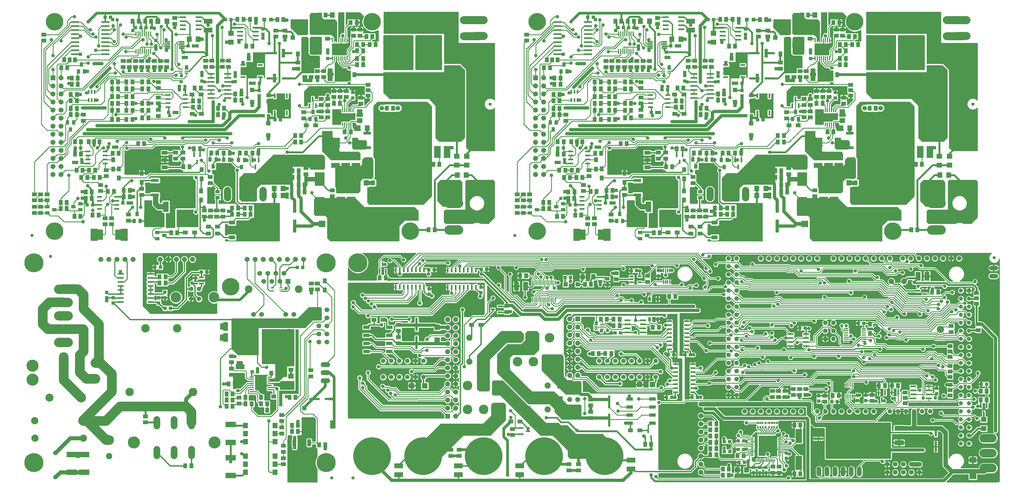
<source format=gtl>
G75*
G70*
%OFA0B0*%
%FSLAX24Y24*%
%IPPOS*%
%LPD*%
%AMOC8*
5,1,8,0,0,1.08239X$1,22.5*
%
%ADD10R,0.0591X0.0472*%
%ADD11R,0.0433X0.0394*%
%ADD12R,0.0591X0.0512*%
%ADD13R,0.0512X0.0591*%
%ADD14R,0.1063X0.0630*%
%ADD15R,0.0680X0.0190*%
%ADD16R,0.0394X0.0433*%
%ADD17R,0.0138X0.0630*%
%ADD18R,0.1000X0.0220*%
%ADD19R,0.0630X0.0710*%
%ADD20C,0.0885*%
%ADD21R,0.0472X0.0591*%
%ADD22R,0.0750X0.0450*%
%ADD23R,0.1250X0.2000*%
%ADD24R,0.0610X0.0236*%
%ADD25R,0.0394X0.0551*%
%ADD26R,0.0551X0.0394*%
%ADD27R,0.0709X0.1260*%
%ADD28R,0.0220X0.0600*%
%ADD29R,0.0220X0.0520*%
%ADD30R,0.0980X0.0370*%
%ADD31R,0.2570X0.2650*%
%ADD32R,0.0630X0.0709*%
%ADD33R,0.0780X0.0220*%
%ADD34R,0.0594X0.0594*%
%ADD35OC8,0.0594*%
%ADD36R,0.2244X0.2165*%
%ADD37R,0.0669X0.0512*%
%ADD38R,0.0709X0.0630*%
%ADD39R,0.1200X0.0600*%
%ADD40R,0.0180X0.0500*%
%ADD41R,0.1160X0.0690*%
%ADD42R,0.1280X0.0300*%
%ADD43R,0.0472X0.0472*%
%ADD44R,0.0551X0.0551*%
%ADD45R,0.0140X0.0560*%
%ADD46C,0.1236*%
%ADD47OC8,0.1236*%
%ADD48R,0.2165X0.2244*%
%ADD49R,0.0512X0.0669*%
%ADD50R,0.0236X0.0610*%
%ADD51R,0.0460X0.0140*%
%ADD52R,0.0220X0.0500*%
%ADD53R,0.0866X0.0236*%
%ADD54C,0.1000*%
%ADD55R,0.0430X0.1600*%
%ADD56R,0.0709X0.0866*%
%ADD57R,0.0827X0.1457*%
%ADD58R,0.0551X0.0827*%
%ADD59OC8,0.0560*%
%ADD60OC8,0.0520*%
%ADD61R,0.0866X0.0709*%
%ADD62R,0.1772X0.1673*%
%ADD63C,0.1000*%
%ADD64R,0.1640X0.0470*%
%ADD65R,0.0560X0.0140*%
%ADD66R,0.1180X0.1180*%
%ADD67R,0.1969X0.2165*%
%ADD68R,0.0630X0.1063*%
%ADD69OC8,0.0885*%
%ADD70R,0.0710X0.0630*%
%ADD71C,0.0825*%
%ADD72R,0.1260X0.0709*%
%ADD73OC8,0.0760*%
%ADD74C,0.1502*%
%ADD75R,0.0598X0.0701*%
%ADD76R,0.0709X0.0984*%
%ADD77C,0.0594*%
%ADD78C,0.0594*%
%ADD79R,0.0480X0.0880*%
%ADD80R,0.1417X0.0866*%
%ADD81C,0.0560*%
%ADD82C,0.1306*%
%ADD83C,0.0945*%
%ADD84R,0.0440X0.0100*%
%ADD85R,0.0440X0.0120*%
%ADD86R,0.0520X0.0370*%
%ADD87R,0.0620X0.0220*%
%ADD88OC8,0.0600*%
%ADD89R,0.0787X0.0394*%
%ADD90R,0.0140X0.0630*%
%ADD91R,0.0520X0.0220*%
%ADD92R,0.2441X0.2283*%
%ADD93R,0.1181X0.0630*%
%ADD94R,0.1130X0.0300*%
%ADD95C,0.0397*%
%ADD96R,0.0580X0.0140*%
%ADD97R,0.0787X0.1772*%
%ADD98R,0.0600X0.0220*%
%ADD99C,0.0560*%
%ADD100C,0.0860*%
%ADD101OC8,0.0860*%
%ADD102OC8,0.0554*%
%ADD103R,0.0240X0.0610*%
%ADD104R,0.0669X0.0709*%
%ADD105C,0.1181*%
%ADD106C,0.0768*%
%ADD107C,0.4685*%
%ADD108C,0.1065*%
%ADD109R,0.0610X0.0240*%
%ADD110R,0.0350X0.0500*%
%ADD111C,0.0515*%
%ADD112R,0.0515X0.0515*%
%ADD113R,0.0500X0.0220*%
%ADD114R,0.0551X0.0709*%
%ADD115R,0.0709X0.0669*%
%ADD116C,0.0554*%
%ADD117C,0.0063*%
%ADD118R,0.0197X0.0256*%
%ADD119R,0.0140X0.0520*%
%ADD120C,0.0400*%
%ADD121C,0.0700*%
%ADD122OC8,0.0700*%
%ADD123OC8,0.1000*%
%ADD124C,0.1181*%
%ADD125R,0.0300X0.1280*%
%ADD126R,0.0300X0.1600*%
%ADD127R,0.0396X0.0396*%
%ADD128C,0.0120*%
%ADD129C,0.0160*%
%ADD130C,0.0100*%
%ADD131OC8,0.0396*%
%ADD132C,0.0400*%
%ADD133C,0.0240*%
%ADD134C,0.0320*%
%ADD135C,0.0140*%
%ADD136C,0.0200*%
%ADD137R,0.0436X0.0436*%
%ADD138C,0.0660*%
%ADD139C,0.2165*%
%ADD140C,0.0500*%
%ADD141C,0.0180*%
%ADD142C,0.0080*%
%ADD143C,0.1200*%
%ADD144C,0.2362*%
%ADD145C,0.1500*%
D10*
X048220Y023972D03*
X049361Y023972D03*
X060345Y023347D03*
X061486Y023347D03*
X084687Y034797D03*
X085829Y034797D03*
X087537Y034672D03*
X087537Y035522D03*
X088679Y035522D03*
X088679Y034672D03*
X099687Y048097D03*
X100829Y048097D03*
X086679Y049547D03*
X085537Y049547D03*
X085512Y051922D03*
X086654Y051922D03*
X040986Y048097D03*
X039845Y048097D03*
X026836Y049547D03*
X025695Y049547D03*
X025670Y051922D03*
X026811Y051922D03*
X027695Y035522D03*
X027695Y034672D03*
X028836Y034672D03*
X028836Y035522D03*
X025986Y034797D03*
X024845Y034797D03*
X065195Y011322D03*
X066336Y011322D03*
X080046Y010234D03*
X081188Y010234D03*
D11*
X084506Y014347D03*
X085175Y014347D03*
X087656Y014347D03*
X088325Y014347D03*
X091656Y008847D03*
X092325Y008847D03*
X093406Y008922D03*
X094075Y008922D03*
X094075Y007872D03*
X093406Y007872D03*
X092350Y007597D03*
X091681Y007597D03*
X093506Y006272D03*
X094175Y006272D03*
X105006Y013797D03*
X105675Y013797D03*
X123531Y015972D03*
X124200Y015972D03*
X108975Y023547D03*
X108306Y023547D03*
X101700Y022922D03*
X101031Y022922D03*
X087475Y019622D03*
X086806Y019622D03*
X085400Y019622D03*
X084731Y019622D03*
X078800Y022322D03*
X078131Y022322D03*
X080131Y030072D03*
X080800Y030072D03*
X073193Y038247D03*
X072523Y038247D03*
X076948Y038472D03*
X077618Y038472D03*
X071868Y043497D03*
X071198Y043497D03*
X071048Y045297D03*
X071718Y045297D03*
X075123Y045397D03*
X075793Y045397D03*
X082623Y049697D03*
X083293Y049697D03*
X083948Y052547D03*
X084618Y052547D03*
X093198Y053347D03*
X093868Y053347D03*
X093858Y052432D03*
X093858Y051762D03*
X095798Y048797D03*
X096468Y048797D03*
X085718Y057972D03*
X085048Y057972D03*
X080468Y060247D03*
X079798Y060247D03*
X079168Y060247D03*
X078498Y060247D03*
X075418Y061522D03*
X074748Y061522D03*
X036625Y048797D03*
X035956Y048797D03*
X034015Y051762D03*
X034015Y052432D03*
X034025Y053347D03*
X033356Y053347D03*
X024775Y052547D03*
X024106Y052547D03*
X023450Y049697D03*
X022781Y049697D03*
X015950Y045397D03*
X015281Y045397D03*
X011875Y045297D03*
X011206Y045297D03*
X011356Y043497D03*
X012025Y043497D03*
X017106Y038472D03*
X017775Y038472D03*
X013350Y038247D03*
X012681Y038247D03*
X026831Y029897D03*
X027500Y029897D03*
X033131Y017497D03*
X033800Y017497D03*
X055031Y030172D03*
X055700Y030172D03*
X061531Y030247D03*
X062200Y030247D03*
X025875Y057972D03*
X025206Y057972D03*
X020625Y060247D03*
X019956Y060247D03*
X019325Y060247D03*
X018656Y060247D03*
X015575Y061522D03*
X014906Y061522D03*
D12*
X007315Y059371D03*
X007315Y058623D03*
X017140Y056096D03*
X017140Y055348D03*
X017890Y055348D03*
X017890Y056096D03*
X018665Y056096D03*
X018665Y055348D03*
X019440Y055348D03*
X019440Y056096D03*
X020215Y056096D03*
X020215Y055348D03*
X020990Y055348D03*
X020990Y056096D03*
X021765Y056096D03*
X021765Y055348D03*
X022540Y055348D03*
X022540Y056096D03*
X021490Y053471D03*
X021490Y052723D03*
X021490Y051571D03*
X021490Y050823D03*
X021490Y050026D03*
X021490Y049278D03*
X023640Y044721D03*
X024540Y044721D03*
X024540Y043973D03*
X023640Y043973D03*
X027940Y041696D03*
X027940Y040948D03*
X027965Y037521D03*
X027965Y036773D03*
X027190Y036773D03*
X027190Y037521D03*
X028740Y037521D03*
X028740Y036773D03*
X029515Y036773D03*
X029515Y037521D03*
X039815Y042048D03*
X039815Y042796D03*
X043065Y040046D03*
X043065Y039298D03*
X039540Y048973D03*
X039540Y049721D03*
X041715Y049846D03*
X041715Y049098D03*
X042490Y049098D03*
X042490Y049846D03*
X042490Y050648D03*
X042490Y051396D03*
X041715Y051396D03*
X041715Y050648D03*
X043265Y051623D03*
X043265Y052371D03*
X044040Y052371D03*
X044040Y051623D03*
X044815Y051623D03*
X044815Y052371D03*
X046615Y051546D03*
X046615Y050798D03*
X047490Y051803D03*
X047490Y052472D03*
X047490Y053141D03*
X041990Y054098D03*
X041990Y054846D03*
X041215Y054846D03*
X041215Y054098D03*
X040440Y054098D03*
X040440Y054846D03*
X039665Y054846D03*
X039665Y054098D03*
X038790Y055148D03*
X038790Y055896D03*
X042465Y058873D03*
X042465Y059621D03*
X045715Y059248D03*
X045715Y059996D03*
X046490Y059996D03*
X046490Y059248D03*
X037215Y059123D03*
X037215Y059871D03*
X036065Y059871D03*
X036065Y059123D03*
X030215Y056121D03*
X030215Y055373D03*
X029440Y055373D03*
X029440Y056121D03*
X028140Y056121D03*
X028140Y055373D03*
X027365Y055373D03*
X027365Y056121D03*
X023540Y060698D03*
X023540Y061446D03*
X035190Y051821D03*
X035190Y051073D03*
X015040Y042546D03*
X015040Y041798D03*
X014342Y040700D03*
X014342Y039952D03*
X019440Y040221D03*
X019440Y039473D03*
X017790Y037021D03*
X017790Y036273D03*
X015715Y036571D03*
X014890Y036571D03*
X014890Y035823D03*
X015715Y035823D03*
X007690Y038798D03*
X007690Y039546D03*
X006915Y039546D03*
X006915Y038798D03*
X006140Y038798D03*
X006140Y039546D03*
X006140Y037996D03*
X006140Y037248D03*
X006915Y037248D03*
X006915Y037996D03*
X012190Y048673D03*
X012190Y049421D03*
X040465Y028471D03*
X040465Y027723D03*
X041240Y027723D03*
X041240Y028471D03*
X051265Y023346D03*
X051265Y022598D03*
X051265Y021796D03*
X051265Y021048D03*
X040390Y017696D03*
X040390Y016948D03*
X037940Y017773D03*
X037940Y018521D03*
X030565Y018698D03*
X030565Y019446D03*
X030565Y017896D03*
X030565Y017148D03*
X031515Y014306D03*
X031515Y013558D03*
X035790Y013698D03*
X035790Y014446D03*
X036815Y012146D03*
X036815Y011398D03*
X036815Y010596D03*
X036815Y009848D03*
X037015Y008321D03*
X037015Y007573D03*
X037015Y006771D03*
X037015Y006023D03*
X019890Y011223D03*
X019890Y011971D03*
X057765Y007821D03*
X057765Y007073D03*
X058790Y007073D03*
X058790Y007821D03*
X065390Y009654D03*
X065390Y010402D03*
X072415Y006021D03*
X072415Y005273D03*
X073615Y005273D03*
X073615Y006021D03*
X075090Y011773D03*
X075090Y012521D03*
X075090Y013323D03*
X075090Y014071D03*
X064715Y024948D03*
X064715Y025696D03*
X078265Y028998D03*
X078265Y029746D03*
X082165Y029421D03*
X082165Y028673D03*
X075558Y035823D03*
X074733Y035823D03*
X074733Y036571D03*
X075558Y036571D03*
X077633Y036273D03*
X077633Y037021D03*
X079283Y039473D03*
X079283Y040221D03*
X074883Y041798D03*
X074883Y042546D03*
X074184Y040700D03*
X074184Y039952D03*
X067533Y039546D03*
X067533Y038798D03*
X066758Y038798D03*
X066758Y039546D03*
X065983Y039546D03*
X065983Y038798D03*
X065983Y037996D03*
X065983Y037248D03*
X066758Y037248D03*
X066758Y037996D03*
X083483Y043973D03*
X084383Y043973D03*
X084383Y044721D03*
X083483Y044721D03*
X087783Y041696D03*
X087783Y040948D03*
X087808Y037521D03*
X087808Y036773D03*
X088583Y036773D03*
X088583Y037521D03*
X089358Y037521D03*
X089358Y036773D03*
X087033Y036773D03*
X087033Y037521D03*
X099658Y042048D03*
X099658Y042796D03*
X102908Y040046D03*
X102908Y039298D03*
X099383Y048973D03*
X099383Y049721D03*
X101558Y049846D03*
X101558Y049098D03*
X102333Y049098D03*
X102333Y049846D03*
X102333Y050648D03*
X102333Y051396D03*
X101558Y051396D03*
X101558Y050648D03*
X103108Y051623D03*
X103108Y052371D03*
X103883Y052371D03*
X103883Y051623D03*
X104658Y051623D03*
X104658Y052371D03*
X106458Y051546D03*
X106458Y050798D03*
X107333Y051803D03*
X107333Y052472D03*
X107333Y053141D03*
X101833Y054098D03*
X101833Y054846D03*
X101058Y054846D03*
X101058Y054098D03*
X100283Y054098D03*
X100283Y054846D03*
X099508Y054846D03*
X099508Y054098D03*
X098633Y055148D03*
X098633Y055896D03*
X102308Y058873D03*
X102308Y059621D03*
X105558Y059248D03*
X105558Y059996D03*
X106333Y059996D03*
X106333Y059248D03*
X097058Y059123D03*
X097058Y059871D03*
X095908Y059871D03*
X095908Y059123D03*
X090058Y056121D03*
X090058Y055373D03*
X089283Y055373D03*
X089283Y056121D03*
X087983Y056121D03*
X087983Y055373D03*
X087208Y055373D03*
X087208Y056121D03*
X082383Y056096D03*
X082383Y055348D03*
X081608Y055348D03*
X081608Y056096D03*
X080833Y056096D03*
X080833Y055348D03*
X080058Y055348D03*
X080058Y056096D03*
X079283Y056096D03*
X079283Y055348D03*
X078508Y055348D03*
X078508Y056096D03*
X077733Y056096D03*
X077733Y055348D03*
X076983Y055348D03*
X076983Y056096D03*
X081333Y053471D03*
X081333Y052723D03*
X081333Y051571D03*
X081333Y050823D03*
X081333Y050026D03*
X081333Y049278D03*
X072033Y049421D03*
X072033Y048673D03*
X067158Y058623D03*
X067158Y059371D03*
X083383Y060698D03*
X083383Y061446D03*
X095033Y051821D03*
X095033Y051073D03*
X122940Y027291D03*
X122940Y026622D03*
X122940Y025953D03*
X123165Y023421D03*
X123165Y022673D03*
X119815Y022448D03*
X119815Y023196D03*
X119665Y020691D03*
X119665Y020022D03*
X119665Y019353D03*
X119665Y018216D03*
X119665Y017547D03*
X119665Y016878D03*
X119665Y015891D03*
X119665Y015222D03*
X119665Y014553D03*
X114090Y014272D03*
X114090Y013603D03*
X114090Y014941D03*
X109990Y014646D03*
X109990Y013898D03*
X104140Y013798D03*
X104140Y014546D03*
X101790Y014623D03*
X101790Y015371D03*
X101015Y015371D03*
X101015Y014623D03*
X100240Y014623D03*
X100240Y015371D03*
X099190Y015121D03*
X098415Y015121D03*
X097640Y015121D03*
X097640Y014373D03*
X098415Y014373D03*
X099190Y014373D03*
X098465Y005721D03*
X097690Y005721D03*
X097690Y004973D03*
X098465Y004973D03*
D13*
X100366Y004847D03*
X101114Y004847D03*
X094064Y007097D03*
X093316Y007097D03*
X090689Y007197D03*
X089941Y007197D03*
X089941Y007972D03*
X090689Y007972D03*
X090689Y008747D03*
X089941Y008747D03*
X089941Y009522D03*
X090689Y009522D03*
X090689Y010297D03*
X089941Y010297D03*
X089941Y011072D03*
X090689Y011072D03*
X082614Y008497D03*
X081866Y008497D03*
X091491Y005447D03*
X092239Y005447D03*
X092239Y004672D03*
X091491Y004672D03*
X100366Y010897D03*
X101114Y010897D03*
X105116Y014572D03*
X105864Y014572D03*
X110841Y015797D03*
X111589Y015797D03*
X112466Y015797D03*
X113214Y015797D03*
X123466Y015097D03*
X124214Y015097D03*
X124214Y014022D03*
X123466Y014022D03*
X118189Y027397D03*
X117441Y027397D03*
X115607Y035122D03*
X114859Y035122D03*
X108682Y040972D03*
X107934Y040972D03*
X115434Y043272D03*
X116182Y043272D03*
X105207Y047297D03*
X104459Y047297D03*
X099057Y046822D03*
X098309Y046822D03*
X098309Y046022D03*
X099057Y046022D03*
X093757Y044672D03*
X093009Y044672D03*
X092207Y044672D03*
X091459Y044672D03*
X090207Y044672D03*
X089459Y044672D03*
X088657Y044672D03*
X087909Y044672D03*
X086507Y045197D03*
X085759Y045197D03*
X085207Y042972D03*
X084459Y042972D03*
X079582Y045822D03*
X078834Y045822D03*
X076411Y044616D03*
X075663Y044616D03*
X071757Y044522D03*
X071009Y044522D03*
X071009Y046072D03*
X071757Y046072D03*
X072714Y046072D03*
X073383Y046072D03*
X074052Y046072D03*
X075609Y048822D03*
X076357Y048822D03*
X077384Y048822D03*
X078132Y048822D03*
X079359Y049047D03*
X080107Y049047D03*
X080107Y049972D03*
X079359Y049972D03*
X079359Y050822D03*
X080107Y050822D03*
X078132Y050822D03*
X077384Y050822D03*
X077384Y049971D03*
X078132Y049971D03*
X076357Y049972D03*
X075609Y049972D03*
X075609Y050822D03*
X076357Y050822D03*
X076357Y051667D03*
X075609Y051667D03*
X075609Y052647D03*
X076357Y052647D03*
X077384Y052647D03*
X078132Y052647D03*
X078132Y051667D03*
X077384Y051667D03*
X079359Y052647D03*
X080107Y052647D03*
X080107Y053497D03*
X079359Y053497D03*
X078132Y053497D03*
X077384Y053497D03*
X076357Y053497D03*
X075609Y053497D03*
X071357Y053197D03*
X070609Y053197D03*
X070609Y053972D03*
X071357Y053972D03*
X070057Y055272D03*
X069309Y055272D03*
X069664Y056222D03*
X070333Y056222D03*
X071002Y056222D03*
X071232Y051947D03*
X070484Y051947D03*
X070484Y051172D03*
X071232Y051172D03*
X071232Y050197D03*
X070484Y050197D03*
X070484Y049422D03*
X071232Y049422D03*
X071209Y042547D03*
X071957Y042547D03*
X072759Y042547D03*
X073507Y042547D03*
X073334Y041647D03*
X074082Y041647D03*
X072532Y041647D03*
X071784Y041647D03*
X072340Y039816D03*
X073088Y039816D03*
X073082Y039035D03*
X072334Y039035D03*
X069982Y038547D03*
X069234Y038547D03*
X069234Y037772D03*
X069982Y037772D03*
X070934Y036797D03*
X071682Y036797D03*
X073184Y036972D03*
X073932Y036972D03*
X077059Y039247D03*
X077807Y039247D03*
X077807Y040029D03*
X077059Y040029D03*
X075832Y039897D03*
X075084Y039897D03*
X082934Y034772D03*
X083682Y034772D03*
X090484Y037072D03*
X091232Y037072D03*
X092034Y037072D03*
X092782Y037072D03*
X092782Y037847D03*
X092034Y037847D03*
X091232Y037847D03*
X090484Y037847D03*
X097984Y041622D03*
X098732Y041622D03*
X098732Y042472D03*
X097984Y042472D03*
X098734Y040697D03*
X099482Y040697D03*
X099482Y039847D03*
X098734Y039847D03*
X089482Y049447D03*
X088734Y049447D03*
X088734Y050222D03*
X089482Y050222D03*
X090884Y051222D03*
X091632Y051222D03*
X091632Y051997D03*
X090884Y051997D03*
X086607Y052722D03*
X085859Y052722D03*
X085659Y051147D03*
X086407Y051147D03*
X086407Y050372D03*
X085659Y050372D03*
X092559Y056422D03*
X093307Y056422D03*
X093007Y057922D03*
X092259Y057922D03*
X091907Y061272D03*
X091159Y061272D03*
X092709Y061272D03*
X093457Y061272D03*
X096109Y061247D03*
X096857Y061247D03*
X101334Y061797D03*
X102082Y061797D03*
X105184Y060872D03*
X105932Y060872D03*
X107134Y059147D03*
X107882Y059147D03*
X107534Y058147D03*
X108282Y058147D03*
X106732Y058147D03*
X105984Y058147D03*
X105984Y057372D03*
X106732Y057372D03*
X106732Y056397D03*
X105984Y056397D03*
X105984Y055622D03*
X106732Y055622D03*
X105657Y054397D03*
X104909Y054397D03*
X099382Y056972D03*
X098634Y056972D03*
X103109Y050822D03*
X103857Y050822D03*
X109684Y050247D03*
X110432Y050247D03*
X080457Y061022D03*
X079709Y061022D03*
X078907Y061022D03*
X078159Y061022D03*
X050589Y050247D03*
X049841Y050247D03*
X045364Y047297D03*
X044616Y047297D03*
X039214Y046822D03*
X038466Y046822D03*
X038466Y046022D03*
X039214Y046022D03*
X033914Y044672D03*
X033166Y044672D03*
X032364Y044672D03*
X031616Y044672D03*
X030364Y044672D03*
X029616Y044672D03*
X028814Y044672D03*
X028066Y044672D03*
X026664Y045197D03*
X025916Y045197D03*
X025364Y042972D03*
X024616Y042972D03*
X019739Y045822D03*
X018991Y045822D03*
X016569Y044616D03*
X015820Y044616D03*
X014210Y046072D03*
X013540Y046072D03*
X012871Y046072D03*
X011914Y046072D03*
X011166Y046072D03*
X011166Y044522D03*
X011914Y044522D03*
X012114Y042547D03*
X011366Y042547D03*
X011941Y041647D03*
X012689Y041647D03*
X013491Y041647D03*
X014239Y041647D03*
X013664Y042547D03*
X012916Y042547D03*
X013246Y039816D03*
X012498Y039816D03*
X012491Y039035D03*
X013239Y039035D03*
X015241Y039897D03*
X015989Y039897D03*
X017216Y040029D03*
X017964Y040029D03*
X017964Y039247D03*
X017216Y039247D03*
X014089Y036972D03*
X013341Y036972D03*
X011839Y036797D03*
X011091Y036797D03*
X010139Y037772D03*
X009391Y037772D03*
X009391Y038547D03*
X010139Y038547D03*
X023091Y034772D03*
X023839Y034772D03*
X030641Y037072D03*
X031389Y037072D03*
X032191Y037072D03*
X032939Y037072D03*
X032939Y037847D03*
X032191Y037847D03*
X031389Y037847D03*
X030641Y037847D03*
X038141Y041622D03*
X038889Y041622D03*
X038889Y042472D03*
X038141Y042472D03*
X038891Y040697D03*
X039639Y040697D03*
X039639Y039847D03*
X038891Y039847D03*
X048091Y040972D03*
X048839Y040972D03*
X055591Y043272D03*
X056339Y043272D03*
X044014Y050822D03*
X043266Y050822D03*
X045066Y054397D03*
X045814Y054397D03*
X046141Y055622D03*
X046889Y055622D03*
X046889Y056397D03*
X046141Y056397D03*
X046141Y057372D03*
X046889Y057372D03*
X046889Y058147D03*
X046141Y058147D03*
X047691Y058147D03*
X048439Y058147D03*
X048039Y059147D03*
X047291Y059147D03*
X046089Y060872D03*
X045341Y060872D03*
X042239Y061797D03*
X041491Y061797D03*
X037014Y061247D03*
X036266Y061247D03*
X033614Y061272D03*
X032866Y061272D03*
X032064Y061272D03*
X031316Y061272D03*
X032416Y057922D03*
X033164Y057922D03*
X033464Y056422D03*
X032716Y056422D03*
X038791Y056972D03*
X039539Y056972D03*
X031789Y051997D03*
X031041Y051997D03*
X031041Y051222D03*
X031789Y051222D03*
X029639Y050222D03*
X028891Y050222D03*
X028891Y049447D03*
X029639Y049447D03*
X026564Y050372D03*
X025816Y050372D03*
X025816Y051147D03*
X026564Y051147D03*
X026764Y052722D03*
X026016Y052722D03*
X020264Y052647D03*
X019516Y052647D03*
X018289Y052647D03*
X017541Y052647D03*
X017541Y051667D03*
X018289Y051667D03*
X016514Y051667D03*
X015766Y051667D03*
X015766Y052647D03*
X016514Y052647D03*
X016514Y053497D03*
X015766Y053497D03*
X017541Y053497D03*
X018289Y053497D03*
X019516Y053497D03*
X020264Y053497D03*
X020264Y050822D03*
X019516Y050822D03*
X019516Y049972D03*
X020264Y049972D03*
X020264Y049047D03*
X019516Y049047D03*
X018289Y048822D03*
X017541Y048822D03*
X016514Y048822D03*
X015766Y048822D03*
X015766Y049972D03*
X016514Y049972D03*
X016514Y050822D03*
X015766Y050822D03*
X017541Y050822D03*
X018289Y050822D03*
X018289Y049971D03*
X017541Y049971D03*
X011389Y050197D03*
X010641Y050197D03*
X010641Y049422D03*
X011389Y049422D03*
X011389Y051172D03*
X010641Y051172D03*
X010641Y051947D03*
X011389Y051947D03*
X011514Y053197D03*
X010766Y053197D03*
X010766Y053972D03*
X011514Y053972D03*
X010214Y055272D03*
X009466Y055272D03*
X009821Y056222D03*
X010490Y056222D03*
X011160Y056222D03*
X018316Y061022D03*
X019064Y061022D03*
X019866Y061022D03*
X020614Y061022D03*
X055016Y035122D03*
X055764Y035122D03*
X049689Y029172D03*
X048941Y029172D03*
X066366Y029447D03*
X067114Y029447D03*
X074391Y028372D03*
X075139Y028372D03*
X076366Y024022D03*
X077114Y024022D03*
X077941Y024022D03*
X078689Y024022D03*
X078689Y023247D03*
X077941Y023247D03*
X082816Y023022D03*
X083564Y023022D03*
X077664Y019772D03*
X076916Y019772D03*
X076114Y019772D03*
X075366Y019772D03*
X084841Y026872D03*
X085589Y026872D03*
X042189Y008422D03*
X041441Y008422D03*
X038814Y010097D03*
X038066Y010097D03*
X038066Y010872D03*
X038814Y010872D03*
X034989Y012747D03*
X034241Y012747D03*
X034241Y013522D03*
X034989Y013522D03*
X034989Y014322D03*
X034241Y014322D03*
X033064Y014322D03*
X032316Y014322D03*
X032316Y013547D03*
X033064Y013547D03*
X030714Y013222D03*
X029966Y013222D03*
X029966Y013997D03*
X030714Y013997D03*
X030714Y014772D03*
X029966Y014772D03*
X030216Y015997D03*
X030964Y015997D03*
X035516Y017347D03*
X036264Y017347D03*
X037766Y014347D03*
X038514Y014347D03*
X025589Y005822D03*
X024841Y005822D03*
X022389Y028522D03*
X021641Y028522D03*
X021641Y029297D03*
X022389Y029297D03*
D14*
X044140Y038921D03*
X045415Y038921D03*
X045415Y040023D03*
X044140Y040023D03*
X044740Y043121D03*
X043465Y043121D03*
X043465Y044223D03*
X044740Y044223D03*
X046015Y044223D03*
X046015Y043121D03*
X027665Y059946D03*
X027665Y061048D03*
X087508Y061048D03*
X087508Y059946D03*
X103308Y044223D03*
X104583Y044223D03*
X105858Y044223D03*
X105858Y043121D03*
X104583Y043121D03*
X103308Y043121D03*
X103983Y040023D03*
X105258Y040023D03*
X105258Y038921D03*
X103983Y038921D03*
X080090Y006523D03*
X080090Y005421D03*
X066290Y005823D03*
X066290Y004721D03*
X058690Y004721D03*
X058690Y005823D03*
X051290Y005823D03*
X051290Y004721D03*
X031640Y017046D03*
X031640Y018148D03*
D15*
X024395Y057692D03*
X024395Y057942D03*
X024395Y058202D03*
X024395Y058452D03*
X022635Y058452D03*
X022635Y058202D03*
X022635Y057942D03*
X022635Y057692D03*
X082478Y057692D03*
X082478Y057942D03*
X082478Y058202D03*
X082478Y058452D03*
X084238Y058452D03*
X084238Y058202D03*
X084238Y057942D03*
X084238Y057692D03*
D16*
X084458Y057207D03*
X084458Y056537D03*
X086758Y054282D03*
X086758Y053612D03*
X090883Y053537D03*
X090883Y054207D03*
X081033Y057962D03*
X081033Y058632D03*
X089673Y061222D03*
X090343Y061222D03*
X094308Y060057D03*
X094308Y059387D03*
X102358Y057082D03*
X102358Y056412D03*
X105433Y052182D03*
X105433Y051512D03*
X095018Y049297D03*
X094348Y049297D03*
X083490Y030082D03*
X083490Y029412D03*
X072600Y029222D03*
X071931Y029222D03*
X061490Y028007D03*
X061490Y027337D03*
X055065Y027137D03*
X055065Y027807D03*
X039400Y030472D03*
X038731Y030472D03*
X023000Y025397D03*
X022331Y025397D03*
X021540Y026037D03*
X021540Y026707D03*
X022315Y026712D03*
X022315Y027382D03*
X021750Y030497D03*
X021081Y030497D03*
X015115Y027357D03*
X015115Y026687D03*
X015890Y026707D03*
X015890Y026037D03*
X034506Y049297D03*
X035175Y049297D03*
X031040Y053537D03*
X031040Y054207D03*
X026915Y054282D03*
X026915Y053612D03*
X024615Y056537D03*
X024615Y057207D03*
X021190Y057962D03*
X021190Y058632D03*
X029831Y061222D03*
X030500Y061222D03*
X034465Y060057D03*
X034465Y059387D03*
X042515Y057082D03*
X042515Y056412D03*
X045590Y052182D03*
X045590Y051512D03*
X117990Y015457D03*
X117990Y014787D03*
X109215Y014607D03*
X109215Y013937D03*
X108165Y013937D03*
X108165Y014607D03*
X103365Y014532D03*
X103365Y013862D03*
X099365Y007432D03*
X099365Y006762D03*
X096840Y005632D03*
X096840Y004962D03*
X096065Y004962D03*
X096065Y005632D03*
X095290Y005632D03*
X095290Y004962D03*
D17*
X080369Y057270D03*
X080113Y057270D03*
X079857Y057270D03*
X079601Y057270D03*
X079345Y057270D03*
X079089Y057270D03*
X078833Y057270D03*
X078577Y057270D03*
X078577Y059474D03*
X078833Y059474D03*
X079089Y059474D03*
X079345Y059474D03*
X079601Y059474D03*
X079857Y059474D03*
X080113Y059474D03*
X080369Y059474D03*
X020526Y059474D03*
X020270Y059474D03*
X020014Y059474D03*
X019759Y059474D03*
X019503Y059474D03*
X019247Y059474D03*
X018991Y059474D03*
X018735Y059474D03*
X018735Y057270D03*
X018991Y057270D03*
X019247Y057270D03*
X019503Y057270D03*
X019759Y057270D03*
X020014Y057270D03*
X020270Y057270D03*
X020526Y057270D03*
D18*
X014920Y057447D03*
X014920Y056947D03*
X014920Y057947D03*
X014920Y058447D03*
X014920Y058947D03*
X014920Y059447D03*
X014920Y059947D03*
X014920Y060447D03*
X014920Y060947D03*
X011160Y060947D03*
X011160Y060447D03*
X011160Y059947D03*
X011160Y059447D03*
X011160Y058947D03*
X011160Y058447D03*
X011160Y057947D03*
X011160Y057447D03*
X011160Y056947D03*
X071003Y056947D03*
X071003Y057447D03*
X071003Y057947D03*
X071003Y058447D03*
X071003Y058947D03*
X071003Y059447D03*
X071003Y059947D03*
X071003Y060447D03*
X071003Y060947D03*
X074763Y060947D03*
X074763Y060447D03*
X074763Y059947D03*
X074763Y059447D03*
X074763Y058947D03*
X074763Y058447D03*
X074763Y057947D03*
X074763Y057447D03*
X074763Y056947D03*
D19*
X081273Y061022D03*
X082393Y061022D03*
X102898Y061797D03*
X104018Y061797D03*
X118748Y048647D03*
X119868Y048647D03*
X107243Y047772D03*
X106123Y047772D03*
X105998Y040972D03*
X107118Y040972D03*
X096818Y040272D03*
X095698Y040272D03*
X060025Y048647D03*
X058906Y048647D03*
X047400Y047772D03*
X046281Y047772D03*
X046156Y040972D03*
X047275Y040972D03*
X036975Y040272D03*
X035856Y040272D03*
X022550Y061022D03*
X021431Y061022D03*
X043056Y061797D03*
X044175Y061797D03*
D20*
X034452Y040015D02*
X034452Y039130D01*
X032252Y039130D02*
X032252Y040015D01*
X030052Y040015D02*
X030052Y039130D01*
X089895Y039130D02*
X089895Y040015D01*
X092095Y040015D02*
X092095Y039130D01*
X094295Y039130D02*
X094295Y040015D01*
D21*
X086658Y039968D03*
X086658Y038826D03*
X086708Y041451D03*
X086708Y042593D03*
X079283Y042168D03*
X079283Y041026D03*
X076458Y041551D03*
X076458Y042693D03*
X075758Y042676D03*
X075758Y043818D03*
X042140Y028793D03*
X042140Y027651D03*
X026815Y038826D03*
X026815Y039968D03*
X026865Y041451D03*
X026865Y042593D03*
X019440Y042168D03*
X019440Y041026D03*
X016615Y041551D03*
X016615Y042693D03*
X015915Y042676D03*
X015915Y043818D03*
X109740Y023418D03*
X109740Y022276D03*
D22*
X090473Y034212D03*
X090473Y035122D03*
X090473Y036032D03*
X082118Y042887D03*
X082118Y043797D03*
X082118Y044707D03*
X030630Y036032D03*
X030630Y035122D03*
X030630Y034212D03*
X022275Y042887D03*
X022275Y043797D03*
X022275Y044707D03*
D23*
X020005Y043797D03*
X032900Y035122D03*
X079848Y043797D03*
X092743Y035122D03*
D24*
X076171Y037724D03*
X076171Y038224D03*
X076171Y038724D03*
X076171Y039224D03*
X074045Y039224D03*
X074045Y038724D03*
X074045Y038224D03*
X074045Y037724D03*
X074746Y043349D03*
X074746Y043849D03*
X074746Y044349D03*
X074746Y044849D03*
X072620Y044849D03*
X072620Y044349D03*
X072620Y043849D03*
X072620Y043349D03*
X082545Y050374D03*
X082545Y050874D03*
X082545Y051374D03*
X082545Y051874D03*
X084671Y051874D03*
X084671Y051374D03*
X084671Y050874D03*
X084671Y050374D03*
X091845Y054099D03*
X091845Y054599D03*
X091845Y055099D03*
X091845Y055599D03*
X093971Y055599D03*
X093971Y055099D03*
X093971Y054599D03*
X093971Y054099D03*
X034128Y054099D03*
X034128Y054599D03*
X034128Y055099D03*
X034128Y055599D03*
X032002Y055599D03*
X032002Y055099D03*
X032002Y054599D03*
X032002Y054099D03*
X024828Y051874D03*
X024828Y051374D03*
X024828Y050874D03*
X024828Y050374D03*
X022702Y050374D03*
X022702Y050874D03*
X022702Y051374D03*
X022702Y051874D03*
X014903Y044849D03*
X014903Y044349D03*
X014903Y043849D03*
X014903Y043349D03*
X012777Y043349D03*
X012777Y043849D03*
X012777Y044349D03*
X012777Y044849D03*
X014202Y039224D03*
X014202Y038724D03*
X014202Y038224D03*
X014202Y037724D03*
X016328Y037724D03*
X016328Y038224D03*
X016328Y038724D03*
X016328Y039224D03*
D25*
X018865Y037105D03*
X018491Y036239D03*
X019239Y036239D03*
X028290Y042989D03*
X027916Y043855D03*
X028664Y043855D03*
X029591Y043830D03*
X030339Y043830D03*
X029965Y042964D03*
X031441Y043805D03*
X032189Y043805D03*
X031815Y042939D03*
X040291Y048914D03*
X041039Y048914D03*
X040665Y049780D03*
X012339Y054789D03*
X011591Y054789D03*
X011965Y055655D03*
X010989Y048480D03*
X010241Y048480D03*
X010615Y047614D03*
X070084Y048480D03*
X070832Y048480D03*
X070458Y047614D03*
X071434Y054789D03*
X072182Y054789D03*
X071808Y055655D03*
X087759Y043855D03*
X088507Y043855D03*
X089434Y043830D03*
X090182Y043830D03*
X089808Y042964D03*
X088133Y042989D03*
X091284Y043805D03*
X092032Y043805D03*
X091658Y042939D03*
X100134Y048914D03*
X100882Y048914D03*
X100508Y049780D03*
X078708Y037105D03*
X079082Y036239D03*
X078334Y036239D03*
D26*
X081225Y034796D03*
X081225Y034048D03*
X082091Y034422D03*
X077173Y029071D03*
X077173Y028323D03*
X076307Y028697D03*
X071691Y037623D03*
X070825Y037997D03*
X071691Y038371D03*
X068441Y037622D03*
X067575Y037248D03*
X067575Y037996D03*
X087825Y039497D03*
X088691Y039123D03*
X088691Y039871D03*
X028848Y039871D03*
X028848Y039123D03*
X027982Y039497D03*
X021382Y034796D03*
X021382Y034048D03*
X022248Y034422D03*
X011848Y037623D03*
X010982Y037997D03*
X011848Y038371D03*
X008598Y037622D03*
X007732Y037248D03*
X007732Y037996D03*
D27*
X014288Y034522D03*
X016493Y034522D03*
X021888Y036172D03*
X024093Y036172D03*
X022418Y037997D03*
X020213Y037997D03*
X043663Y045947D03*
X045868Y045947D03*
X074131Y034522D03*
X076335Y034522D03*
X081731Y036172D03*
X083935Y036172D03*
X082260Y037997D03*
X080056Y037997D03*
X103506Y045947D03*
X105710Y045947D03*
D28*
X100883Y050522D03*
X100083Y050522D03*
X100483Y051372D03*
X093783Y043797D03*
X092983Y043797D03*
X093383Y042947D03*
X041040Y050522D03*
X040240Y050522D03*
X040640Y051372D03*
X033940Y043797D03*
X033140Y043797D03*
X033540Y042947D03*
X110790Y014897D03*
X111590Y014897D03*
X112440Y014947D03*
X113240Y014947D03*
X112840Y014097D03*
X111190Y014047D03*
D29*
X123470Y013252D03*
X124210Y013252D03*
X123840Y012392D03*
X082610Y009317D03*
X081870Y009317D03*
X082240Y010177D03*
X049685Y030017D03*
X048945Y030017D03*
X049315Y030877D03*
X026290Y043567D03*
X025920Y044427D03*
X026660Y044427D03*
X085763Y044427D03*
X086503Y044427D03*
X086133Y043567D03*
D30*
X080914Y041255D03*
X080914Y039455D03*
X107238Y045322D03*
X107238Y047122D03*
X047395Y047122D03*
X047395Y045322D03*
X021072Y041255D03*
X021072Y039455D03*
D31*
X023652Y040355D03*
X049975Y046222D03*
X083494Y040355D03*
X109818Y046222D03*
D32*
X118407Y041947D03*
X119509Y041947D03*
X096809Y039397D03*
X095707Y039397D03*
X102657Y053947D03*
X103759Y053947D03*
X103759Y054822D03*
X102657Y054822D03*
X086284Y058797D03*
X085182Y058797D03*
X059667Y041947D03*
X058564Y041947D03*
X036967Y039397D03*
X035864Y039397D03*
X042814Y053947D03*
X043917Y053947D03*
X043917Y054822D03*
X042814Y054822D03*
X026442Y058797D03*
X025339Y058797D03*
X093314Y005322D03*
X094417Y005322D03*
D33*
X115095Y014197D03*
X115095Y014697D03*
X115095Y015197D03*
X115095Y015697D03*
X117035Y015697D03*
X117035Y015197D03*
X117035Y014697D03*
X117035Y014197D03*
X101810Y020697D03*
X101810Y021197D03*
X101810Y021697D03*
X101810Y022197D03*
X099870Y022197D03*
X099870Y021697D03*
X099870Y021197D03*
X099870Y020697D03*
X081610Y022397D03*
X081610Y022897D03*
X081610Y023397D03*
X081610Y023897D03*
X079670Y023897D03*
X079670Y023397D03*
X079670Y022897D03*
X079670Y022397D03*
X020540Y026172D03*
X020540Y026672D03*
X020540Y027172D03*
X020540Y027672D03*
X020540Y028172D03*
X020540Y028672D03*
X020540Y029172D03*
X020540Y029672D03*
X016840Y029672D03*
X016840Y029172D03*
X016840Y028672D03*
X016840Y028172D03*
X016840Y027672D03*
X016840Y027172D03*
X016840Y026672D03*
X016840Y026172D03*
X031620Y058747D03*
X031620Y059247D03*
X031620Y059747D03*
X031620Y060247D03*
X033560Y060247D03*
X033560Y059747D03*
X033560Y059247D03*
X033560Y058747D03*
X026485Y060047D03*
X026485Y060547D03*
X026485Y061047D03*
X026485Y061547D03*
X024545Y061547D03*
X024545Y061047D03*
X024545Y060547D03*
X024545Y060047D03*
X084388Y060047D03*
X084388Y060547D03*
X084388Y061047D03*
X084388Y061547D03*
X086328Y061547D03*
X086328Y061047D03*
X086328Y060547D03*
X086328Y060047D03*
X091463Y060247D03*
X091463Y059747D03*
X091463Y059247D03*
X091463Y058747D03*
X093403Y058747D03*
X093403Y059247D03*
X093403Y059747D03*
X093403Y060247D03*
D34*
X068265Y053988D03*
X037556Y028746D03*
X057351Y012011D03*
X073493Y024067D03*
X008422Y053988D03*
D35*
X008422Y052988D03*
X009422Y052988D03*
X009422Y053988D03*
X009422Y051988D03*
X008422Y051988D03*
X008422Y050988D03*
X009422Y050988D03*
X009422Y049988D03*
X008422Y049988D03*
X008422Y048988D03*
X008422Y047988D03*
X009422Y047988D03*
X009422Y048988D03*
X009422Y046988D03*
X008422Y046988D03*
X008422Y045988D03*
X009422Y045988D03*
X009422Y044988D03*
X008422Y044988D03*
X008422Y043988D03*
X008422Y042988D03*
X009422Y042988D03*
X009422Y043988D03*
X009422Y041988D03*
X008422Y041988D03*
X014365Y031472D03*
X015365Y031472D03*
X016365Y031472D03*
X017365Y031472D03*
X018365Y031472D03*
X021740Y031472D03*
X022740Y031472D03*
X023740Y031472D03*
X024740Y031472D03*
X025740Y031472D03*
X032515Y031472D03*
X033515Y031472D03*
X034515Y031472D03*
X035515Y031472D03*
X036515Y031472D03*
X037515Y031472D03*
X038515Y031472D03*
X039515Y031472D03*
X057351Y024011D03*
X058351Y024011D03*
X058351Y023011D03*
X057351Y023011D03*
X057351Y022011D03*
X057351Y021011D03*
X058351Y021011D03*
X058351Y022011D03*
X058351Y020011D03*
X057351Y020011D03*
X057351Y019011D03*
X058351Y019011D03*
X058351Y018011D03*
X057351Y018011D03*
X057351Y017011D03*
X058351Y017011D03*
X058351Y016011D03*
X057351Y016011D03*
X057351Y015011D03*
X057351Y014011D03*
X058351Y014011D03*
X058351Y015011D03*
X058351Y013011D03*
X057351Y013011D03*
X058351Y012011D03*
X072493Y012067D03*
X072493Y013067D03*
X073493Y013067D03*
X073493Y012067D03*
X073493Y014067D03*
X073493Y015067D03*
X072493Y015067D03*
X072493Y014067D03*
X072493Y016067D03*
X073493Y016067D03*
X073493Y017067D03*
X073493Y018067D03*
X072493Y018067D03*
X072493Y017067D03*
X072493Y019067D03*
X072493Y020067D03*
X073493Y020067D03*
X073493Y019067D03*
X073493Y021067D03*
X072493Y021067D03*
X072493Y022067D03*
X072493Y023067D03*
X073493Y023067D03*
X073493Y022067D03*
X072493Y024067D03*
X088765Y012047D03*
X088765Y011047D03*
X088765Y010047D03*
X088765Y009047D03*
X088765Y008047D03*
X088765Y007047D03*
X088765Y006047D03*
X088765Y005047D03*
X069265Y041988D03*
X068265Y041988D03*
X068265Y042988D03*
X068265Y043988D03*
X069265Y043988D03*
X069265Y042988D03*
X069265Y044988D03*
X068265Y044988D03*
X068265Y045988D03*
X068265Y046988D03*
X069265Y046988D03*
X069265Y045988D03*
X069265Y047988D03*
X069265Y048988D03*
X068265Y048988D03*
X068265Y047988D03*
X068265Y049988D03*
X069265Y049988D03*
X069265Y050988D03*
X069265Y051988D03*
X068265Y051988D03*
X068265Y050988D03*
X068265Y052988D03*
X069265Y052988D03*
X069265Y053988D03*
D36*
X050289Y042797D03*
X110132Y042797D03*
D37*
X107597Y043697D03*
X107597Y041897D03*
X047754Y041897D03*
X047754Y043697D03*
D38*
X046465Y048696D03*
X046465Y049798D03*
X052765Y054321D03*
X053740Y054321D03*
X053740Y055423D03*
X052765Y055423D03*
X052765Y058871D03*
X053740Y058871D03*
X053740Y059973D03*
X052765Y059973D03*
X030490Y059548D03*
X030490Y058446D03*
X058490Y044273D03*
X059740Y044273D03*
X059740Y043171D03*
X058490Y043171D03*
X090333Y058446D03*
X090333Y059548D03*
X106308Y049798D03*
X106308Y048696D03*
X112608Y054321D03*
X113583Y054321D03*
X113583Y055423D03*
X112608Y055423D03*
X112608Y058871D03*
X113583Y058871D03*
X113583Y059973D03*
X112608Y059973D03*
X118333Y044273D03*
X119583Y044273D03*
X119583Y043171D03*
X118333Y043171D03*
D39*
X101333Y043937D03*
X101333Y041957D03*
X101333Y040887D03*
X101333Y038907D03*
X041490Y038907D03*
X041490Y040887D03*
X041490Y041957D03*
X041490Y043937D03*
D40*
X044349Y048217D03*
X044605Y048217D03*
X044860Y048217D03*
X045120Y048217D03*
X045376Y048217D03*
X045632Y048217D03*
X045632Y049977D03*
X045376Y049977D03*
X045120Y049977D03*
X044860Y049977D03*
X044605Y049977D03*
X044349Y049977D03*
X104191Y049977D03*
X104447Y049977D03*
X104703Y049977D03*
X104963Y049977D03*
X105219Y049977D03*
X105475Y049977D03*
X105475Y048217D03*
X105219Y048217D03*
X104963Y048217D03*
X104703Y048217D03*
X104447Y048217D03*
X104191Y048217D03*
D41*
X104833Y049097D03*
X044990Y049097D03*
D42*
X037465Y053947D03*
X035565Y053947D03*
X035565Y057072D03*
X037465Y057072D03*
X095408Y057072D03*
X097308Y057072D03*
X097308Y053947D03*
X095408Y053947D03*
X042765Y014147D03*
X040865Y014147D03*
D43*
X035454Y061247D03*
X034627Y061247D03*
X094470Y061247D03*
X095296Y061247D03*
D44*
X098008Y060495D03*
X098008Y058999D03*
X102485Y060497D03*
X103981Y060497D03*
X092983Y052495D03*
X092983Y050999D03*
X094983Y048370D03*
X094983Y046874D03*
X073488Y028372D03*
X071992Y028372D03*
X039615Y012995D03*
X039615Y011499D03*
X037065Y015899D03*
X037065Y017395D03*
X035140Y046874D03*
X035140Y048370D03*
X033140Y050999D03*
X033140Y052495D03*
X038165Y058999D03*
X038165Y060495D03*
X042642Y060497D03*
X044138Y060497D03*
D45*
X044120Y058667D03*
X044370Y058667D03*
X044630Y058667D03*
X044890Y058667D03*
X043860Y058667D03*
X043610Y058667D03*
X043350Y058667D03*
X043090Y058667D03*
X043090Y056427D03*
X043350Y056427D03*
X043610Y056427D03*
X043860Y056427D03*
X044120Y056427D03*
X044370Y056427D03*
X044630Y056427D03*
X044890Y056427D03*
X102933Y056427D03*
X103193Y056427D03*
X103453Y056427D03*
X103703Y056427D03*
X103963Y056427D03*
X104213Y056427D03*
X104473Y056427D03*
X104733Y056427D03*
X104733Y058667D03*
X104473Y058667D03*
X104213Y058667D03*
X103963Y058667D03*
X103703Y058667D03*
X103453Y058667D03*
X103193Y058667D03*
X102933Y058667D03*
D46*
X118182Y054297D03*
X118157Y047147D03*
X058314Y047147D03*
X058339Y054297D03*
D47*
X061292Y054297D03*
X061267Y047147D03*
X121109Y047147D03*
X121134Y054297D03*
D48*
X115408Y053398D03*
X110783Y053398D03*
X110783Y057823D03*
X115408Y057823D03*
X055565Y057823D03*
X050940Y057823D03*
X050940Y053398D03*
X055565Y053398D03*
D49*
X054666Y055933D03*
X056465Y055933D03*
X051840Y055933D03*
X050041Y055933D03*
X050041Y060358D03*
X051840Y060358D03*
X054666Y060358D03*
X056465Y060358D03*
X109883Y060358D03*
X111683Y060358D03*
X114508Y060358D03*
X116308Y060358D03*
X116308Y055933D03*
X114508Y055933D03*
X111683Y055933D03*
X109883Y055933D03*
D50*
X097260Y051760D03*
X096760Y051760D03*
X096260Y051760D03*
X095760Y051760D03*
X095760Y049634D03*
X096260Y049634D03*
X096760Y049634D03*
X097260Y049634D03*
X037417Y049634D03*
X036917Y049634D03*
X036417Y049634D03*
X035917Y049634D03*
X035917Y051760D03*
X036417Y051760D03*
X036917Y051760D03*
X037417Y051760D03*
D51*
X025010Y054587D03*
X025010Y054847D03*
X025010Y055107D03*
X024270Y055107D03*
X024270Y054847D03*
X024270Y054587D03*
X084113Y054587D03*
X084113Y054847D03*
X084113Y055107D03*
X084853Y055107D03*
X084853Y054847D03*
X084853Y054587D03*
X076510Y023332D03*
X076510Y023072D03*
X076510Y022812D03*
X075770Y022812D03*
X075770Y023072D03*
X075770Y023332D03*
D52*
X073453Y051237D03*
X073083Y051237D03*
X072713Y051237D03*
X072713Y052257D03*
X073083Y052257D03*
X073453Y052257D03*
X013610Y052257D03*
X013240Y052257D03*
X012870Y052257D03*
X012870Y051237D03*
X013240Y051237D03*
X013610Y051237D03*
D53*
X028045Y051497D03*
X028045Y051997D03*
X028045Y052497D03*
X028045Y052997D03*
X028045Y053497D03*
X028045Y053997D03*
X028045Y054497D03*
X030085Y054497D03*
X030085Y053997D03*
X030085Y053497D03*
X030085Y052997D03*
X030085Y052497D03*
X030085Y051997D03*
X030085Y051497D03*
X087888Y051497D03*
X087888Y051997D03*
X087888Y052497D03*
X087888Y052997D03*
X087888Y053497D03*
X087888Y053997D03*
X087888Y054497D03*
X089928Y054497D03*
X089928Y053997D03*
X089928Y053497D03*
X089928Y052997D03*
X089928Y052497D03*
X089928Y051997D03*
X089928Y051497D03*
D54*
X061840Y059197D02*
X060840Y059197D01*
X061355Y059168D02*
X059415Y059168D01*
X059415Y061176D02*
X061394Y061176D01*
X061840Y061166D02*
X060840Y061166D01*
X119258Y061176D02*
X121237Y061176D01*
X121683Y061166D02*
X120683Y061166D01*
X120683Y059197D02*
X121683Y059197D01*
X121198Y059168D02*
X119258Y059168D01*
D55*
X098233Y038052D03*
X098233Y035592D03*
X038390Y035592D03*
X038390Y038052D03*
D56*
X058136Y040497D03*
X060144Y040497D03*
X117979Y040497D03*
X119987Y040497D03*
D57*
X117158Y044797D03*
X115958Y044797D03*
X057315Y044797D03*
X056115Y044797D03*
D58*
X040534Y058134D03*
X039747Y058134D03*
X039747Y060260D03*
X040534Y060260D03*
X099589Y060260D03*
X100377Y060260D03*
X100377Y058134D03*
X099589Y058134D03*
D59*
X008740Y004447D03*
X008740Y007447D03*
X051215Y050247D03*
X111058Y050247D03*
D60*
X109058Y050247D03*
X049215Y050247D03*
D61*
X059415Y059168D03*
X059415Y061176D03*
X119258Y061176D03*
X119258Y059168D03*
X122491Y006551D03*
X122491Y004543D03*
D62*
X108658Y034972D03*
X108658Y039114D03*
X048815Y039114D03*
X048815Y034972D03*
D63*
X056655Y040710D03*
X061576Y040710D03*
X061576Y048584D03*
X056655Y048584D03*
X116497Y048584D03*
X121419Y048584D03*
X121419Y040710D03*
X116497Y040710D03*
X013709Y018598D03*
X013709Y016623D03*
X009772Y017371D03*
X009772Y019346D03*
X008003Y014287D03*
X011940Y014287D03*
D64*
X041365Y035872D03*
X044565Y035872D03*
X101208Y035872D03*
X104408Y035872D03*
D65*
X035310Y016847D03*
X035310Y016587D03*
X035310Y016327D03*
X035310Y016077D03*
X035310Y015817D03*
X035310Y015567D03*
X035310Y015307D03*
X035310Y015047D03*
X033070Y015047D03*
X033070Y015307D03*
X033070Y015567D03*
X033070Y015817D03*
X033070Y016077D03*
X033070Y016327D03*
X033070Y016587D03*
X033070Y016847D03*
D66*
X034190Y015947D03*
D67*
X032942Y020672D03*
X036289Y020672D03*
D68*
X030942Y021772D03*
X029839Y021772D03*
X029839Y023147D03*
X030942Y023147D03*
X065914Y028147D03*
X067017Y028147D03*
X115689Y029372D03*
X116792Y029372D03*
D69*
X012176Y011442D03*
X012201Y009262D03*
X006201Y009262D03*
X006176Y011442D03*
D70*
X037940Y015837D03*
X037940Y016957D03*
X123840Y011582D03*
X123840Y010462D03*
D71*
X025590Y010785D02*
X025590Y011610D01*
X023440Y011610D02*
X023440Y010785D01*
X021290Y010785D02*
X021290Y011610D01*
X021290Y007910D02*
X021290Y007085D01*
X023440Y007085D02*
X023440Y007910D01*
X025590Y007910D02*
X025590Y007085D01*
D72*
X030465Y006824D03*
X030465Y008745D03*
X030465Y010949D03*
X030465Y004620D03*
X012315Y005020D03*
X010765Y005020D03*
X010765Y007224D03*
X012315Y007224D03*
D73*
X015390Y007022D03*
X015390Y009022D03*
D74*
X018465Y008722D03*
X028465Y008722D03*
D75*
X032312Y008847D03*
X032312Y009847D03*
X032312Y010847D03*
X035969Y010847D03*
X035969Y009847D03*
X035969Y008847D03*
X035969Y007047D03*
X035969Y006047D03*
X035969Y005047D03*
X032312Y005047D03*
X032312Y006047D03*
X032312Y007047D03*
D76*
X040407Y010972D03*
X043124Y010972D03*
D77*
X042512Y016397D02*
X041919Y016397D01*
X041919Y017397D02*
X042512Y017397D01*
X042512Y018397D02*
X041919Y018397D01*
X103415Y005419D02*
X103415Y004825D01*
X104415Y004825D02*
X104415Y005419D01*
X105415Y005419D02*
X105415Y004825D01*
X106415Y004825D02*
X106415Y005419D01*
X107415Y005419D02*
X107415Y004825D01*
X108415Y004825D02*
X108415Y005419D01*
D78*
X111865Y005022D03*
X112865Y005022D03*
X113865Y005022D03*
X114865Y005022D03*
X115865Y005022D03*
X115865Y006022D03*
X114865Y006022D03*
X113865Y006022D03*
X112865Y006022D03*
X111865Y006022D03*
X042410Y021210D03*
X041410Y021210D03*
X041410Y022210D03*
X041410Y023210D03*
X042410Y023210D03*
X042410Y022210D03*
X042410Y024210D03*
X041410Y024210D03*
X041410Y025210D03*
X042410Y025210D03*
X038296Y024628D03*
X037296Y024628D03*
X034316Y024628D03*
X033316Y024628D03*
X034556Y028746D03*
X035556Y028746D03*
X036556Y028746D03*
X037056Y029746D03*
X036056Y029746D03*
X035056Y029746D03*
X034056Y029746D03*
D79*
X038381Y008692D03*
X039290Y008692D03*
X040200Y008692D03*
D80*
X039290Y006252D03*
D81*
X026534Y026552D03*
X025550Y026552D03*
X025550Y027812D03*
X026534Y027812D03*
D82*
X028412Y026749D03*
X023672Y026749D03*
D83*
X032705Y027778D03*
X038906Y027778D03*
D84*
X036705Y027747D03*
X036705Y027547D03*
X036705Y027947D03*
D85*
X035625Y027947D03*
X035625Y027547D03*
D86*
X026090Y029147D03*
D87*
X026090Y028467D03*
X026840Y028467D03*
X026840Y029227D03*
D88*
X012240Y026722D03*
X012240Y022722D03*
X104186Y021587D03*
D89*
X082758Y014122D03*
X082758Y013122D03*
X082758Y012122D03*
X082758Y011122D03*
X079923Y011122D03*
X079923Y012122D03*
X079923Y013122D03*
X079923Y014122D03*
X050133Y020022D03*
X050133Y021022D03*
X050133Y022022D03*
X050133Y023022D03*
X047298Y023022D03*
X047298Y022022D03*
X047298Y021022D03*
X047298Y020022D03*
D90*
X067935Y026472D03*
X068195Y026472D03*
X068435Y026472D03*
X068695Y026472D03*
X068935Y026472D03*
X069195Y026472D03*
X069435Y026472D03*
X069695Y026472D03*
X069935Y026472D03*
X070195Y026472D03*
X070435Y026472D03*
X070695Y026472D03*
X070695Y028572D03*
X070435Y028572D03*
X070195Y028572D03*
X069935Y028572D03*
X069695Y028572D03*
X069435Y028572D03*
X069195Y028572D03*
X068935Y028572D03*
X068695Y028572D03*
X068435Y028572D03*
X068195Y028572D03*
X067935Y028572D03*
D91*
X063820Y025642D03*
X063820Y024902D03*
X062960Y025272D03*
X066485Y010517D03*
X066485Y009777D03*
X067345Y010147D03*
D92*
X110528Y009597D03*
D93*
X113355Y008699D03*
X113355Y010495D03*
D94*
X104870Y009197D03*
X103310Y009197D03*
D95*
X106240Y023247D03*
X106791Y023247D03*
D96*
X106755Y022842D03*
X106755Y022582D03*
X106755Y022332D03*
X106755Y022072D03*
X106755Y021812D03*
X106755Y021562D03*
X106755Y021302D03*
X108975Y021302D03*
X108975Y021562D03*
X108975Y021812D03*
X108975Y022072D03*
X108975Y022332D03*
X108975Y022582D03*
X108975Y022842D03*
D97*
X100915Y009545D03*
X100915Y006199D03*
D98*
X115665Y027572D03*
X116515Y027172D03*
X116515Y027972D03*
D99*
X124785Y029397D02*
X125345Y029397D01*
X125345Y030397D02*
X124785Y030397D01*
X101608Y041422D02*
X099809Y041422D01*
X102165Y013497D02*
X096590Y013497D01*
X093340Y013497D01*
X088740Y013497D01*
X102165Y013497D02*
X102165Y012297D01*
X102640Y011822D01*
X102640Y011197D01*
X102915Y010922D01*
X104740Y010922D01*
X113355Y010495D02*
X115215Y010495D01*
X115186Y010524D01*
X115186Y012587D01*
X115215Y010495D02*
X117940Y010495D01*
X118543Y010495D01*
X119090Y009947D01*
X119090Y005922D01*
X119840Y005172D01*
X122465Y005172D01*
X123912Y005172D01*
X124378Y005559D01*
X115865Y006022D02*
X114865Y006022D01*
X041765Y041422D02*
X039967Y041422D01*
D100*
X110585Y022772D03*
D101*
X118455Y022772D03*
D102*
X105186Y022587D03*
X104186Y022587D03*
X105186Y021587D03*
X105186Y023587D03*
X104186Y023587D03*
X093186Y023587D03*
X092186Y023587D03*
X092186Y022587D03*
X092186Y021587D03*
X093186Y021587D03*
X093186Y022587D03*
X093186Y020587D03*
X092186Y020587D03*
X092186Y019587D03*
X093186Y019587D03*
X093186Y018587D03*
X092186Y018587D03*
X092186Y017587D03*
X092186Y016587D03*
X093186Y016587D03*
X093186Y017587D03*
X093186Y015587D03*
X092186Y015587D03*
X092186Y014587D03*
X093186Y014587D03*
X094186Y012587D03*
X095186Y012587D03*
X096186Y012587D03*
X097186Y012587D03*
X098186Y012587D03*
X099186Y012587D03*
X100186Y012587D03*
X101186Y012587D03*
X103186Y012587D03*
X104186Y012587D03*
X105186Y012587D03*
X106186Y012587D03*
X107186Y012587D03*
X108186Y012587D03*
X109186Y012587D03*
X110186Y012587D03*
X112186Y012587D03*
X113186Y012587D03*
X114186Y012587D03*
X115186Y012587D03*
X116186Y012587D03*
X117186Y012587D03*
X093186Y024587D03*
X092186Y024587D03*
X092186Y025587D03*
X093186Y025587D03*
X093186Y026587D03*
X092186Y026587D03*
X092186Y027587D03*
X093186Y027587D03*
X093186Y028587D03*
X092186Y028587D03*
X092186Y029587D03*
X092186Y030587D03*
X093186Y030587D03*
X093186Y029587D03*
X093186Y031587D03*
X092186Y031587D03*
X096186Y031587D03*
X097186Y031587D03*
X098186Y031587D03*
X099186Y031587D03*
X100186Y031587D03*
X101186Y031587D03*
X102186Y031587D03*
X103186Y031587D03*
X105186Y031587D03*
X106186Y031587D03*
X107186Y031587D03*
X108186Y031587D03*
X109186Y031587D03*
X110186Y031587D03*
X111186Y031587D03*
X112186Y031587D03*
X113786Y031587D03*
X114786Y031587D03*
X115786Y031587D03*
X116786Y031587D03*
X117786Y031587D03*
X118786Y031587D03*
X119786Y031587D03*
X120786Y031587D03*
D103*
X060865Y030132D03*
X060365Y030132D03*
X059865Y030132D03*
X059365Y030132D03*
X058865Y030132D03*
X058365Y030132D03*
X057865Y030132D03*
X057365Y030132D03*
X057365Y028012D03*
X057865Y028012D03*
X058365Y028012D03*
X058865Y028012D03*
X059365Y028012D03*
X059865Y028012D03*
X060365Y028012D03*
X060865Y028012D03*
X054440Y028037D03*
X053940Y028037D03*
X053440Y028037D03*
X052940Y028037D03*
X052440Y028037D03*
X051940Y028037D03*
X051440Y028037D03*
X050940Y028037D03*
X050940Y030157D03*
X051440Y030157D03*
X051940Y030157D03*
X052440Y030157D03*
X052940Y030157D03*
X053440Y030157D03*
X053940Y030157D03*
X054440Y030157D03*
D104*
X056065Y023047D03*
X056065Y021433D03*
X071315Y015754D03*
X071315Y014140D03*
D105*
X063811Y012834D03*
X061827Y012834D03*
X059842Y012834D03*
X059842Y015810D03*
X061827Y015810D03*
X063811Y015810D03*
X066020Y018759D03*
X068004Y018759D03*
X069989Y018759D03*
X069989Y021735D03*
X068004Y021735D03*
X066020Y021735D03*
D106*
X060067Y021735D03*
X060067Y018759D03*
X069764Y015810D03*
X069764Y012834D03*
D107*
X069319Y007015D03*
X076819Y007015D03*
X061819Y007015D03*
X054319Y007015D03*
X048000Y007015D03*
D108*
X123846Y007409D02*
X124911Y007409D01*
X124911Y005559D02*
X123846Y005559D01*
X123846Y009259D02*
X124911Y009259D01*
D109*
X087750Y014972D03*
X087750Y015472D03*
X087750Y015972D03*
X087750Y016472D03*
X087750Y016972D03*
X087750Y017472D03*
X087750Y017972D03*
X087750Y018472D03*
X085630Y018472D03*
X085630Y017972D03*
X085630Y017472D03*
X085630Y016972D03*
X085630Y016472D03*
X085630Y015972D03*
X085630Y015472D03*
X085630Y014972D03*
X084880Y020297D03*
X084880Y020797D03*
X084880Y021297D03*
X084880Y021797D03*
X084880Y022297D03*
X084880Y022797D03*
X084880Y023297D03*
X084880Y023797D03*
X087000Y023797D03*
X087000Y023297D03*
X087000Y022797D03*
X087000Y022297D03*
X087000Y021797D03*
X087000Y021297D03*
X087000Y020797D03*
X087000Y020297D03*
D110*
X083415Y024047D03*
X082415Y024047D03*
X082415Y026547D03*
X083415Y026547D03*
D111*
X121016Y026590D03*
X122016Y026590D03*
X121016Y027590D03*
X121016Y025590D03*
X121016Y024590D03*
X122016Y024590D03*
X122016Y025590D03*
X122016Y023590D03*
X121016Y023590D03*
X121016Y022590D03*
X121016Y021590D03*
X122016Y021590D03*
X122016Y022590D03*
X122016Y020590D03*
X122016Y019590D03*
X121016Y019590D03*
X121016Y020590D03*
X121016Y018590D03*
X122016Y018590D03*
X122016Y017590D03*
X122016Y016590D03*
X121016Y016590D03*
X121016Y017590D03*
X121016Y015590D03*
X121016Y014590D03*
X122016Y014590D03*
X122016Y015590D03*
X122016Y013590D03*
X122016Y012590D03*
X121016Y012590D03*
X121016Y013590D03*
X121016Y011590D03*
X122016Y011590D03*
X122016Y010590D03*
X122016Y009590D03*
X121016Y009590D03*
X121016Y010590D03*
X121016Y008590D03*
X122016Y008590D03*
D112*
X122016Y027590D03*
D113*
X081175Y028627D03*
X081175Y029367D03*
X080155Y029367D03*
X080155Y028997D03*
X080155Y028627D03*
D114*
X075435Y029297D03*
X074096Y029297D03*
D115*
X081158Y015922D03*
X082773Y015922D03*
X054528Y015772D03*
X052914Y015772D03*
D116*
X053378Y016858D03*
X052378Y016858D03*
X051378Y016858D03*
X050378Y016858D03*
X049378Y016858D03*
X049378Y018858D03*
X050378Y018858D03*
X051378Y018858D03*
X052378Y018858D03*
X053378Y018858D03*
X054378Y018858D03*
X054378Y016858D03*
X076150Y016858D03*
X077150Y016858D03*
X078150Y016858D03*
X079150Y016858D03*
X080150Y016858D03*
X081150Y016858D03*
X082150Y016858D03*
X083150Y016858D03*
X083150Y018858D03*
X082150Y018858D03*
X081150Y018858D03*
X080150Y018858D03*
X079150Y018858D03*
X078150Y018858D03*
X077150Y018858D03*
X076150Y018858D03*
D117*
X094996Y009223D02*
X095268Y009223D01*
X094996Y009223D02*
X094996Y009287D01*
X095268Y009287D01*
X095268Y009223D01*
X095268Y009285D02*
X094996Y009285D01*
X094996Y009026D02*
X095268Y009026D01*
X094996Y009026D02*
X094996Y009090D01*
X095268Y009090D01*
X095268Y009026D01*
X095268Y009088D02*
X094996Y009088D01*
X094996Y008829D02*
X095268Y008829D01*
X094996Y008829D02*
X094996Y008893D01*
X095268Y008893D01*
X095268Y008829D01*
X095268Y008891D02*
X094996Y008891D01*
X094996Y008632D02*
X095268Y008632D01*
X094996Y008632D02*
X094996Y008696D01*
X095268Y008696D01*
X095268Y008632D01*
X095268Y008694D02*
X094996Y008694D01*
X094996Y008435D02*
X095268Y008435D01*
X094996Y008435D02*
X094996Y008499D01*
X095268Y008499D01*
X095268Y008435D01*
X095268Y008497D02*
X094996Y008497D01*
X094996Y008238D02*
X095268Y008238D01*
X094996Y008238D02*
X094996Y008302D01*
X095268Y008302D01*
X095268Y008238D01*
X095268Y008300D02*
X094996Y008300D01*
X094996Y008042D02*
X095268Y008042D01*
X094996Y008042D02*
X094996Y008106D01*
X095268Y008106D01*
X095268Y008042D01*
X095268Y008104D02*
X094996Y008104D01*
X094996Y007845D02*
X095268Y007845D01*
X094996Y007845D02*
X094996Y007909D01*
X095268Y007909D01*
X095268Y007845D01*
X095268Y007907D02*
X094996Y007907D01*
X094996Y007648D02*
X095268Y007648D01*
X094996Y007648D02*
X094996Y007712D01*
X095268Y007712D01*
X095268Y007648D01*
X095268Y007710D02*
X094996Y007710D01*
X094996Y007451D02*
X095268Y007451D01*
X094996Y007451D02*
X094996Y007515D01*
X095268Y007515D01*
X095268Y007451D01*
X095268Y007513D02*
X094996Y007513D01*
X094996Y007254D02*
X095268Y007254D01*
X094996Y007254D02*
X094996Y007318D01*
X095268Y007318D01*
X095268Y007254D01*
X095268Y007316D02*
X094996Y007316D01*
X094996Y007057D02*
X095268Y007057D01*
X094996Y007057D02*
X094996Y007121D01*
X095268Y007121D01*
X095268Y007057D01*
X095268Y007119D02*
X094996Y007119D01*
X095765Y006625D02*
X095765Y006353D01*
X095701Y006353D01*
X095701Y006625D01*
X095765Y006625D01*
X095765Y006415D02*
X095701Y006415D01*
X095701Y006477D02*
X095765Y006477D01*
X095765Y006539D02*
X095701Y006539D01*
X095701Y006601D02*
X095765Y006601D01*
X095962Y006625D02*
X095962Y006353D01*
X095898Y006353D01*
X095898Y006625D01*
X095962Y006625D01*
X095962Y006415D02*
X095898Y006415D01*
X095898Y006477D02*
X095962Y006477D01*
X095962Y006539D02*
X095898Y006539D01*
X095898Y006601D02*
X095962Y006601D01*
X096158Y006625D02*
X096158Y006353D01*
X096094Y006353D01*
X096094Y006625D01*
X096158Y006625D01*
X096158Y006415D02*
X096094Y006415D01*
X096094Y006477D02*
X096158Y006477D01*
X096158Y006539D02*
X096094Y006539D01*
X096094Y006601D02*
X096158Y006601D01*
X096355Y006625D02*
X096355Y006353D01*
X096291Y006353D01*
X096291Y006625D01*
X096355Y006625D01*
X096355Y006415D02*
X096291Y006415D01*
X096291Y006477D02*
X096355Y006477D01*
X096355Y006539D02*
X096291Y006539D01*
X096291Y006601D02*
X096355Y006601D01*
X096552Y006625D02*
X096552Y006353D01*
X096488Y006353D01*
X096488Y006625D01*
X096552Y006625D01*
X096552Y006415D02*
X096488Y006415D01*
X096488Y006477D02*
X096552Y006477D01*
X096552Y006539D02*
X096488Y006539D01*
X096488Y006601D02*
X096552Y006601D01*
X096749Y006625D02*
X096749Y006353D01*
X096685Y006353D01*
X096685Y006625D01*
X096749Y006625D01*
X096749Y006415D02*
X096685Y006415D01*
X096685Y006477D02*
X096749Y006477D01*
X096749Y006539D02*
X096685Y006539D01*
X096685Y006601D02*
X096749Y006601D01*
X096946Y006625D02*
X096946Y006353D01*
X096882Y006353D01*
X096882Y006625D01*
X096946Y006625D01*
X096946Y006415D02*
X096882Y006415D01*
X096882Y006477D02*
X096946Y006477D01*
X096946Y006539D02*
X096882Y006539D01*
X096882Y006601D02*
X096946Y006601D01*
X097143Y006625D02*
X097143Y006353D01*
X097079Y006353D01*
X097079Y006625D01*
X097143Y006625D01*
X097143Y006415D02*
X097079Y006415D01*
X097079Y006477D02*
X097143Y006477D01*
X097143Y006539D02*
X097079Y006539D01*
X097079Y006601D02*
X097143Y006601D01*
X097340Y006625D02*
X097340Y006353D01*
X097276Y006353D01*
X097276Y006625D01*
X097340Y006625D01*
X097340Y006415D02*
X097276Y006415D01*
X097276Y006477D02*
X097340Y006477D01*
X097340Y006539D02*
X097276Y006539D01*
X097276Y006601D02*
X097340Y006601D01*
X097536Y006625D02*
X097536Y006353D01*
X097472Y006353D01*
X097472Y006625D01*
X097536Y006625D01*
X097536Y006415D02*
X097472Y006415D01*
X097472Y006477D02*
X097536Y006477D01*
X097536Y006539D02*
X097472Y006539D01*
X097472Y006601D02*
X097536Y006601D01*
X097733Y006625D02*
X097733Y006353D01*
X097669Y006353D01*
X097669Y006625D01*
X097733Y006625D01*
X097733Y006415D02*
X097669Y006415D01*
X097669Y006477D02*
X097733Y006477D01*
X097733Y006539D02*
X097669Y006539D01*
X097669Y006601D02*
X097733Y006601D01*
X097930Y006625D02*
X097930Y006353D01*
X097866Y006353D01*
X097866Y006625D01*
X097930Y006625D01*
X097930Y006415D02*
X097866Y006415D01*
X097866Y006477D02*
X097930Y006477D01*
X097930Y006539D02*
X097866Y006539D01*
X097866Y006601D02*
X097930Y006601D01*
X098362Y007057D02*
X098634Y007057D01*
X098362Y007057D02*
X098362Y007121D01*
X098634Y007121D01*
X098634Y007057D01*
X098634Y007119D02*
X098362Y007119D01*
X098362Y007254D02*
X098634Y007254D01*
X098362Y007254D02*
X098362Y007318D01*
X098634Y007318D01*
X098634Y007254D01*
X098634Y007316D02*
X098362Y007316D01*
X098362Y007451D02*
X098634Y007451D01*
X098362Y007451D02*
X098362Y007515D01*
X098634Y007515D01*
X098634Y007451D01*
X098634Y007513D02*
X098362Y007513D01*
X098362Y007648D02*
X098634Y007648D01*
X098362Y007648D02*
X098362Y007712D01*
X098634Y007712D01*
X098634Y007648D01*
X098634Y007710D02*
X098362Y007710D01*
X098362Y007845D02*
X098634Y007845D01*
X098362Y007845D02*
X098362Y007909D01*
X098634Y007909D01*
X098634Y007845D01*
X098634Y007907D02*
X098362Y007907D01*
X098362Y008042D02*
X098634Y008042D01*
X098362Y008042D02*
X098362Y008106D01*
X098634Y008106D01*
X098634Y008042D01*
X098634Y008104D02*
X098362Y008104D01*
X098362Y008238D02*
X098634Y008238D01*
X098362Y008238D02*
X098362Y008302D01*
X098634Y008302D01*
X098634Y008238D01*
X098634Y008300D02*
X098362Y008300D01*
X098362Y008435D02*
X098634Y008435D01*
X098362Y008435D02*
X098362Y008499D01*
X098634Y008499D01*
X098634Y008435D01*
X098634Y008497D02*
X098362Y008497D01*
X098362Y008632D02*
X098634Y008632D01*
X098362Y008632D02*
X098362Y008696D01*
X098634Y008696D01*
X098634Y008632D01*
X098634Y008694D02*
X098362Y008694D01*
X098362Y008829D02*
X098634Y008829D01*
X098362Y008829D02*
X098362Y008893D01*
X098634Y008893D01*
X098634Y008829D01*
X098634Y008891D02*
X098362Y008891D01*
X098362Y009026D02*
X098634Y009026D01*
X098362Y009026D02*
X098362Y009090D01*
X098634Y009090D01*
X098634Y009026D01*
X098634Y009088D02*
X098362Y009088D01*
X098362Y009223D02*
X098634Y009223D01*
X098362Y009223D02*
X098362Y009287D01*
X098634Y009287D01*
X098634Y009223D01*
X098634Y009285D02*
X098362Y009285D01*
X097930Y009719D02*
X097930Y009991D01*
X097930Y009719D02*
X097866Y009719D01*
X097866Y009991D01*
X097930Y009991D01*
X097930Y009781D02*
X097866Y009781D01*
X097866Y009843D02*
X097930Y009843D01*
X097930Y009905D02*
X097866Y009905D01*
X097866Y009967D02*
X097930Y009967D01*
X097733Y009991D02*
X097733Y009719D01*
X097669Y009719D01*
X097669Y009991D01*
X097733Y009991D01*
X097733Y009781D02*
X097669Y009781D01*
X097669Y009843D02*
X097733Y009843D01*
X097733Y009905D02*
X097669Y009905D01*
X097669Y009967D02*
X097733Y009967D01*
X097536Y009991D02*
X097536Y009719D01*
X097472Y009719D01*
X097472Y009991D01*
X097536Y009991D01*
X097536Y009781D02*
X097472Y009781D01*
X097472Y009843D02*
X097536Y009843D01*
X097536Y009905D02*
X097472Y009905D01*
X097472Y009967D02*
X097536Y009967D01*
X097340Y009991D02*
X097340Y009719D01*
X097276Y009719D01*
X097276Y009991D01*
X097340Y009991D01*
X097340Y009781D02*
X097276Y009781D01*
X097276Y009843D02*
X097340Y009843D01*
X097340Y009905D02*
X097276Y009905D01*
X097276Y009967D02*
X097340Y009967D01*
X097143Y009991D02*
X097143Y009719D01*
X097079Y009719D01*
X097079Y009991D01*
X097143Y009991D01*
X097143Y009781D02*
X097079Y009781D01*
X097079Y009843D02*
X097143Y009843D01*
X097143Y009905D02*
X097079Y009905D01*
X097079Y009967D02*
X097143Y009967D01*
X096946Y009991D02*
X096946Y009719D01*
X096882Y009719D01*
X096882Y009991D01*
X096946Y009991D01*
X096946Y009781D02*
X096882Y009781D01*
X096882Y009843D02*
X096946Y009843D01*
X096946Y009905D02*
X096882Y009905D01*
X096882Y009967D02*
X096946Y009967D01*
X096749Y009991D02*
X096749Y009719D01*
X096685Y009719D01*
X096685Y009991D01*
X096749Y009991D01*
X096749Y009781D02*
X096685Y009781D01*
X096685Y009843D02*
X096749Y009843D01*
X096749Y009905D02*
X096685Y009905D01*
X096685Y009967D02*
X096749Y009967D01*
X096552Y009991D02*
X096552Y009719D01*
X096488Y009719D01*
X096488Y009991D01*
X096552Y009991D01*
X096552Y009781D02*
X096488Y009781D01*
X096488Y009843D02*
X096552Y009843D01*
X096552Y009905D02*
X096488Y009905D01*
X096488Y009967D02*
X096552Y009967D01*
X096355Y009991D02*
X096355Y009719D01*
X096291Y009719D01*
X096291Y009991D01*
X096355Y009991D01*
X096355Y009781D02*
X096291Y009781D01*
X096291Y009843D02*
X096355Y009843D01*
X096355Y009905D02*
X096291Y009905D01*
X096291Y009967D02*
X096355Y009967D01*
X096158Y009991D02*
X096158Y009719D01*
X096094Y009719D01*
X096094Y009991D01*
X096158Y009991D01*
X096158Y009781D02*
X096094Y009781D01*
X096094Y009843D02*
X096158Y009843D01*
X096158Y009905D02*
X096094Y009905D01*
X096094Y009967D02*
X096158Y009967D01*
X095962Y009991D02*
X095962Y009719D01*
X095898Y009719D01*
X095898Y009991D01*
X095962Y009991D01*
X095962Y009781D02*
X095898Y009781D01*
X095898Y009843D02*
X095962Y009843D01*
X095962Y009905D02*
X095898Y009905D01*
X095898Y009967D02*
X095962Y009967D01*
X095765Y009991D02*
X095765Y009719D01*
X095701Y009719D01*
X095701Y009991D01*
X095765Y009991D01*
X095765Y009781D02*
X095701Y009781D01*
X095701Y009843D02*
X095765Y009843D01*
X095765Y009905D02*
X095701Y009905D01*
X095701Y009967D02*
X095765Y009967D01*
D118*
X095818Y010631D03*
X096133Y010631D03*
X096448Y010631D03*
X096763Y010631D03*
X097243Y010631D03*
X097558Y010631D03*
X097873Y010631D03*
X098188Y010631D03*
X098188Y011163D03*
X097873Y011163D03*
X097558Y011163D03*
X097243Y011163D03*
X096763Y011163D03*
X096448Y011163D03*
X096133Y011163D03*
X095818Y011163D03*
D119*
X106760Y014452D03*
X107010Y014452D03*
X107270Y014452D03*
X107520Y014452D03*
X107520Y015892D03*
X107270Y015892D03*
X107010Y015892D03*
X106760Y015892D03*
X084895Y028652D03*
X084645Y028652D03*
X084385Y028652D03*
X084135Y028652D03*
X084135Y030092D03*
X084385Y030092D03*
X084645Y030092D03*
X084895Y030092D03*
D120*
X065683Y034447D03*
X062640Y050747D03*
X008140Y031822D03*
X005840Y034447D03*
X043015Y004347D03*
X045640Y004322D03*
X125140Y031672D03*
X122483Y050747D03*
D121*
X112378Y028722D03*
D122*
X113953Y028722D03*
D123*
X025802Y015010D03*
X017928Y015010D03*
X019897Y022884D03*
X023834Y022884D03*
D124*
X010306Y022811D02*
X009125Y022811D01*
X009125Y024465D02*
X010306Y024465D01*
X010306Y026119D02*
X009125Y026119D01*
X009125Y027772D02*
X010306Y027772D01*
X010306Y021158D02*
X009125Y021158D01*
X057525Y035140D02*
X058706Y035140D01*
X058706Y036794D02*
X057525Y036794D01*
X057525Y038447D02*
X058706Y038447D01*
X117367Y038447D02*
X118548Y038447D01*
X118548Y036794D02*
X117367Y036794D01*
X117367Y035140D02*
X118548Y035140D01*
D125*
X117890Y010122D03*
X117890Y008222D03*
D126*
X077415Y011492D03*
X077415Y013752D03*
X053515Y021142D03*
X053515Y023402D03*
D127*
X065790Y028872D03*
X073158Y033972D03*
X073583Y033972D03*
X076883Y033972D03*
X077308Y033972D03*
X078008Y038472D03*
X078258Y039247D03*
X078258Y040047D03*
X072358Y038572D03*
X071908Y039072D03*
X071908Y039872D03*
X078908Y042847D03*
X079383Y042847D03*
X079383Y043322D03*
X079383Y043797D03*
X079383Y044272D03*
X079383Y044747D03*
X078908Y044747D03*
X078908Y044272D03*
X078908Y043797D03*
X078908Y043322D03*
X076183Y045397D03*
X071008Y044947D03*
X070833Y043497D03*
X060305Y045147D03*
X060305Y045522D03*
X060305Y045897D03*
X060305Y046272D03*
X057905Y045347D03*
X051215Y044597D03*
X051215Y044222D03*
X050815Y044222D03*
X050815Y044597D03*
X050415Y044597D03*
X050415Y044222D03*
X050015Y044222D03*
X050015Y044597D03*
X049615Y044597D03*
X049615Y044222D03*
X049215Y044222D03*
X049215Y044597D03*
X048815Y044597D03*
X048815Y044222D03*
X048415Y044222D03*
X048415Y044597D03*
X049190Y043797D03*
X048790Y043397D03*
X049190Y042997D03*
X048790Y042597D03*
X049190Y042197D03*
X048790Y041797D03*
X049190Y041397D03*
X049590Y041797D03*
X049990Y041397D03*
X050390Y041797D03*
X050765Y041397D03*
X051165Y041797D03*
X050765Y042197D03*
X050390Y042597D03*
X050765Y042997D03*
X050390Y043397D03*
X050765Y043797D03*
X051165Y043397D03*
X049990Y042997D03*
X049590Y042597D03*
X049990Y042197D03*
X051165Y042597D03*
X049990Y043797D03*
X049590Y043397D03*
X045540Y041612D03*
X045140Y041612D03*
X044740Y041612D03*
X044340Y041612D03*
X044340Y041212D03*
X044340Y040812D03*
X044740Y040812D03*
X044740Y041212D03*
X045140Y041212D03*
X045140Y040812D03*
X045540Y040812D03*
X045540Y041212D03*
X047665Y040247D03*
X047665Y039847D03*
X047665Y039472D03*
X047665Y039072D03*
X047665Y038672D03*
X048065Y040247D03*
X048440Y040247D03*
X048840Y040247D03*
X049215Y040247D03*
X049615Y040247D03*
X049990Y040247D03*
X049990Y039847D03*
X049990Y039447D03*
X049990Y039047D03*
X049990Y038647D03*
X050390Y038647D03*
X050390Y039047D03*
X050390Y039447D03*
X050390Y039847D03*
X050390Y040247D03*
X037465Y040272D03*
X037465Y039572D03*
X037465Y039197D03*
X030215Y037422D03*
X024840Y039072D03*
X024340Y039072D03*
X024340Y039572D03*
X024340Y040072D03*
X024340Y040572D03*
X024340Y041072D03*
X024340Y041572D03*
X024840Y041572D03*
X024840Y041072D03*
X024840Y040572D03*
X024840Y040072D03*
X024840Y039572D03*
X018415Y039247D03*
X018415Y040047D03*
X018165Y038472D03*
X012515Y038572D03*
X012065Y039072D03*
X012065Y039872D03*
X019065Y042847D03*
X019065Y043322D03*
X019065Y043797D03*
X019065Y044272D03*
X019065Y044747D03*
X019540Y044747D03*
X019540Y044272D03*
X019540Y043797D03*
X019540Y043322D03*
X019540Y042847D03*
X016340Y045397D03*
X011165Y044947D03*
X010990Y043497D03*
X023790Y049697D03*
X024115Y052922D03*
X026915Y054672D03*
X024990Y055372D03*
X024965Y056547D03*
X022490Y057422D03*
X021190Y057572D03*
X020990Y060172D03*
X023540Y060247D03*
X026290Y057972D03*
X026940Y058797D03*
X029965Y058447D03*
X031515Y058447D03*
X032715Y056912D03*
X032015Y055897D03*
X031040Y054622D03*
X032940Y053347D03*
X031790Y052472D03*
X033140Y050572D03*
X035190Y050647D03*
X036665Y050697D03*
X035915Y053647D03*
X035915Y054297D03*
X038250Y055147D03*
X039600Y053672D03*
X040000Y053672D03*
X040400Y053672D03*
X041240Y053672D03*
X042655Y054422D03*
X043030Y054422D03*
X043640Y057047D03*
X044115Y057047D03*
X044590Y057047D03*
X044590Y057547D03*
X044115Y057547D03*
X043640Y057547D03*
X043640Y058047D03*
X044115Y058047D03*
X044590Y058047D03*
X042515Y057472D03*
X040975Y057947D03*
X040975Y058347D03*
X037215Y058697D03*
X037015Y057397D03*
X037015Y056747D03*
X034465Y058922D03*
X033615Y060797D03*
X037440Y061172D03*
X027665Y060572D03*
X018340Y059872D03*
X015840Y061222D03*
X011840Y059172D03*
X011840Y056947D03*
X012690Y054797D03*
X010365Y053997D03*
X011815Y051922D03*
X017890Y054897D03*
X019440Y054897D03*
X020990Y054897D03*
X022415Y054897D03*
X029565Y048997D03*
X035140Y046447D03*
X033415Y043797D03*
X043955Y048997D03*
X043955Y049397D03*
X044355Y049397D03*
X044355Y048997D03*
X044755Y048997D03*
X044755Y049397D03*
X045155Y049397D03*
X045155Y048997D03*
X045555Y048997D03*
X045555Y049397D03*
X046280Y049372D03*
X046680Y049372D03*
X050115Y052472D03*
X050115Y052897D03*
X050115Y053322D03*
X050115Y053747D03*
X050540Y053747D03*
X050540Y053322D03*
X050540Y052897D03*
X050540Y052472D03*
X050965Y052472D03*
X050965Y052897D03*
X050965Y053322D03*
X050965Y053747D03*
X051390Y053747D03*
X051390Y053322D03*
X051390Y052897D03*
X051390Y052472D03*
X051815Y052472D03*
X051815Y052897D03*
X051815Y053322D03*
X051815Y053747D03*
X054715Y053797D03*
X054715Y053372D03*
X054715Y052947D03*
X054715Y052522D03*
X055140Y052522D03*
X055140Y052947D03*
X055140Y053372D03*
X055140Y053797D03*
X055565Y053797D03*
X055565Y053372D03*
X055565Y052947D03*
X055565Y052522D03*
X055990Y052522D03*
X055990Y052947D03*
X055990Y053372D03*
X055990Y053797D03*
X056415Y053797D03*
X056415Y053372D03*
X056415Y052947D03*
X056415Y052522D03*
X056415Y056947D03*
X055990Y056947D03*
X055565Y056947D03*
X055140Y056947D03*
X054715Y056947D03*
X054715Y057372D03*
X054715Y057797D03*
X054715Y058222D03*
X055140Y058222D03*
X055140Y057797D03*
X055140Y057372D03*
X055565Y057372D03*
X055565Y057797D03*
X055565Y058222D03*
X055990Y058222D03*
X055990Y057797D03*
X055990Y057372D03*
X056415Y057372D03*
X056415Y057797D03*
X056415Y058222D03*
X051790Y058222D03*
X051365Y058222D03*
X050940Y058222D03*
X050515Y058222D03*
X050090Y058222D03*
X050090Y057797D03*
X050090Y057372D03*
X050090Y056947D03*
X050515Y056947D03*
X050515Y057372D03*
X050515Y057797D03*
X050940Y057797D03*
X050940Y057372D03*
X050940Y056947D03*
X051365Y056947D03*
X051365Y057372D03*
X051365Y057797D03*
X051790Y057797D03*
X051790Y057372D03*
X051790Y056947D03*
X070208Y053997D03*
X072533Y054797D03*
X071683Y056947D03*
X071683Y059172D03*
X075683Y061222D03*
X078183Y059872D03*
X080833Y060172D03*
X083383Y060247D03*
X086133Y057972D03*
X086783Y058797D03*
X089808Y058447D03*
X091358Y058447D03*
X092558Y056912D03*
X091858Y055897D03*
X090883Y054622D03*
X092783Y053347D03*
X091633Y052472D03*
X092983Y050572D03*
X095033Y050647D03*
X096508Y050697D03*
X095758Y053647D03*
X095758Y054297D03*
X098093Y055147D03*
X099443Y053672D03*
X099843Y053672D03*
X100243Y053672D03*
X101083Y053672D03*
X102498Y054422D03*
X102873Y054422D03*
X103483Y057047D03*
X103958Y057047D03*
X104433Y057047D03*
X104433Y057547D03*
X103958Y057547D03*
X103483Y057547D03*
X103483Y058047D03*
X103958Y058047D03*
X104433Y058047D03*
X102358Y057472D03*
X100818Y057947D03*
X100818Y058347D03*
X097058Y058697D03*
X096858Y057397D03*
X096858Y056747D03*
X094308Y058922D03*
X093458Y060797D03*
X097283Y061172D03*
X087508Y060572D03*
X082333Y057422D03*
X081033Y057572D03*
X084808Y056547D03*
X084833Y055372D03*
X086758Y054672D03*
X083958Y052922D03*
X082258Y054897D03*
X080833Y054897D03*
X079283Y054897D03*
X077733Y054897D03*
X071658Y051922D03*
X083633Y049697D03*
X089408Y048997D03*
X094983Y046447D03*
X093258Y043797D03*
X097308Y040272D03*
X097308Y039572D03*
X097308Y039197D03*
X104183Y040812D03*
X104583Y040812D03*
X104983Y040812D03*
X105383Y040812D03*
X105383Y041212D03*
X105383Y041612D03*
X104983Y041612D03*
X104983Y041212D03*
X104583Y041212D03*
X104583Y041612D03*
X104183Y041612D03*
X104183Y041212D03*
X107508Y040247D03*
X107908Y040247D03*
X108283Y040247D03*
X108683Y040247D03*
X109058Y040247D03*
X109458Y040247D03*
X109833Y040247D03*
X110233Y040247D03*
X110233Y039847D03*
X110233Y039447D03*
X110233Y039047D03*
X110233Y038647D03*
X109833Y038647D03*
X109833Y039047D03*
X109833Y039447D03*
X109833Y039847D03*
X109833Y041397D03*
X110233Y041797D03*
X110608Y041397D03*
X111008Y041797D03*
X110608Y042197D03*
X110233Y042597D03*
X110608Y042997D03*
X110233Y043397D03*
X110608Y043797D03*
X110658Y044222D03*
X110658Y044597D03*
X111058Y044597D03*
X111058Y044222D03*
X110258Y044222D03*
X110258Y044597D03*
X109858Y044597D03*
X109858Y044222D03*
X109458Y044222D03*
X109458Y044597D03*
X109058Y044597D03*
X109058Y044222D03*
X108658Y044222D03*
X108658Y044597D03*
X108258Y044597D03*
X108258Y044222D03*
X109033Y043797D03*
X109433Y043397D03*
X109833Y042997D03*
X109433Y042597D03*
X109833Y042197D03*
X109433Y041797D03*
X109033Y041397D03*
X108633Y041797D03*
X109033Y042197D03*
X108633Y042597D03*
X109033Y042997D03*
X108633Y043397D03*
X109833Y043797D03*
X111008Y043397D03*
X111008Y042597D03*
X107508Y039847D03*
X107508Y039472D03*
X107508Y039072D03*
X107508Y038672D03*
X120148Y045147D03*
X120148Y045522D03*
X120148Y045897D03*
X120148Y046272D03*
X117748Y045347D03*
X106523Y049372D03*
X106123Y049372D03*
X105398Y049397D03*
X105398Y048997D03*
X104998Y048997D03*
X104998Y049397D03*
X104598Y049397D03*
X104598Y048997D03*
X104198Y048997D03*
X104198Y049397D03*
X103798Y049397D03*
X103798Y048997D03*
X109958Y052472D03*
X110383Y052472D03*
X110808Y052472D03*
X111233Y052472D03*
X111658Y052472D03*
X111658Y052897D03*
X111658Y053322D03*
X111658Y053747D03*
X111233Y053747D03*
X111233Y053322D03*
X111233Y052897D03*
X110808Y052897D03*
X110808Y053322D03*
X110808Y053747D03*
X110383Y053747D03*
X110383Y053322D03*
X110383Y052897D03*
X109958Y052897D03*
X109958Y053322D03*
X109958Y053747D03*
X114558Y053797D03*
X114983Y053797D03*
X115408Y053797D03*
X115833Y053797D03*
X116258Y053797D03*
X116258Y053372D03*
X116258Y052947D03*
X116258Y052522D03*
X115833Y052522D03*
X115833Y052947D03*
X115833Y053372D03*
X115408Y053372D03*
X115408Y052947D03*
X115408Y052522D03*
X114983Y052522D03*
X114983Y052947D03*
X114983Y053372D03*
X114558Y053372D03*
X114558Y052947D03*
X114558Y052522D03*
X114558Y056947D03*
X114983Y056947D03*
X115408Y056947D03*
X115833Y056947D03*
X116258Y056947D03*
X116258Y057372D03*
X116258Y057797D03*
X116258Y058222D03*
X115833Y058222D03*
X115833Y057797D03*
X115833Y057372D03*
X115408Y057372D03*
X115408Y057797D03*
X115408Y058222D03*
X114983Y058222D03*
X114983Y057797D03*
X114983Y057372D03*
X114558Y057372D03*
X114558Y057797D03*
X114558Y058222D03*
X111633Y058222D03*
X111633Y057797D03*
X111633Y057372D03*
X111633Y056947D03*
X111208Y056947D03*
X111208Y057372D03*
X111208Y057797D03*
X111208Y058222D03*
X110783Y058222D03*
X110783Y057797D03*
X110783Y057372D03*
X110783Y056947D03*
X110358Y056947D03*
X110358Y057372D03*
X110358Y057797D03*
X110358Y058222D03*
X109933Y058222D03*
X109933Y057797D03*
X109933Y057372D03*
X109933Y056947D03*
X084683Y041572D03*
X084683Y041072D03*
X084683Y040572D03*
X084683Y040072D03*
X084683Y039572D03*
X084683Y039072D03*
X084183Y039072D03*
X084183Y039572D03*
X084183Y040072D03*
X084183Y040572D03*
X084183Y041072D03*
X084183Y041572D03*
X090058Y037422D03*
X040465Y027297D03*
X038690Y022572D03*
X037715Y022622D03*
X037715Y022072D03*
X037715Y021522D03*
X037715Y020922D03*
X037715Y020322D03*
X037715Y019722D03*
X037715Y019122D03*
X038690Y020322D03*
X033790Y017872D03*
X033720Y016547D03*
X034190Y016547D03*
X034660Y016547D03*
X034660Y016022D03*
X034185Y016022D03*
X033710Y016022D03*
X033715Y015497D03*
X034185Y015497D03*
X034660Y015497D03*
X036665Y014972D03*
X036665Y013422D03*
X038690Y014972D03*
X038690Y017522D03*
X031765Y018647D03*
X031390Y018647D03*
X029340Y021572D03*
X029340Y021947D03*
X029365Y022947D03*
X029365Y023322D03*
X016815Y029947D03*
X015115Y026322D03*
X013740Y033972D03*
X013315Y033972D03*
X017040Y033972D03*
X017465Y033972D03*
X038790Y011347D03*
X038390Y009322D03*
X038390Y008097D03*
X042190Y007972D03*
X011540Y007372D03*
X011540Y006997D03*
X109015Y008597D03*
X109015Y008997D03*
X109015Y009397D03*
X109015Y009797D03*
X109015Y010197D03*
X109015Y010597D03*
X111640Y010597D03*
X111640Y010197D03*
X111640Y009797D03*
X111640Y009397D03*
X111640Y008997D03*
X111640Y008597D03*
D128*
X112265Y008568D02*
X104290Y008568D01*
X104290Y008686D02*
X112265Y008686D01*
X112265Y008805D02*
X104290Y008805D01*
X104290Y008923D02*
X112265Y008923D01*
X112265Y009042D02*
X104290Y009042D01*
X104290Y009160D02*
X112265Y009160D01*
X112265Y009279D02*
X104290Y009279D01*
X104290Y009397D02*
X112265Y009397D01*
X112265Y009516D02*
X104290Y009516D01*
X104290Y009634D02*
X112265Y009634D01*
X112265Y009753D02*
X104290Y009753D01*
X104290Y009871D02*
X112265Y009871D01*
X112265Y009990D02*
X104290Y009990D01*
X104290Y010108D02*
X112265Y010108D01*
X112265Y010227D02*
X104290Y010227D01*
X104290Y010345D02*
X112265Y010345D01*
X112265Y010464D02*
X104290Y010464D01*
X104290Y010582D02*
X112265Y010582D01*
X112265Y010701D02*
X104290Y010701D01*
X104290Y010819D02*
X112265Y010819D01*
X112265Y010938D02*
X104290Y010938D01*
X104290Y011056D02*
X112265Y011056D01*
X112265Y011147D02*
X110466Y011147D01*
X110461Y011142D01*
X104290Y011142D01*
X104290Y006772D01*
X112265Y006772D01*
X112265Y011147D01*
X112265Y008449D02*
X104290Y008449D01*
X104290Y008331D02*
X112265Y008331D01*
X112265Y008212D02*
X104290Y008212D01*
X104290Y008094D02*
X112265Y008094D01*
X112265Y007975D02*
X104290Y007975D01*
X104290Y007857D02*
X112265Y007857D01*
X112265Y007738D02*
X104290Y007738D01*
X104290Y007620D02*
X112265Y007620D01*
X112265Y007501D02*
X104290Y007501D01*
X104290Y007383D02*
X112265Y007383D01*
X112265Y007264D02*
X104290Y007264D01*
X104290Y007146D02*
X112265Y007146D01*
X112265Y007027D02*
X104290Y007027D01*
X104290Y006909D02*
X112265Y006909D01*
X112265Y006790D02*
X104290Y006790D01*
X098498Y007877D02*
X098223Y007877D01*
X097308Y006489D02*
X097308Y006214D01*
X096965Y005872D01*
X096965Y005757D01*
X096840Y005632D01*
X096515Y006197D02*
X096190Y005872D01*
X096190Y005772D01*
X096065Y005647D01*
X096015Y006097D02*
X095490Y006097D01*
X095290Y005897D01*
X095290Y005632D01*
X096015Y006097D02*
X096126Y006208D01*
X096126Y006489D01*
X096515Y006497D02*
X096515Y006197D01*
X096520Y006489D02*
X096520Y006492D01*
X096515Y006497D01*
X096910Y006492D02*
X096915Y006497D01*
X096915Y006491D01*
X096914Y006489D01*
X096910Y006492D02*
X096910Y006387D01*
X090690Y007972D02*
X090689Y007973D01*
X090689Y008747D01*
X090689Y009522D01*
X090689Y011072D02*
X090690Y011073D01*
X089941Y007972D02*
X089941Y007197D01*
X107520Y014452D02*
X107520Y014527D01*
X107540Y014547D01*
X108975Y022842D02*
X108975Y022842D01*
X108975Y023547D01*
X090988Y036547D02*
X090473Y036032D01*
X090988Y036547D02*
X092458Y036547D01*
X092857Y036946D01*
X092782Y037072D01*
X088691Y039871D02*
X088691Y040289D01*
X088033Y040947D01*
X087784Y040947D01*
X087783Y040948D01*
X088133Y042989D02*
X088133Y043347D01*
X088507Y043721D01*
X088507Y043855D01*
X088665Y043822D01*
X088883Y043822D01*
X089434Y043830D02*
X089459Y043855D01*
X089459Y044672D01*
X089983Y045147D02*
X088883Y045147D01*
X088657Y044921D01*
X088657Y044672D01*
X089983Y045147D02*
X090208Y044922D01*
X090208Y044673D01*
X090207Y044672D01*
X091284Y044497D02*
X091459Y044672D01*
X091284Y044497D02*
X091284Y043805D01*
X092032Y043805D02*
X092065Y043772D01*
X092333Y043772D01*
X091658Y042939D02*
X091073Y042939D01*
X090182Y043830D01*
X090300Y043830D01*
X090483Y043822D01*
X081008Y039372D02*
X080908Y039472D01*
X081008Y039372D02*
X081008Y039197D01*
X077833Y040047D02*
X077808Y040022D01*
X076171Y039224D02*
X076083Y039237D01*
X076110Y039224D02*
X076108Y039222D01*
X074045Y038224D02*
X073968Y038222D01*
X072759Y042547D02*
X071957Y042547D01*
X072713Y052257D02*
X072698Y052272D01*
X084853Y054847D02*
X085108Y054847D01*
X084233Y057647D02*
X084238Y057652D01*
X084238Y057692D01*
X092558Y056912D02*
X092559Y056422D01*
X094483Y060072D02*
X094470Y060085D01*
X094470Y060122D01*
X094470Y061247D01*
X102358Y057472D02*
X102358Y057082D01*
X105558Y059172D02*
X105782Y059172D01*
X105558Y059248D01*
X105219Y048217D02*
X105219Y047309D01*
X105207Y047297D02*
X105233Y047297D01*
X051440Y030157D02*
X051440Y029672D01*
X039515Y030587D02*
X039400Y030472D01*
X039515Y030587D02*
X039515Y031472D01*
X038515Y031472D02*
X037840Y030797D01*
X036940Y030797D01*
X036556Y030412D01*
X036556Y028746D01*
X036715Y028586D01*
X036715Y027997D01*
X036740Y027497D02*
X037515Y027497D01*
X037740Y027722D01*
X037740Y028047D01*
X037556Y028232D01*
X037556Y028746D01*
X036056Y028377D02*
X035625Y027947D01*
X035625Y027547D02*
X035290Y027547D01*
X035056Y027782D01*
X035056Y029746D01*
X036056Y029746D02*
X036056Y030932D01*
X035515Y031472D01*
X036056Y029746D02*
X036056Y028377D01*
X029839Y023147D02*
X029639Y022947D01*
X029365Y022947D01*
X029839Y021772D02*
X029664Y021572D01*
X029340Y021572D01*
X030690Y020672D02*
X030765Y020672D01*
X030665Y020372D02*
X030440Y020372D01*
X029215Y019147D01*
X029215Y013172D01*
X033070Y015047D02*
X033740Y015047D01*
X034115Y014672D01*
X034115Y014347D01*
X034140Y014322D01*
X035790Y014446D02*
X035840Y014471D01*
X035840Y015197D01*
X035730Y015307D01*
X035310Y015307D01*
X035310Y016327D02*
X035870Y016327D01*
X033800Y017497D02*
X033790Y017872D01*
X034340Y018072D02*
X034940Y018072D01*
X034340Y018072D02*
X033790Y018622D01*
X033790Y019997D01*
X032940Y020847D01*
X032940Y020872D02*
X032915Y020897D01*
X032940Y020922D01*
X032942Y020672D01*
X032915Y020897D02*
X032365Y021447D01*
X032365Y021647D01*
X032340Y021622D01*
X024740Y029922D02*
X023340Y028522D01*
X022389Y028522D01*
X022389Y029297D02*
X022414Y029322D01*
X023215Y029322D01*
X023740Y029847D01*
X023740Y031472D01*
X024740Y031472D02*
X024740Y029922D01*
X017640Y028997D02*
X017315Y028672D01*
X016840Y028672D01*
X016840Y029172D02*
X016365Y029172D01*
X016090Y029447D01*
X016090Y031197D01*
X016365Y031472D01*
X017365Y031472D02*
X017640Y031197D01*
X017640Y028997D01*
X030630Y036032D02*
X031145Y036547D01*
X032615Y036547D01*
X033014Y036946D01*
X032939Y037072D01*
X028848Y039871D02*
X028848Y040289D01*
X028190Y040947D01*
X027941Y040947D01*
X027940Y040948D01*
X028290Y042989D02*
X028290Y043347D01*
X028664Y043721D01*
X028664Y043855D01*
X028823Y043822D01*
X029040Y043822D01*
X029591Y043830D02*
X029616Y043855D01*
X029616Y044672D01*
X030140Y045147D02*
X029040Y045147D01*
X028814Y044921D01*
X028814Y044672D01*
X030140Y045147D02*
X030365Y044922D01*
X030365Y044673D01*
X030364Y044672D01*
X031441Y044497D02*
X031616Y044672D01*
X031441Y044497D02*
X031441Y043805D01*
X032189Y043805D02*
X032223Y043772D01*
X032490Y043772D01*
X031815Y042939D02*
X031231Y042939D01*
X030339Y043830D01*
X030457Y043830D01*
X030640Y043822D01*
X021165Y039372D02*
X021065Y039472D01*
X021165Y039372D02*
X021165Y039197D01*
X017990Y040047D02*
X017965Y040022D01*
X016328Y039224D02*
X016240Y039237D01*
X016267Y039224D02*
X016265Y039222D01*
X014202Y038224D02*
X014125Y038222D01*
X012916Y042547D02*
X012114Y042547D01*
X012870Y052257D02*
X012855Y052272D01*
X025010Y054847D02*
X025265Y054847D01*
X024390Y057647D02*
X024395Y057652D01*
X024395Y057692D01*
X032715Y056912D02*
X032716Y056422D01*
X034640Y060072D02*
X034627Y060085D01*
X034627Y060122D01*
X034627Y061247D01*
X042515Y057472D02*
X042515Y057082D01*
X045715Y059172D02*
X045939Y059172D01*
X045715Y059248D01*
X045376Y048217D02*
X045376Y047309D01*
X045364Y047297D02*
X045390Y047297D01*
X035190Y011397D02*
X035165Y011372D01*
X035165Y008847D01*
X035165Y005172D01*
X035290Y005047D01*
X035969Y005047D01*
X035969Y006047D02*
X036991Y006047D01*
X037015Y006023D01*
X012315Y007224D02*
X012088Y006997D01*
X011540Y006997D01*
X011540Y007372D01*
X011393Y007224D01*
X011118Y007224D01*
D129*
X021290Y007497D02*
X022965Y005822D01*
X024841Y005822D01*
X025589Y005822D02*
X025589Y007496D01*
X025590Y007497D01*
X034695Y015817D02*
X034690Y015822D01*
X034695Y015817D02*
X035310Y015817D01*
X033065Y016922D02*
X033065Y017547D01*
X033090Y017572D01*
X032365Y021647D02*
X032190Y021822D01*
X030715Y023997D02*
X017990Y023997D01*
X015950Y026037D01*
X015890Y026037D01*
X016025Y026172D01*
X016840Y026172D01*
X016840Y026672D02*
X015906Y026672D01*
X015890Y026707D01*
X015121Y026707D01*
X015115Y026687D01*
X015106Y026662D01*
X015115Y026322D01*
X015300Y027172D02*
X015115Y027357D01*
X015300Y027172D02*
X016840Y027172D01*
X016840Y027672D01*
X016840Y028172D01*
X020540Y028172D02*
X020540Y027672D01*
X020540Y027172D01*
X022090Y027172D01*
X022290Y027372D01*
X022315Y026712D02*
X022310Y026707D01*
X021540Y026707D01*
X021506Y026672D01*
X020540Y026672D01*
X020540Y026172D02*
X021406Y026172D01*
X021540Y026037D01*
X022181Y025397D01*
X022331Y025397D01*
X023000Y025397D02*
X023890Y025397D01*
X024965Y026472D01*
X024965Y027847D01*
X025001Y027812D01*
X025550Y027812D01*
X024965Y027847D02*
X024965Y029172D01*
X025640Y029847D01*
X026831Y029847D01*
X026831Y029897D01*
X026831Y029227D01*
X026840Y029227D01*
X026840Y028467D02*
X026840Y028118D01*
X026534Y027812D01*
X026040Y028147D02*
X025670Y028517D01*
X025720Y028467D01*
X026090Y028467D01*
X026040Y028147D02*
X026040Y027047D01*
X026534Y026554D01*
X026534Y026552D01*
X021550Y026047D02*
X021540Y026037D01*
X021640Y028522D02*
X021490Y028672D01*
X020540Y028672D01*
X020540Y029172D02*
X021516Y029172D01*
X021641Y029297D01*
X021750Y030497D02*
X021740Y030507D01*
X021740Y031472D01*
X022546Y034153D02*
X022248Y034450D01*
X022248Y034422D01*
X022546Y034153D02*
X026015Y034153D01*
X025986Y034182D01*
X025986Y034797D01*
X026015Y034153D02*
X028071Y034153D01*
X028290Y034372D01*
X028290Y035197D01*
X027965Y035522D01*
X027695Y035522D01*
X027415Y034672D02*
X027140Y034672D01*
X026665Y035147D01*
X026665Y037922D01*
X027190Y037922D01*
X027190Y037521D01*
X026665Y037922D02*
X026665Y038626D01*
X026815Y038826D01*
X028740Y039015D02*
X028848Y039123D01*
X028865Y039106D01*
X028740Y039015D02*
X028740Y037521D01*
X029515Y037521D01*
X029564Y036822D02*
X030391Y036822D01*
X030641Y037072D01*
X030641Y037271D01*
X030490Y037422D01*
X030641Y037072D02*
X030641Y037847D01*
X031389Y037847D02*
X031389Y038148D01*
X031040Y038497D01*
X031265Y038672D02*
X031540Y038397D01*
X031265Y038672D02*
X031265Y042522D01*
X033140Y043797D02*
X033415Y043797D01*
X030790Y044647D02*
X030389Y044647D01*
X030364Y044672D01*
X026660Y044427D02*
X026660Y045193D01*
X026664Y045197D01*
X025916Y045197D02*
X025916Y044431D01*
X025920Y044427D01*
X025916Y045197D02*
X025816Y045297D01*
X025365Y045297D01*
X025915Y045198D02*
X025916Y045197D01*
X024490Y045422D02*
X024490Y044771D01*
X024539Y044722D01*
X024465Y044722D01*
X023716Y043973D01*
X023640Y043973D01*
X024540Y043973D02*
X024540Y043172D01*
X024480Y043112D01*
X024540Y043172D02*
X024540Y043048D01*
X024616Y042972D01*
X024531Y042887D01*
X022275Y042887D01*
X023740Y042272D02*
X026545Y042272D01*
X026865Y042593D01*
X026865Y041451D02*
X026815Y041353D01*
X026815Y039968D01*
X031389Y037847D02*
X032191Y037847D01*
X032939Y037847D02*
X032939Y037072D01*
X032191Y037072D02*
X031389Y037072D01*
X030565Y036097D02*
X029390Y036097D01*
X028836Y035543D01*
X028836Y035522D01*
X028836Y034672D02*
X029165Y034672D01*
X029625Y034212D01*
X030630Y034212D01*
X032900Y034747D02*
X032900Y035122D01*
X030630Y036032D02*
X030565Y036097D01*
X029564Y036822D02*
X029515Y036773D01*
X029490Y036748D01*
X028891Y036748D01*
X028740Y036773D01*
X028740Y037521D02*
X027965Y037521D01*
X027965Y036773D02*
X027215Y036748D01*
X027190Y036773D01*
X027190Y036347D01*
X024845Y034797D02*
X023839Y034797D01*
X023839Y034772D01*
X022991Y034872D02*
X021440Y034872D01*
X019923Y036239D02*
X019239Y036239D01*
X018491Y036239D02*
X017824Y036239D01*
X017790Y036273D01*
X017790Y037021D02*
X017790Y037422D01*
X018315Y037947D01*
X018165Y038472D02*
X017775Y038472D01*
X017964Y039247D02*
X018415Y039247D01*
X017964Y039247D02*
X017964Y039247D01*
X017964Y040029D02*
X017983Y040047D01*
X018415Y040047D01*
X018865Y039897D02*
X019190Y040222D01*
X019440Y040222D01*
X019440Y040221D02*
X019440Y041026D01*
X019669Y041255D01*
X021072Y041255D01*
X018865Y039897D02*
X018865Y037105D01*
X019315Y037947D02*
X019315Y039348D01*
X019440Y039473D01*
X019808Y039455D01*
X021072Y039455D01*
X018215Y041222D02*
X018015Y041222D01*
X017215Y040422D01*
X017215Y040022D01*
X017104Y039224D02*
X017106Y039072D01*
X013375Y038222D02*
X013350Y038247D01*
X013114Y038935D02*
X013239Y039035D01*
X013176Y039060D01*
X012491Y039035D02*
X012479Y039072D01*
X012065Y039072D01*
X012071Y039866D02*
X012065Y039872D01*
X012071Y039866D02*
X012498Y039816D01*
X012229Y043349D02*
X012025Y043497D01*
X012015Y043497D01*
X012015Y043872D01*
X012229Y043349D02*
X012777Y043349D01*
X011356Y043497D02*
X010990Y043497D01*
X011166Y044522D02*
X011166Y045258D01*
X011206Y045297D01*
X013940Y045297D02*
X014210Y045566D01*
X014210Y046072D01*
X015390Y045822D02*
X015390Y045507D01*
X015281Y045397D01*
X015250Y045397D01*
X015250Y045196D01*
X014903Y044849D01*
X022275Y044707D02*
X023626Y044707D01*
X023640Y044721D01*
X024539Y044722D02*
X024540Y044721D01*
X024490Y046547D02*
X024615Y046672D01*
X029915Y046672D01*
X030040Y046547D01*
X035140Y046447D02*
X035140Y046874D01*
X036625Y048797D02*
X036625Y049437D01*
X036415Y049647D01*
X035190Y050647D02*
X035191Y050947D01*
X035190Y051073D01*
X032515Y051572D02*
X032515Y054147D01*
X032565Y054197D01*
X031040Y054207D02*
X031040Y054622D01*
X031040Y053537D02*
X031000Y053497D01*
X030690Y053497D01*
X030085Y053497D01*
X028045Y053497D02*
X027240Y053497D01*
X027040Y053497D01*
X026915Y053622D01*
X025340Y054847D02*
X025265Y054847D01*
X025340Y054847D02*
X027015Y056672D01*
X027315Y056672D01*
X027515Y056872D01*
X026290Y057972D02*
X025875Y057972D01*
X025251Y057942D02*
X025206Y057972D01*
X025206Y058789D01*
X025339Y058797D01*
X025390Y058821D01*
X025390Y059397D01*
X025390Y060647D01*
X024990Y061047D01*
X024545Y061047D01*
X026215Y061547D02*
X026485Y061547D01*
X026890Y061547D01*
X027389Y061048D01*
X027665Y061048D01*
X027665Y060572D01*
X027665Y059946D02*
X027492Y059946D01*
X026890Y060547D01*
X026485Y060547D01*
X026442Y058797D02*
X026940Y058797D01*
X025251Y057942D02*
X024395Y057942D01*
X024615Y056537D02*
X024715Y056547D01*
X024965Y056547D01*
X028841Y055373D02*
X028840Y055372D01*
X028841Y055373D02*
X029440Y055373D01*
X032002Y055599D02*
X032002Y055884D01*
X035565Y053947D02*
X035915Y054047D01*
X035915Y054297D01*
X033356Y053347D02*
X032940Y053347D01*
X031789Y051222D02*
X031965Y051046D01*
X031965Y050747D01*
X024828Y051874D02*
X024828Y052435D01*
X024865Y052472D01*
X024850Y052472D01*
X024775Y052547D01*
X024815Y052587D01*
X024815Y052922D01*
X024115Y052922D02*
X024115Y052557D01*
X024106Y052547D01*
X024240Y052482D01*
X022702Y050374D02*
X022781Y050296D01*
X022781Y049697D01*
X022915Y049562D01*
X022915Y049297D01*
X023450Y049697D02*
X023790Y049697D01*
X013890Y051222D02*
X013625Y051222D01*
X013625Y051337D01*
X013640Y051397D01*
X013610Y051237D02*
X013625Y051222D01*
X012735Y052122D02*
X012870Y052257D01*
X012735Y052122D02*
X012590Y052122D01*
X017890Y054897D02*
X017890Y055348D01*
X019440Y055348D02*
X019440Y054897D01*
X018340Y059872D02*
X018340Y060022D01*
X018540Y060222D01*
X018440Y060387D01*
X019064Y061022D02*
X019325Y060936D01*
X019325Y060247D01*
X019956Y060247D02*
X019956Y060936D01*
X019866Y061022D01*
X015840Y061222D02*
X015575Y061522D01*
X014906Y061522D02*
X014915Y061307D01*
X014915Y062022D01*
X014906Y061522D02*
X014906Y060982D01*
X014920Y060947D01*
X029965Y058447D02*
X030365Y058447D01*
X030490Y058446D01*
X031515Y058447D02*
X031515Y058742D01*
X031620Y058747D01*
X035454Y061247D02*
X036266Y061247D01*
X037014Y061247D02*
X037440Y061172D01*
X037215Y059123D02*
X037215Y058697D01*
X037090Y057072D02*
X037015Y056747D01*
X037090Y057072D02*
X037465Y057072D01*
X038789Y055147D02*
X038790Y055148D01*
X042515Y056422D02*
X043015Y056422D01*
X043265Y052371D02*
X044040Y052371D01*
X044815Y052371D01*
X046615Y051546D02*
X046941Y051546D01*
X047140Y051347D01*
X058489Y043172D02*
X058490Y043171D01*
X070833Y043497D02*
X071198Y043497D01*
X071858Y043497D02*
X071858Y043872D01*
X071868Y043497D02*
X071858Y043497D01*
X071868Y043497D02*
X072071Y043349D01*
X072620Y043349D01*
X071009Y044522D02*
X071009Y045258D01*
X071048Y045297D01*
X073783Y045297D02*
X074052Y045566D01*
X074052Y046072D01*
X075233Y045822D02*
X075233Y045507D01*
X075123Y045397D01*
X075093Y045397D01*
X075093Y045196D01*
X074746Y044849D01*
X082118Y044707D02*
X083469Y044707D01*
X083483Y044721D01*
X083559Y043973D02*
X084308Y044722D01*
X084382Y044722D01*
X084383Y044721D01*
X084382Y044722D02*
X084333Y044771D01*
X084333Y045422D01*
X085208Y045297D02*
X085659Y045297D01*
X085759Y045197D01*
X085759Y044431D01*
X085763Y044427D01*
X086503Y044427D02*
X086503Y045193D01*
X086507Y045197D01*
X085759Y045197D02*
X085758Y045198D01*
X084383Y043973D02*
X084383Y043172D01*
X084323Y043112D01*
X084383Y043172D02*
X084383Y043048D01*
X084459Y042972D01*
X084374Y042887D01*
X082118Y042887D01*
X083583Y042272D02*
X086387Y042272D01*
X086708Y042593D01*
X086708Y041451D02*
X086658Y041353D01*
X086658Y039968D01*
X088583Y039015D02*
X088691Y039123D01*
X088708Y039106D01*
X088583Y039015D02*
X088583Y037521D01*
X089358Y037521D01*
X089407Y036822D02*
X090234Y036822D01*
X090484Y037072D01*
X090484Y037271D01*
X090333Y037422D01*
X090484Y037072D02*
X090484Y037847D01*
X091232Y037847D02*
X091232Y038148D01*
X090883Y038497D01*
X091108Y038672D02*
X091383Y038397D01*
X091108Y038672D02*
X091108Y042522D01*
X092983Y043797D02*
X093258Y043797D01*
X090633Y044647D02*
X090232Y044647D01*
X090207Y044672D01*
X089883Y046547D02*
X089758Y046672D01*
X084458Y046672D01*
X084333Y046547D01*
X082758Y049297D02*
X082758Y049562D01*
X082623Y049697D01*
X082623Y050296D01*
X082545Y050374D01*
X083293Y049697D02*
X083633Y049697D01*
X084671Y051874D02*
X084671Y052435D01*
X084708Y052472D01*
X084693Y052472D01*
X084618Y052547D01*
X084658Y052587D01*
X084658Y052922D01*
X083958Y052922D02*
X083958Y052557D01*
X083948Y052547D01*
X084083Y052482D01*
X086758Y053622D02*
X086883Y053497D01*
X087083Y053497D01*
X087888Y053497D01*
X089928Y053497D02*
X090533Y053497D01*
X090843Y053497D01*
X090883Y053537D01*
X090883Y054207D02*
X090883Y054622D01*
X092358Y054147D02*
X092408Y054197D01*
X092358Y054147D02*
X092358Y051572D01*
X091808Y051046D02*
X091632Y051222D01*
X091808Y051046D02*
X091808Y050747D01*
X095033Y050647D02*
X095034Y050947D01*
X095033Y051073D01*
X096258Y049647D02*
X096468Y049437D01*
X096468Y048797D01*
X094983Y046874D02*
X094983Y046447D01*
X101333Y040887D02*
X101568Y040887D01*
X101808Y041127D01*
X101808Y041172D01*
X101568Y040887D02*
X102409Y040046D01*
X102908Y040046D01*
X097308Y039197D02*
X096933Y039198D01*
X096809Y039397D01*
X092782Y037847D02*
X092782Y037072D01*
X092034Y037072D02*
X091232Y037072D01*
X090408Y036097D02*
X089233Y036097D01*
X088679Y035543D01*
X088679Y035522D01*
X088133Y035197D02*
X087808Y035522D01*
X087537Y035522D01*
X088133Y035197D02*
X088133Y034372D01*
X087914Y034153D01*
X085858Y034153D01*
X085829Y034182D01*
X085829Y034797D01*
X085858Y034153D02*
X082389Y034153D01*
X082091Y034450D01*
X082091Y034422D01*
X082834Y034872D02*
X081283Y034872D01*
X079766Y036239D02*
X079082Y036239D01*
X078334Y036239D02*
X077667Y036239D01*
X077633Y036273D01*
X077633Y037021D02*
X077633Y037422D01*
X078158Y037947D01*
X078008Y038472D02*
X077618Y038472D01*
X077807Y039247D02*
X078258Y039247D01*
X077807Y039247D02*
X077807Y039247D01*
X077807Y040029D02*
X077826Y040047D01*
X078258Y040047D01*
X078708Y039897D02*
X079033Y040222D01*
X079283Y040222D01*
X079283Y040221D02*
X079283Y041026D01*
X079512Y041255D01*
X080914Y041255D01*
X078708Y039897D02*
X078708Y037105D01*
X079158Y037947D02*
X079158Y039348D01*
X079283Y039473D01*
X079651Y039455D01*
X080914Y039455D01*
X077858Y041222D02*
X077058Y040422D01*
X077058Y040022D01*
X076946Y039224D02*
X076948Y039072D01*
X073218Y038222D02*
X073193Y038247D01*
X072957Y038935D02*
X073082Y039035D01*
X073019Y039060D01*
X072334Y039035D02*
X072322Y039072D01*
X071908Y039072D01*
X071914Y039866D02*
X071908Y039872D01*
X071914Y039866D02*
X072340Y039816D01*
X077858Y041222D02*
X078058Y041222D01*
X083483Y043973D02*
X083559Y043973D01*
X086658Y038826D02*
X086508Y038626D01*
X086508Y037922D01*
X087033Y037922D01*
X087033Y037521D01*
X086508Y037922D02*
X086508Y035147D01*
X086983Y034672D01*
X087258Y034672D01*
X088679Y034672D02*
X089008Y034672D01*
X089468Y034212D01*
X090473Y034212D01*
X092743Y034747D02*
X092743Y035122D01*
X090473Y036032D02*
X090408Y036097D01*
X089407Y036822D02*
X089358Y036773D01*
X089333Y036748D01*
X088734Y036748D01*
X088583Y036773D01*
X088583Y037521D02*
X087808Y037521D01*
X087808Y036773D02*
X087058Y036748D01*
X087033Y036773D01*
X087033Y036347D01*
X084687Y034797D02*
X083682Y034797D01*
X083682Y034772D01*
X084564Y034772D02*
X084687Y034797D01*
X091232Y037847D02*
X092034Y037847D01*
X077308Y035072D02*
X077308Y034697D01*
X077308Y034322D02*
X076883Y034322D01*
X076883Y034347D01*
X076708Y034522D01*
X076883Y034697D01*
X076883Y035072D01*
X076708Y034522D02*
X076335Y034522D01*
X076883Y034322D02*
X076883Y033972D01*
X077308Y033972D02*
X077308Y034322D01*
X074131Y034522D02*
X073931Y034322D01*
X073583Y034322D01*
X073583Y034697D01*
X073583Y034322D02*
X073583Y033972D01*
X073158Y033972D01*
X073158Y034322D01*
X073158Y034697D02*
X073158Y035072D01*
X073583Y035072D01*
X080800Y030072D02*
X081165Y030072D01*
X081190Y030047D01*
X081175Y030032D01*
X081175Y029367D01*
X080154Y028998D02*
X080155Y028997D01*
X080154Y028998D02*
X078265Y028998D01*
X077173Y029071D02*
X077116Y028921D01*
X076815Y029222D01*
X075565Y029222D01*
X075560Y029228D01*
X075554Y029222D01*
X075560Y029228D02*
X075435Y029297D01*
X074391Y028372D02*
X073488Y028372D01*
X072615Y028747D02*
X072615Y029207D01*
X072600Y029222D01*
X067935Y028572D02*
X067935Y028192D01*
X067790Y028047D01*
X067140Y028047D01*
X066965Y027872D01*
X066992Y027898D02*
X067017Y028147D01*
X066965Y027596D01*
X066965Y026747D01*
X064791Y025772D02*
X064715Y025696D01*
X064661Y025642D02*
X063820Y025642D01*
X063820Y024902D02*
X064669Y024902D01*
X064715Y024948D01*
X063040Y024522D02*
X062990Y024522D01*
X061815Y023347D01*
X061490Y023347D01*
X061486Y023347D02*
X061486Y020918D01*
X060065Y019497D01*
X060067Y019495D01*
X060067Y018759D01*
X059190Y018572D02*
X059190Y025222D01*
X061045Y024047D02*
X060345Y023347D01*
X060345Y022012D01*
X060067Y021735D01*
X061045Y024047D02*
X061990Y024047D01*
X062960Y025017D01*
X062960Y025272D01*
X061415Y026872D02*
X061415Y027262D01*
X061490Y027337D01*
X061425Y027272D01*
X061375Y027337D02*
X061490Y027337D01*
X061375Y027337D02*
X060915Y027797D01*
X060865Y027797D01*
X060865Y028012D01*
X060865Y028172D01*
X061540Y029622D02*
X061540Y030137D01*
X061531Y030247D01*
X061456Y030322D01*
X060865Y030322D01*
X060865Y030132D01*
X055031Y030172D02*
X055031Y030347D01*
X054415Y030347D01*
X054440Y030322D01*
X054440Y030157D01*
X055031Y030172D02*
X055015Y029622D01*
X054440Y028037D02*
X054440Y027447D01*
X054750Y027137D01*
X055065Y027137D01*
X055175Y027137D01*
X055390Y026922D01*
X055081Y027122D02*
X055065Y027137D01*
X054456Y027462D02*
X054440Y027447D01*
X050115Y028972D02*
X049890Y028972D01*
X049690Y029172D01*
X049689Y029172D01*
X049685Y029176D01*
X049685Y030017D01*
X049615Y030847D02*
X049585Y030877D01*
X049315Y030877D01*
X055764Y035122D02*
X055782Y035140D01*
X043065Y040046D02*
X042566Y040046D01*
X041725Y040887D01*
X041965Y041127D01*
X041965Y041172D01*
X041725Y040887D02*
X041490Y040887D01*
X037465Y039197D02*
X037090Y039198D01*
X036967Y039397D01*
X024845Y034797D02*
X024721Y034772D01*
X017465Y034697D02*
X017465Y035072D01*
X017040Y035072D02*
X017040Y034697D01*
X016865Y034522D01*
X017040Y034347D01*
X017040Y034322D01*
X017465Y034322D01*
X017465Y033972D01*
X017040Y033972D02*
X017040Y034322D01*
X016865Y034522D02*
X016493Y034522D01*
X014288Y034522D02*
X014088Y034322D01*
X013740Y034322D01*
X013740Y034697D01*
X013740Y034322D02*
X013740Y033972D01*
X013315Y033972D01*
X013315Y034322D01*
X013315Y034697D02*
X013315Y035072D01*
X013740Y035072D01*
X037056Y029746D02*
X037782Y030472D01*
X038731Y030472D01*
X048220Y023972D02*
X048220Y023368D01*
X048240Y023347D01*
X047623Y023347D01*
X047298Y023022D01*
X047298Y023051D01*
X048240Y023347D02*
X049165Y023347D01*
X049490Y023843D02*
X049361Y023972D01*
X049386Y023947D01*
X049690Y023947D01*
X049815Y023822D01*
X049815Y023022D01*
X050133Y023022D01*
X050765Y023097D02*
X050965Y023297D01*
X051314Y023297D01*
X050765Y023097D02*
X050765Y022655D01*
X050133Y022022D01*
X050540Y021547D02*
X048440Y021547D01*
X047965Y022022D01*
X047298Y022022D01*
X050540Y021547D02*
X051039Y021048D01*
X051265Y021048D01*
X050249Y019987D02*
X050133Y019987D01*
X050133Y020022D01*
X054390Y016872D02*
X054530Y017011D01*
X057351Y017011D01*
X058940Y018322D02*
X059190Y018572D01*
X058940Y018322D02*
X058940Y012422D01*
X058554Y012036D01*
X058351Y012036D01*
X054528Y015772D02*
X054378Y015972D01*
X054378Y016858D01*
X065215Y011847D02*
X065215Y011343D01*
X065195Y011322D01*
X066336Y011322D02*
X066490Y011322D01*
X067340Y010472D01*
X067345Y010467D01*
X067345Y010147D01*
X066485Y009777D02*
X065513Y009777D01*
X065390Y009654D01*
X065390Y010402D02*
X065505Y010517D01*
X066485Y010517D01*
X067641Y006996D02*
X066290Y005823D01*
X066290Y004721D02*
X066290Y004122D01*
X066190Y004022D01*
X061819Y007015D02*
X060500Y005821D01*
X058690Y005823D01*
X058690Y004721D02*
X058690Y004047D01*
X058665Y004022D01*
X054319Y007015D02*
X052389Y006996D01*
X051115Y005723D01*
X051290Y005823D01*
X051290Y004721D02*
X051290Y004022D01*
X054319Y007015D02*
X054397Y007172D01*
X067641Y006996D02*
X069300Y006996D01*
X073940Y007228D02*
X076490Y007228D01*
X076819Y007015D01*
X080090Y005421D02*
X080192Y005421D01*
X080665Y005122D01*
X087490Y005122D01*
X088090Y005722D01*
X088090Y006372D01*
X088740Y007022D01*
X088765Y007047D02*
X089791Y007047D01*
X089941Y007197D01*
X089916Y010272D02*
X089941Y010297D01*
X090665Y011022D02*
X090665Y011047D01*
X090690Y011047D02*
X090665Y011022D01*
X090690Y011073D02*
X090690Y011497D01*
X090140Y012047D01*
X088765Y012047D01*
X088325Y014347D02*
X088325Y014562D01*
X087915Y014972D01*
X087740Y014972D01*
X085630Y014972D02*
X085565Y014907D01*
X085565Y014347D01*
X085175Y014347D01*
X085481Y014972D02*
X085630Y014972D01*
X083150Y016299D02*
X082773Y015922D01*
X083150Y016299D02*
X083150Y016858D01*
X085015Y018097D02*
X085140Y017972D01*
X085015Y018097D02*
X085015Y018997D01*
X084390Y019622D01*
X084390Y019772D01*
X084715Y019772D01*
X084740Y019747D01*
X084731Y019737D01*
X084731Y019622D01*
X084731Y020297D01*
X084880Y020297D01*
X087000Y020297D02*
X087215Y020297D01*
X087475Y020037D01*
X087475Y019622D01*
X080665Y022397D02*
X079670Y022397D01*
X078875Y022397D01*
X078800Y022322D01*
X080665Y023897D02*
X080665Y024622D01*
X073990Y024597D01*
X076114Y019772D02*
X076916Y019772D01*
X077664Y019772D02*
X077664Y019496D01*
X077140Y018972D01*
X077140Y018847D01*
X076150Y016858D02*
X076961Y016047D01*
X078740Y016047D01*
X079440Y011122D02*
X079940Y011097D01*
X079915Y011122D01*
X079923Y011122D02*
X080046Y010999D01*
X080046Y010234D01*
X080146Y011116D02*
X080140Y011122D01*
X079923Y011122D01*
X081188Y010234D02*
X082184Y010234D01*
X082227Y010234D01*
X082240Y010247D01*
X082240Y010872D01*
X082490Y011122D01*
X082765Y011122D01*
X082184Y010234D02*
X082240Y010177D01*
X081870Y009317D02*
X081870Y008501D01*
X081866Y008497D01*
X082614Y008497D02*
X082614Y009313D01*
X082610Y009317D01*
X082614Y008497D02*
X082615Y008496D01*
X074090Y004022D02*
X074065Y004047D01*
X099365Y007432D02*
X099400Y007307D01*
X099765Y007297D01*
X111615Y009972D02*
X117165Y009972D01*
X117290Y009847D01*
X117890Y010122D02*
X117890Y010445D01*
X117940Y010495D01*
X123470Y013252D02*
X123470Y014018D01*
X123466Y014022D01*
X124210Y014018D02*
X124210Y013252D01*
X124210Y014018D02*
X124214Y014022D01*
X124214Y015097D01*
X124214Y015958D01*
X124200Y015972D01*
X118040Y014737D02*
X117990Y014787D01*
X117900Y014697D01*
X117900Y014332D01*
X117840Y014272D01*
X117900Y014697D02*
X117035Y014697D01*
X110490Y013872D02*
X109940Y013872D01*
X108465Y014597D02*
X108456Y014607D01*
X108165Y014607D01*
X108106Y014547D01*
X107540Y014547D01*
X107815Y020272D02*
X102190Y020272D01*
X102165Y020247D01*
X101810Y022197D02*
X101810Y022767D01*
X101700Y022922D01*
X101715Y022922D01*
X101740Y022897D01*
X102165Y022897D01*
X107815Y020272D02*
X107940Y020397D01*
X110890Y020397D01*
X110890Y020372D01*
X110965Y020297D01*
X110840Y021922D02*
X110290Y021922D01*
X109990Y022222D01*
X109795Y022222D01*
X109740Y022276D01*
X109740Y023418D02*
X109615Y023543D01*
X108979Y023543D01*
X108975Y023547D01*
X113365Y028372D02*
X114165Y027572D01*
X115665Y027572D01*
X113365Y028372D02*
X112728Y028372D01*
X112378Y028722D01*
X123165Y023472D02*
X123265Y023572D01*
X123165Y023472D02*
X123165Y023421D01*
X115607Y035122D02*
X115625Y035140D01*
X118332Y043172D02*
X118333Y043171D01*
X106983Y051347D02*
X106784Y051546D01*
X106458Y051546D01*
X104658Y052371D02*
X103883Y052371D01*
X103108Y052371D01*
X098632Y055147D02*
X098633Y055148D01*
X095758Y054297D02*
X095758Y054047D01*
X095408Y053947D01*
X093198Y053347D02*
X092783Y053347D01*
X091845Y055599D02*
X091845Y055884D01*
X089283Y055373D02*
X088684Y055373D01*
X088683Y055372D01*
X087358Y056872D02*
X087158Y056672D01*
X086858Y056672D01*
X085183Y054847D01*
X085108Y054847D01*
X084808Y056547D02*
X084558Y056547D01*
X084458Y056537D01*
X084238Y057942D02*
X085093Y057942D01*
X085048Y057972D01*
X085048Y058789D01*
X085182Y058797D01*
X085233Y058821D01*
X085233Y059397D01*
X085233Y060647D01*
X084833Y061047D01*
X084388Y061047D01*
X086058Y061547D02*
X086328Y061547D01*
X086733Y061547D01*
X087232Y061048D01*
X087508Y061048D01*
X087508Y060572D01*
X087508Y059946D02*
X087334Y059946D01*
X086733Y060547D01*
X086328Y060547D01*
X086284Y058797D02*
X086783Y058797D01*
X086133Y057972D02*
X085718Y057972D01*
X089808Y058447D02*
X090208Y058447D01*
X090333Y058446D01*
X091358Y058447D02*
X091358Y058742D01*
X091463Y058747D01*
X095296Y061247D02*
X096109Y061247D01*
X096857Y061247D02*
X097283Y061172D01*
X097058Y059123D02*
X097058Y058697D01*
X096933Y057072D02*
X096858Y056747D01*
X096933Y057072D02*
X097308Y057072D01*
X102358Y056422D02*
X102858Y056422D01*
X102898Y061797D02*
X102082Y061797D01*
X114508Y060358D02*
X116308Y060358D01*
X079798Y060247D02*
X079798Y060936D01*
X079709Y061022D01*
X079168Y060936D02*
X078907Y061022D01*
X079168Y060936D02*
X079168Y060247D01*
X078383Y060222D02*
X078283Y060387D01*
X078383Y060222D02*
X078183Y060022D01*
X078183Y059872D01*
X075683Y061222D02*
X075418Y061522D01*
X074748Y061522D02*
X074758Y061307D01*
X074758Y062022D01*
X074748Y061522D02*
X074748Y060982D01*
X074763Y060947D01*
X077733Y055348D02*
X077733Y054897D01*
X079283Y054897D02*
X079283Y055348D01*
X072713Y052257D02*
X072578Y052122D01*
X072433Y052122D01*
X073483Y051397D02*
X073468Y051337D01*
X073468Y051222D01*
X073733Y051222D01*
X073468Y051222D02*
X073453Y051237D01*
X056465Y060358D02*
X054666Y060358D01*
X043056Y061797D02*
X042239Y061797D01*
X050440Y024022D02*
X052590Y024022D01*
D130*
X052329Y023763D02*
X051640Y023763D01*
X051631Y023772D02*
X050900Y023772D01*
X050800Y023672D01*
X050800Y023485D01*
X050650Y023335D01*
X050597Y023389D01*
X050065Y023389D01*
X050065Y023872D01*
X050059Y023888D01*
X050059Y024100D01*
X049843Y024315D01*
X049790Y024315D01*
X049727Y024378D01*
X048996Y024378D01*
X048896Y024279D01*
X048896Y023665D01*
X048930Y023632D01*
X048895Y023597D01*
X048616Y023597D01*
X048685Y023665D01*
X048685Y024279D01*
X048585Y024378D01*
X047859Y024378D01*
X047859Y024402D01*
X055507Y024402D01*
X057107Y026002D01*
X058482Y026002D01*
X060017Y027537D01*
X060056Y027537D01*
X060130Y027611D01*
X060153Y027587D01*
X060188Y027567D01*
X060226Y027557D01*
X060355Y027557D01*
X060355Y028002D01*
X060375Y028002D01*
X060375Y027557D01*
X060505Y027557D01*
X060543Y027567D01*
X060578Y027587D01*
X060601Y027611D01*
X060675Y027537D01*
X060822Y027537D01*
X061124Y027235D01*
X061124Y027101D01*
X061047Y027025D01*
X061047Y026720D01*
X061263Y026504D01*
X061568Y026504D01*
X061784Y026720D01*
X061784Y026977D01*
X061857Y027050D01*
X061857Y027624D01*
X061795Y027686D01*
X061807Y027698D01*
X061827Y027732D01*
X061837Y027770D01*
X061837Y027958D01*
X061539Y027958D01*
X061539Y028055D01*
X061837Y028055D01*
X061837Y028243D01*
X061827Y028281D01*
X061807Y028315D01*
X061779Y028343D01*
X061745Y028363D01*
X061707Y028373D01*
X061539Y028373D01*
X061539Y028055D01*
X061442Y028055D01*
X061442Y028373D01*
X061274Y028373D01*
X061236Y028363D01*
X061201Y028343D01*
X061174Y028315D01*
X061155Y028284D01*
X061155Y028387D01*
X061056Y028487D01*
X060675Y028487D01*
X060601Y028413D01*
X060578Y028437D01*
X060543Y028457D01*
X060505Y028467D01*
X060375Y028467D01*
X060375Y028022D01*
X060355Y028022D01*
X060355Y028467D01*
X060226Y028467D01*
X060188Y028457D01*
X060153Y028437D01*
X060130Y028413D01*
X060056Y028487D01*
X059675Y028487D01*
X059615Y028427D01*
X059556Y028487D01*
X059175Y028487D01*
X059115Y028427D01*
X059056Y028487D01*
X058675Y028487D01*
X058615Y028427D01*
X058556Y028487D01*
X058175Y028487D01*
X058115Y028427D01*
X058056Y028487D01*
X057675Y028487D01*
X057601Y028413D01*
X057578Y028437D01*
X057543Y028457D01*
X057505Y028467D01*
X057375Y028467D01*
X057375Y028022D01*
X057355Y028022D01*
X057355Y028002D01*
X057095Y028002D01*
X057095Y027687D01*
X057106Y027649D01*
X057125Y027615D01*
X057153Y027587D01*
X057188Y027567D01*
X057226Y027557D01*
X057355Y027557D01*
X057355Y028002D01*
X057375Y028002D01*
X057375Y027557D01*
X057505Y027557D01*
X057543Y027567D01*
X057578Y027587D01*
X057601Y027611D01*
X057642Y027570D01*
X057497Y027425D01*
X057497Y027120D01*
X057500Y027117D01*
X056624Y027117D01*
X056495Y026988D01*
X055024Y025517D01*
X048634Y025517D01*
X048634Y025725D01*
X048481Y025877D01*
X052482Y025877D01*
X053532Y026927D01*
X053660Y027056D01*
X053660Y027592D01*
X053690Y027622D01*
X053720Y027592D01*
X053720Y026348D01*
X053547Y026175D01*
X053547Y025870D01*
X053763Y025654D01*
X054068Y025654D01*
X054284Y025870D01*
X054284Y026175D01*
X054160Y026298D01*
X054160Y027592D01*
X054190Y027622D01*
X054190Y027622D01*
X054190Y027397D01*
X054228Y027305D01*
X054299Y027235D01*
X054538Y026996D01*
X054538Y026996D01*
X054608Y026925D01*
X054699Y026888D01*
X054699Y026850D01*
X054798Y026751D01*
X055041Y026751D01*
X055238Y026554D01*
X055543Y026554D01*
X055759Y026770D01*
X055759Y027075D01*
X055543Y027290D01*
X055432Y027290D01*
X055432Y027424D01*
X055370Y027486D01*
X055382Y027498D01*
X055402Y027532D01*
X055412Y027570D01*
X055412Y027758D01*
X055114Y027758D01*
X055114Y027855D01*
X055412Y027855D01*
X055412Y028043D01*
X055402Y028081D01*
X055382Y028115D01*
X055354Y028143D01*
X055320Y028163D01*
X055282Y028173D01*
X055114Y028173D01*
X055114Y027855D01*
X055017Y027855D01*
X055017Y028173D01*
X054849Y028173D01*
X054811Y028163D01*
X054776Y028143D01*
X054749Y028115D01*
X054730Y028084D01*
X054730Y028412D01*
X054631Y028512D01*
X054612Y028512D01*
X054602Y028522D01*
X061915Y028522D01*
X061915Y024708D01*
X061799Y024592D01*
X060374Y024592D01*
X060154Y024372D01*
X059440Y024372D01*
X059440Y024951D01*
X059559Y025070D01*
X059559Y025375D01*
X059343Y025590D01*
X059038Y025590D01*
X058822Y025375D01*
X058822Y025070D01*
X058940Y024951D01*
X058940Y018676D01*
X058728Y018464D01*
X058690Y018372D01*
X058690Y018304D01*
X058537Y018458D01*
X058400Y018458D01*
X058400Y018060D01*
X058303Y018060D01*
X058303Y018458D01*
X058166Y018458D01*
X057905Y018197D01*
X057905Y018060D01*
X058303Y018060D01*
X058303Y017963D01*
X057905Y017963D01*
X057905Y017826D01*
X058166Y017565D01*
X058303Y017565D01*
X058303Y017963D01*
X058400Y017963D01*
X058400Y017565D01*
X058537Y017565D01*
X058690Y017718D01*
X058690Y017304D01*
X058537Y017458D01*
X058400Y017458D01*
X058400Y017060D01*
X058303Y017060D01*
X058303Y017458D01*
X058166Y017458D01*
X057905Y017197D01*
X057905Y017060D01*
X058303Y017060D01*
X058303Y016963D01*
X057905Y016963D01*
X057905Y016826D01*
X058166Y016565D01*
X058303Y016565D01*
X058303Y016963D01*
X058400Y016963D01*
X058400Y016565D01*
X058537Y016565D01*
X058690Y016718D01*
X058690Y016304D01*
X058537Y016458D01*
X058400Y016458D01*
X058400Y016060D01*
X058303Y016060D01*
X058303Y016458D01*
X058166Y016458D01*
X057905Y016197D01*
X057905Y016060D01*
X058303Y016060D01*
X058303Y015963D01*
X057905Y015963D01*
X057905Y015826D01*
X058166Y015565D01*
X058303Y015565D01*
X058303Y015963D01*
X058400Y015963D01*
X058400Y015565D01*
X058537Y015565D01*
X058690Y015718D01*
X058690Y015333D01*
X058545Y015478D01*
X058158Y015478D01*
X058052Y015372D01*
X057810Y015613D01*
X057712Y015712D01*
X057818Y015818D01*
X057818Y016205D01*
X057545Y016478D01*
X057158Y016478D01*
X056885Y016205D01*
X056885Y015818D01*
X056892Y015810D01*
X056224Y015142D01*
X051532Y015142D01*
X051135Y015538D01*
X051007Y015667D01*
X050332Y015667D01*
X050310Y015688D01*
X050182Y015817D01*
X049659Y015817D01*
X049659Y015850D01*
X049443Y016065D01*
X049138Y016065D01*
X048922Y015850D01*
X048922Y015545D01*
X049138Y015329D01*
X049443Y015329D01*
X049491Y015377D01*
X049575Y015377D01*
X049572Y015375D01*
X049572Y015070D01*
X049788Y014854D01*
X049947Y014854D01*
X049947Y014670D01*
X050163Y014454D01*
X050197Y014454D01*
X050224Y014427D01*
X050408Y014243D01*
X050155Y014244D01*
X047710Y016688D01*
X047710Y017096D01*
X047859Y017245D01*
X047859Y017550D01*
X047643Y017765D01*
X047338Y017765D01*
X047122Y017550D01*
X047122Y017245D01*
X047270Y017096D01*
X047270Y016506D01*
X049908Y013869D01*
X049972Y013804D01*
X049972Y013804D01*
X049972Y013804D01*
X050063Y013804D01*
X056910Y013792D01*
X057158Y013545D01*
X057545Y013545D01*
X057818Y013818D01*
X057818Y014158D01*
X057885Y014092D01*
X057885Y013818D01*
X058158Y013545D01*
X058545Y013545D01*
X058690Y013690D01*
X058690Y013333D01*
X058545Y013478D01*
X058158Y013478D01*
X057885Y013205D01*
X057885Y012927D01*
X057818Y012861D01*
X057818Y013205D01*
X057545Y013478D01*
X057158Y013478D01*
X056989Y013309D01*
X056960Y013338D01*
X056832Y013467D01*
X049357Y013467D01*
X047435Y015388D01*
X047435Y015813D01*
X047307Y015942D01*
X047209Y016040D01*
X047209Y016250D01*
X046993Y016465D01*
X046704Y016465D01*
X046834Y016595D01*
X046834Y016900D01*
X046618Y017115D01*
X046313Y017115D01*
X046097Y016900D01*
X046097Y016595D01*
X046245Y016446D01*
X046245Y015306D01*
X046374Y015177D01*
X048974Y012577D01*
X056449Y012577D01*
X056885Y012142D01*
X056885Y011772D01*
X045023Y011772D01*
X045023Y028522D01*
X051254Y028522D01*
X051220Y028488D01*
X051220Y028482D01*
X051176Y028438D01*
X051153Y028462D01*
X051118Y028482D01*
X051080Y028492D01*
X050950Y028492D01*
X050950Y028047D01*
X050930Y028047D01*
X050930Y028027D01*
X050670Y028027D01*
X050670Y027712D01*
X050681Y027674D01*
X050700Y027640D01*
X050728Y027612D01*
X050763Y027592D01*
X050801Y027582D01*
X050930Y027582D01*
X050930Y028027D01*
X050950Y028027D01*
X050950Y027582D01*
X051080Y027582D01*
X051118Y027592D01*
X051153Y027612D01*
X051176Y027636D01*
X051250Y027562D01*
X051631Y027562D01*
X051690Y027622D01*
X051720Y027592D01*
X051720Y027288D01*
X051674Y027242D01*
X047116Y027242D01*
X046968Y027390D01*
X046663Y027390D01*
X046447Y027175D01*
X046447Y026870D01*
X046663Y026654D01*
X046797Y026654D01*
X046797Y026495D01*
X047013Y026279D01*
X047172Y026279D01*
X047172Y026145D01*
X047388Y025929D01*
X047547Y025929D01*
X047547Y025795D01*
X047763Y025579D01*
X047897Y025579D01*
X047897Y025420D01*
X048025Y025292D01*
X046757Y025292D01*
X046034Y026015D01*
X046034Y026250D01*
X045818Y026465D01*
X045513Y026465D01*
X045297Y026250D01*
X045297Y025945D01*
X045395Y025847D01*
X045272Y025725D01*
X045272Y025420D01*
X045488Y025204D01*
X045697Y025204D01*
X046145Y024756D01*
X046274Y024627D01*
X047125Y024627D01*
X047122Y024625D01*
X047122Y024320D01*
X047338Y024104D01*
X047643Y024104D01*
X047754Y024215D01*
X047754Y023665D01*
X047823Y023597D01*
X047573Y023597D01*
X047481Y023559D01*
X047311Y023389D01*
X046834Y023389D01*
X046734Y023289D01*
X046734Y022755D01*
X046834Y022655D01*
X047762Y022655D01*
X047862Y022755D01*
X047862Y023097D01*
X048895Y023097D01*
X049013Y022979D01*
X049318Y022979D01*
X049534Y023195D01*
X049534Y023500D01*
X049467Y023566D01*
X049565Y023566D01*
X049565Y022972D01*
X049569Y022964D01*
X049569Y022755D01*
X049669Y022655D01*
X050412Y022655D01*
X050146Y022389D01*
X049669Y022389D01*
X049569Y022289D01*
X049569Y021797D01*
X048544Y021797D01*
X048177Y022164D01*
X048107Y022234D01*
X048015Y022272D01*
X047862Y022272D01*
X047862Y022289D01*
X047762Y022389D01*
X046834Y022389D01*
X046734Y022289D01*
X046734Y021755D01*
X046834Y021655D01*
X047762Y021655D01*
X047862Y021755D01*
X047862Y021772D01*
X048228Y021405D01*
X048299Y021335D01*
X048391Y021297D01*
X049577Y021297D01*
X049569Y021289D01*
X049569Y020767D01*
X048607Y020767D01*
X048132Y021242D01*
X047862Y021242D01*
X047862Y021289D01*
X047762Y021389D01*
X046834Y021389D01*
X046734Y021289D01*
X046734Y020755D01*
X046834Y020655D01*
X047762Y020655D01*
X047862Y020755D01*
X047862Y020802D01*
X047949Y020802D01*
X048295Y020456D01*
X048424Y020327D01*
X049607Y020327D01*
X049569Y020289D01*
X049569Y019955D01*
X049282Y020242D01*
X047862Y020242D01*
X047862Y020289D01*
X047762Y020389D01*
X046834Y020389D01*
X046734Y020289D01*
X046734Y019755D01*
X046834Y019655D01*
X047762Y019655D01*
X047862Y019755D01*
X047862Y019802D01*
X049099Y019802D01*
X049938Y018963D01*
X049931Y018947D01*
X049931Y018769D01*
X049999Y018605D01*
X050125Y018479D01*
X050289Y018411D01*
X050467Y018411D01*
X050632Y018479D01*
X050757Y018605D01*
X050825Y018769D01*
X050825Y018947D01*
X050757Y019111D01*
X050632Y019237D01*
X050467Y019305D01*
X050289Y019305D01*
X050239Y019284D01*
X049868Y019655D01*
X050471Y019655D01*
X051007Y019119D01*
X050999Y019111D01*
X050931Y018947D01*
X050931Y018769D01*
X050999Y018605D01*
X051125Y018479D01*
X051289Y018411D01*
X051467Y018411D01*
X051632Y018479D01*
X051757Y018605D01*
X051825Y018769D01*
X051825Y018947D01*
X051757Y019111D01*
X051632Y019237D01*
X051467Y019305D01*
X051444Y019305D01*
X050696Y020052D01*
X050696Y020177D01*
X052624Y020177D01*
X053099Y019702D01*
X053550Y019702D01*
X053547Y019700D01*
X053547Y019395D01*
X053763Y019179D01*
X054067Y019179D01*
X053999Y019111D01*
X053931Y018947D01*
X053931Y018769D01*
X053999Y018605D01*
X054125Y018479D01*
X054289Y018411D01*
X054467Y018411D01*
X054632Y018479D01*
X054757Y018605D01*
X054825Y018769D01*
X054825Y018947D01*
X054757Y019111D01*
X054632Y019237D01*
X054474Y019302D01*
X056982Y019302D01*
X056918Y019238D01*
X056585Y019243D01*
X056584Y019244D01*
X056494Y019244D01*
X056404Y019245D01*
X056403Y019244D01*
X056401Y019244D01*
X056338Y019181D01*
X056274Y019118D01*
X056274Y019116D01*
X055524Y018367D01*
X049116Y018367D01*
X048968Y018515D01*
X048663Y018515D01*
X048447Y018300D01*
X048447Y017995D01*
X048663Y017779D01*
X048968Y017779D01*
X049116Y017927D01*
X055707Y017927D01*
X055835Y018056D01*
X056582Y018803D01*
X056905Y018798D01*
X057158Y018545D01*
X057545Y018545D01*
X057818Y018818D01*
X057818Y019205D01*
X057721Y019302D01*
X057774Y019302D01*
X057885Y019192D01*
X057885Y018818D01*
X058158Y018545D01*
X058545Y018545D01*
X058818Y018818D01*
X058818Y019205D01*
X058545Y019478D01*
X058220Y019478D01*
X058085Y019613D01*
X057957Y019742D01*
X057742Y019742D01*
X057818Y019818D01*
X057818Y020205D01*
X057696Y020327D01*
X057707Y020327D01*
X057835Y020456D01*
X058041Y020662D01*
X058158Y020545D01*
X058545Y020545D01*
X058818Y020818D01*
X058818Y021205D01*
X058545Y021478D01*
X058158Y021478D01*
X058060Y021381D01*
X058060Y021431D01*
X058174Y021545D01*
X058545Y021545D01*
X058818Y021818D01*
X058818Y022205D01*
X058545Y022478D01*
X058158Y022478D01*
X057885Y022205D01*
X057885Y021877D01*
X057749Y021742D01*
X057620Y021613D01*
X057620Y021403D01*
X057545Y021478D01*
X057158Y021478D01*
X057061Y021381D01*
X056570Y021381D01*
X056570Y021777D01*
X056926Y021777D01*
X057158Y021545D01*
X057545Y021545D01*
X057818Y021818D01*
X057818Y022205D01*
X057545Y022478D01*
X057158Y022478D01*
X056897Y022217D01*
X055174Y022217D01*
X054872Y021915D01*
X054663Y021915D01*
X054447Y021700D01*
X054447Y021395D01*
X054460Y021381D01*
X053835Y021381D01*
X053835Y022012D01*
X053736Y022112D01*
X053295Y022112D01*
X053195Y022012D01*
X053195Y021381D01*
X051724Y021381D01*
X051683Y021422D01*
X051731Y021470D01*
X051731Y022122D01*
X051656Y022197D01*
X051731Y022272D01*
X051731Y022924D01*
X051728Y022927D01*
X053195Y022927D01*
X053195Y022532D01*
X053295Y022432D01*
X053736Y022432D01*
X053835Y022532D01*
X053835Y022927D01*
X055561Y022927D01*
X055561Y022622D01*
X055660Y022523D01*
X056470Y022523D01*
X056570Y022622D01*
X056570Y022677D01*
X057025Y022677D01*
X057158Y022545D01*
X057545Y022545D01*
X057818Y022818D01*
X057818Y023205D01*
X057545Y023478D01*
X057158Y023478D01*
X057097Y023417D01*
X056570Y023417D01*
X056570Y023472D01*
X056470Y023572D01*
X056064Y023572D01*
X056025Y023611D01*
X055889Y023667D01*
X053835Y023667D01*
X053835Y024272D01*
X053736Y024372D01*
X053295Y024372D01*
X053195Y024272D01*
X053195Y023667D01*
X052756Y023667D01*
X052959Y023870D01*
X052959Y024175D01*
X052743Y024390D01*
X052438Y024390D01*
X052320Y024272D01*
X050711Y024272D01*
X050593Y024390D01*
X050288Y024390D01*
X050072Y024175D01*
X050072Y023870D01*
X050288Y023654D01*
X050593Y023654D01*
X050711Y023772D01*
X052320Y023772D01*
X052425Y023667D01*
X051731Y023667D01*
X051731Y023672D01*
X051631Y023772D01*
X050891Y023763D02*
X050702Y023763D01*
X050604Y023665D02*
X050800Y023665D01*
X050800Y023566D02*
X050065Y023566D01*
X050065Y023468D02*
X050782Y023468D01*
X050684Y023369D02*
X050617Y023369D01*
X050277Y023665D02*
X050065Y023665D01*
X050065Y023763D02*
X050179Y023763D01*
X050080Y023862D02*
X050065Y023862D01*
X050059Y023960D02*
X050072Y023960D01*
X050059Y024059D02*
X050072Y024059D01*
X050072Y024157D02*
X050001Y024157D01*
X049902Y024256D02*
X050153Y024256D01*
X050252Y024354D02*
X049751Y024354D01*
X048971Y024354D02*
X048609Y024354D01*
X048685Y024256D02*
X048896Y024256D01*
X048896Y024157D02*
X048685Y024157D01*
X048685Y024059D02*
X048896Y024059D01*
X048896Y023960D02*
X048685Y023960D01*
X048685Y023862D02*
X048896Y023862D01*
X048896Y023763D02*
X048685Y023763D01*
X048684Y023665D02*
X048897Y023665D01*
X048918Y023074D02*
X047862Y023074D01*
X047862Y022975D02*
X049565Y022975D01*
X049569Y022877D02*
X047862Y022877D01*
X047862Y022778D02*
X049569Y022778D01*
X049644Y022680D02*
X047787Y022680D01*
X047767Y022384D02*
X049664Y022384D01*
X049569Y022286D02*
X047862Y022286D01*
X048154Y022187D02*
X049569Y022187D01*
X049569Y022089D02*
X048252Y022089D01*
X048351Y021990D02*
X049569Y021990D01*
X049569Y021892D02*
X048449Y021892D01*
X048136Y021498D02*
X045023Y021498D01*
X045023Y021596D02*
X048038Y021596D01*
X047939Y021695D02*
X047802Y021695D01*
X047862Y021772D02*
X047862Y021772D01*
X047851Y021301D02*
X048382Y021301D01*
X048235Y021399D02*
X045023Y021399D01*
X045023Y021301D02*
X046746Y021301D01*
X046734Y021202D02*
X045023Y021202D01*
X045023Y021104D02*
X046734Y021104D01*
X046734Y021005D02*
X045023Y021005D01*
X045023Y020907D02*
X046734Y020907D01*
X046734Y020808D02*
X045023Y020808D01*
X045023Y020710D02*
X046780Y020710D01*
X046761Y020316D02*
X045023Y020316D01*
X045023Y020414D02*
X048337Y020414D01*
X048239Y020513D02*
X045023Y020513D01*
X045023Y020611D02*
X048140Y020611D01*
X048042Y020710D02*
X047817Y020710D01*
X048040Y021022D02*
X048515Y020547D01*
X050515Y020547D01*
X050665Y020397D01*
X052715Y020397D01*
X053190Y019922D01*
X054065Y019922D01*
X054315Y020172D01*
X054815Y020172D01*
X054365Y020547D02*
X053965Y020147D01*
X053290Y020147D01*
X052815Y020622D01*
X050765Y020622D01*
X050365Y021022D01*
X050133Y021022D01*
X049569Y021005D02*
X048369Y021005D01*
X048467Y020907D02*
X049569Y020907D01*
X049569Y020808D02*
X048566Y020808D01*
X048270Y021104D02*
X049569Y021104D01*
X049569Y021202D02*
X048172Y021202D01*
X048228Y021405D02*
X048228Y021405D01*
X048040Y021022D02*
X047298Y021022D01*
X046795Y021695D02*
X045023Y021695D01*
X045023Y021793D02*
X046734Y021793D01*
X046734Y021892D02*
X045023Y021892D01*
X045023Y021990D02*
X046734Y021990D01*
X046734Y022089D02*
X045023Y022089D01*
X045023Y022187D02*
X046734Y022187D01*
X046734Y022286D02*
X045023Y022286D01*
X045023Y022384D02*
X046829Y022384D01*
X046810Y022680D02*
X045023Y022680D01*
X045023Y022778D02*
X046734Y022778D01*
X046734Y022877D02*
X045023Y022877D01*
X045023Y022975D02*
X046734Y022975D01*
X046734Y023074D02*
X045023Y023074D01*
X045023Y023172D02*
X046734Y023172D01*
X046734Y023271D02*
X045023Y023271D01*
X045023Y023369D02*
X046814Y023369D01*
X047390Y023468D02*
X045023Y023468D01*
X045023Y023566D02*
X047499Y023566D01*
X047755Y023665D02*
X045023Y023665D01*
X045023Y023763D02*
X047754Y023763D01*
X047754Y023862D02*
X045023Y023862D01*
X045023Y023960D02*
X047754Y023960D01*
X047754Y024059D02*
X045023Y024059D01*
X045023Y024157D02*
X047285Y024157D01*
X047186Y024256D02*
X045023Y024256D01*
X045023Y024354D02*
X047122Y024354D01*
X047122Y024453D02*
X045023Y024453D01*
X045023Y024551D02*
X047122Y024551D01*
X047490Y024472D02*
X047640Y024622D01*
X055415Y024622D01*
X057015Y026222D01*
X058390Y026222D01*
X059865Y027697D01*
X059865Y028012D01*
X060123Y027605D02*
X060136Y027605D01*
X059986Y027506D02*
X060853Y027506D01*
X060951Y027408D02*
X059887Y027408D01*
X059789Y027309D02*
X061050Y027309D01*
X061124Y027211D02*
X059690Y027211D01*
X059592Y027112D02*
X061124Y027112D01*
X061047Y027014D02*
X059493Y027014D01*
X059395Y026915D02*
X061047Y026915D01*
X061047Y026817D02*
X059296Y026817D01*
X059198Y026718D02*
X061049Y026718D01*
X061147Y026620D02*
X059099Y026620D01*
X059001Y026521D02*
X061246Y026521D01*
X061585Y026521D02*
X061915Y026521D01*
X061915Y026423D02*
X058902Y026423D01*
X058804Y026324D02*
X061915Y026324D01*
X061915Y026226D02*
X058705Y026226D01*
X058607Y026127D02*
X061915Y026127D01*
X061915Y026029D02*
X058508Y026029D01*
X058290Y026447D02*
X059365Y027522D01*
X059365Y028012D01*
X058865Y028012D02*
X058865Y027347D01*
X058190Y026672D01*
X056815Y026672D01*
X055215Y025072D01*
X046665Y025072D01*
X045665Y026072D01*
X045665Y026097D01*
X045297Y026127D02*
X045023Y026127D01*
X045023Y026029D02*
X045297Y026029D01*
X045312Y025930D02*
X045023Y025930D01*
X045023Y025832D02*
X045379Y025832D01*
X045281Y025733D02*
X045023Y025733D01*
X045023Y025635D02*
X045272Y025635D01*
X045272Y025536D02*
X045023Y025536D01*
X045023Y025438D02*
X045272Y025438D01*
X045353Y025339D02*
X045023Y025339D01*
X045023Y025241D02*
X045451Y025241D01*
X045759Y025142D02*
X045023Y025142D01*
X045023Y025044D02*
X045858Y025044D01*
X045956Y024945D02*
X045023Y024945D01*
X045023Y024847D02*
X046055Y024847D01*
X046153Y024748D02*
X045023Y024748D01*
X045023Y024650D02*
X046252Y024650D01*
X046365Y024847D02*
X055315Y024847D01*
X056915Y026447D01*
X058290Y026447D01*
X058015Y026897D02*
X056715Y026897D01*
X055115Y025297D01*
X048540Y025297D01*
X048265Y025572D01*
X048526Y025832D02*
X053585Y025832D01*
X053547Y025930D02*
X052535Y025930D01*
X052633Y026029D02*
X053547Y026029D01*
X053547Y026127D02*
X052732Y026127D01*
X052830Y026226D02*
X053598Y026226D01*
X053697Y026324D02*
X052929Y026324D01*
X053027Y026423D02*
X053720Y026423D01*
X053720Y026521D02*
X053126Y026521D01*
X053224Y026620D02*
X053720Y026620D01*
X053720Y026718D02*
X053323Y026718D01*
X053421Y026817D02*
X053720Y026817D01*
X053720Y026915D02*
X053520Y026915D01*
X053618Y027014D02*
X053720Y027014D01*
X053720Y027112D02*
X053660Y027112D01*
X053660Y027211D02*
X053720Y027211D01*
X053720Y027309D02*
X053660Y027309D01*
X053660Y027408D02*
X053720Y027408D01*
X053720Y027506D02*
X053660Y027506D01*
X053673Y027605D02*
X053707Y027605D01*
X054160Y027506D02*
X054190Y027506D01*
X054190Y027408D02*
X054160Y027408D01*
X054160Y027309D02*
X054227Y027309D01*
X054299Y027235D02*
X054299Y027235D01*
X054323Y027211D02*
X054160Y027211D01*
X054160Y027112D02*
X054422Y027112D01*
X054520Y027014D02*
X054160Y027014D01*
X054160Y026915D02*
X054633Y026915D01*
X054732Y026817D02*
X054160Y026817D01*
X054160Y026718D02*
X055074Y026718D01*
X055172Y026620D02*
X054160Y026620D01*
X054160Y026521D02*
X056028Y026521D01*
X055930Y026423D02*
X054160Y026423D01*
X054160Y026324D02*
X055831Y026324D01*
X055733Y026226D02*
X054232Y026226D01*
X054284Y026127D02*
X055634Y026127D01*
X055536Y026029D02*
X054284Y026029D01*
X054284Y025930D02*
X055437Y025930D01*
X055339Y025832D02*
X054246Y025832D01*
X054147Y025733D02*
X055240Y025733D01*
X055142Y025635D02*
X048634Y025635D01*
X048625Y025733D02*
X053684Y025733D01*
X053915Y026022D02*
X053940Y026047D01*
X053940Y028037D01*
X054173Y027605D02*
X054190Y027605D01*
X054440Y028037D02*
X054440Y028372D01*
X054290Y028522D01*
X051565Y028522D01*
X051440Y028397D01*
X051440Y028037D01*
X051207Y027605D02*
X051140Y027605D01*
X050950Y027605D02*
X050930Y027605D01*
X050930Y027703D02*
X050950Y027703D01*
X050950Y027802D02*
X050930Y027802D01*
X050930Y027900D02*
X050950Y027900D01*
X050950Y027999D02*
X050930Y027999D01*
X050930Y028047D02*
X050670Y028047D01*
X050670Y028362D01*
X050681Y028400D01*
X050700Y028434D01*
X050728Y028462D01*
X050763Y028482D01*
X050801Y028492D01*
X050930Y028492D01*
X050930Y028047D01*
X050930Y028097D02*
X050950Y028097D01*
X050950Y028196D02*
X050930Y028196D01*
X050930Y028294D02*
X050950Y028294D01*
X050950Y028393D02*
X050930Y028393D01*
X050930Y028491D02*
X050950Y028491D01*
X051084Y028491D02*
X051223Y028491D01*
X050797Y028491D02*
X045023Y028491D01*
X045023Y028393D02*
X050679Y028393D01*
X050670Y028294D02*
X045023Y028294D01*
X045023Y028196D02*
X050670Y028196D01*
X050670Y028097D02*
X045023Y028097D01*
X045023Y027999D02*
X050670Y027999D01*
X050670Y027900D02*
X045023Y027900D01*
X045023Y027802D02*
X050670Y027802D01*
X050673Y027703D02*
X045023Y027703D01*
X045023Y027605D02*
X050741Y027605D01*
X051673Y027605D02*
X051707Y027605D01*
X051720Y027506D02*
X045023Y027506D01*
X045023Y027408D02*
X051720Y027408D01*
X051720Y027309D02*
X047049Y027309D01*
X046815Y027022D02*
X051765Y027022D01*
X051940Y027197D01*
X051940Y028037D01*
X052440Y028037D02*
X052440Y027197D01*
X051915Y026672D01*
X047190Y026672D01*
X047165Y026647D01*
X046797Y026620D02*
X045023Y026620D01*
X045023Y026718D02*
X046599Y026718D01*
X046500Y026817D02*
X045023Y026817D01*
X045023Y026915D02*
X046447Y026915D01*
X046447Y027014D02*
X045023Y027014D01*
X045023Y027112D02*
X046447Y027112D01*
X046483Y027211D02*
X045023Y027211D01*
X045023Y027309D02*
X046582Y027309D01*
X046797Y026521D02*
X045023Y026521D01*
X045023Y026423D02*
X045470Y026423D01*
X045372Y026324D02*
X045023Y026324D01*
X045023Y026226D02*
X045297Y026226D01*
X045860Y026423D02*
X046869Y026423D01*
X046968Y026324D02*
X045959Y026324D01*
X046034Y026226D02*
X047172Y026226D01*
X047190Y026127D02*
X046034Y026127D01*
X046034Y026029D02*
X047288Y026029D01*
X047387Y025930D02*
X046118Y025930D01*
X046217Y025832D02*
X047547Y025832D01*
X047609Y025733D02*
X046315Y025733D01*
X046414Y025635D02*
X047707Y025635D01*
X047897Y025536D02*
X046512Y025536D01*
X046611Y025438D02*
X047897Y025438D01*
X047978Y025339D02*
X046709Y025339D01*
X046365Y024847D02*
X045640Y025572D01*
X047540Y026297D02*
X047565Y026322D01*
X052290Y026322D01*
X052940Y026972D01*
X052940Y028037D01*
X053440Y028037D02*
X053440Y027147D01*
X052390Y026097D01*
X048065Y026097D01*
X047915Y025947D01*
X048634Y025536D02*
X055043Y025536D01*
X055853Y024748D02*
X058940Y024748D01*
X058940Y024650D02*
X055754Y024650D01*
X055656Y024551D02*
X058940Y024551D01*
X058940Y024453D02*
X058570Y024453D01*
X058545Y024478D02*
X058158Y024478D01*
X057885Y024205D01*
X057885Y023818D01*
X058158Y023545D01*
X058545Y023545D01*
X058818Y023818D01*
X058818Y024205D01*
X058545Y024478D01*
X058669Y024354D02*
X058940Y024354D01*
X058940Y024256D02*
X058767Y024256D01*
X058818Y024157D02*
X058940Y024157D01*
X058940Y024059D02*
X058818Y024059D01*
X058818Y023960D02*
X058940Y023960D01*
X058940Y023862D02*
X058818Y023862D01*
X058763Y023763D02*
X058940Y023763D01*
X058940Y023665D02*
X058665Y023665D01*
X058566Y023566D02*
X058940Y023566D01*
X058940Y023468D02*
X058555Y023468D01*
X058545Y023478D02*
X058158Y023478D01*
X057885Y023205D01*
X057885Y022818D01*
X058158Y022545D01*
X058545Y022545D01*
X058818Y022818D01*
X058818Y023205D01*
X058545Y023478D01*
X058654Y023369D02*
X058940Y023369D01*
X058940Y023271D02*
X058752Y023271D01*
X058818Y023172D02*
X058940Y023172D01*
X058940Y023074D02*
X058818Y023074D01*
X058818Y022975D02*
X058940Y022975D01*
X058940Y022877D02*
X058818Y022877D01*
X058778Y022778D02*
X058940Y022778D01*
X058940Y022680D02*
X058680Y022680D01*
X058581Y022581D02*
X058940Y022581D01*
X058940Y022483D02*
X053786Y022483D01*
X053835Y022581D02*
X055602Y022581D01*
X055561Y022680D02*
X053835Y022680D01*
X053835Y022778D02*
X055561Y022778D01*
X055561Y022877D02*
X053835Y022877D01*
X053545Y023277D02*
X053565Y023297D01*
X053545Y023277D02*
X053515Y023402D01*
X053195Y023763D02*
X052852Y023763D01*
X052951Y023862D02*
X053195Y023862D01*
X053195Y023960D02*
X052959Y023960D01*
X052959Y024059D02*
X053195Y024059D01*
X053195Y024157D02*
X052959Y024157D01*
X052877Y024256D02*
X053195Y024256D01*
X053277Y024354D02*
X052779Y024354D01*
X052402Y024354D02*
X050629Y024354D01*
X049565Y023468D02*
X049534Y023468D01*
X049534Y023369D02*
X049565Y023369D01*
X049565Y023271D02*
X049534Y023271D01*
X049511Y023172D02*
X049565Y023172D01*
X049565Y023074D02*
X049413Y023074D01*
X050240Y022483D02*
X045023Y022483D01*
X045023Y022581D02*
X050338Y022581D01*
X051666Y022187D02*
X055144Y022187D01*
X055046Y022089D02*
X053759Y022089D01*
X053835Y021990D02*
X054947Y021990D01*
X055265Y021997D02*
X054815Y021547D01*
X054541Y021793D02*
X053835Y021793D01*
X053835Y021695D02*
X054447Y021695D01*
X054447Y021596D02*
X053835Y021596D01*
X053835Y021498D02*
X054447Y021498D01*
X054447Y021399D02*
X053835Y021399D01*
X053515Y021142D02*
X053540Y021011D01*
X053195Y021399D02*
X051706Y021399D01*
X051731Y021498D02*
X053195Y021498D01*
X053195Y021596D02*
X051731Y021596D01*
X051731Y021695D02*
X053195Y021695D01*
X053195Y021793D02*
X051731Y021793D01*
X051731Y021892D02*
X053195Y021892D01*
X053195Y021990D02*
X051731Y021990D01*
X051731Y022089D02*
X053272Y022089D01*
X053244Y022483D02*
X051731Y022483D01*
X051731Y022581D02*
X053195Y022581D01*
X053195Y022680D02*
X051731Y022680D01*
X051731Y022778D02*
X053195Y022778D01*
X053195Y022877D02*
X051731Y022877D01*
X051731Y022384D02*
X057064Y022384D01*
X056965Y022286D02*
X051731Y022286D01*
X053835Y021892D02*
X054639Y021892D01*
X055265Y021997D02*
X057351Y021997D01*
X057351Y022011D01*
X057008Y021695D02*
X056570Y021695D01*
X056570Y021596D02*
X057107Y021596D01*
X057079Y021399D02*
X056570Y021399D01*
X056570Y021498D02*
X057620Y021498D01*
X057620Y021596D02*
X057596Y021596D01*
X057695Y021695D02*
X057702Y021695D01*
X057793Y021793D02*
X057800Y021793D01*
X057818Y021892D02*
X057885Y021892D01*
X057885Y021990D02*
X057818Y021990D01*
X057818Y022089D02*
X057885Y022089D01*
X057885Y022187D02*
X057818Y022187D01*
X057737Y022286D02*
X057965Y022286D01*
X058064Y022384D02*
X057639Y022384D01*
X057581Y022581D02*
X058122Y022581D01*
X058023Y022680D02*
X057680Y022680D01*
X057778Y022778D02*
X057925Y022778D01*
X057885Y022877D02*
X057818Y022877D01*
X057818Y022975D02*
X057885Y022975D01*
X057885Y023074D02*
X057818Y023074D01*
X057818Y023172D02*
X057885Y023172D01*
X057950Y023271D02*
X057752Y023271D01*
X057654Y023369D02*
X058049Y023369D01*
X058147Y023468D02*
X057555Y023468D01*
X057545Y023545D02*
X057818Y023818D01*
X057818Y024205D01*
X057545Y024478D01*
X057158Y024478D01*
X056885Y024205D01*
X056885Y023818D01*
X057158Y023545D01*
X057545Y023545D01*
X057566Y023566D02*
X058137Y023566D01*
X058038Y023665D02*
X057665Y023665D01*
X057763Y023763D02*
X057940Y023763D01*
X057885Y023862D02*
X057818Y023862D01*
X057818Y023960D02*
X057885Y023960D01*
X057885Y024059D02*
X057818Y024059D01*
X057818Y024157D02*
X057885Y024157D01*
X057935Y024256D02*
X057767Y024256D01*
X057669Y024354D02*
X058034Y024354D01*
X058132Y024453D02*
X057570Y024453D01*
X057132Y024453D02*
X055557Y024453D01*
X055951Y024847D02*
X058940Y024847D01*
X058940Y024945D02*
X056050Y024945D01*
X056148Y025044D02*
X058848Y025044D01*
X058822Y025142D02*
X056247Y025142D01*
X056345Y025241D02*
X058822Y025241D01*
X058822Y025339D02*
X056444Y025339D01*
X056542Y025438D02*
X058885Y025438D01*
X058984Y025536D02*
X056641Y025536D01*
X056739Y025635D02*
X061915Y025635D01*
X061915Y025733D02*
X056838Y025733D01*
X056936Y025832D02*
X061915Y025832D01*
X061915Y025930D02*
X057035Y025930D01*
X056225Y026718D02*
X055707Y026718D01*
X055759Y026817D02*
X056324Y026817D01*
X056422Y026915D02*
X055759Y026915D01*
X055759Y027014D02*
X056521Y027014D01*
X056619Y027112D02*
X055721Y027112D01*
X055622Y027211D02*
X057497Y027211D01*
X057497Y027309D02*
X055432Y027309D01*
X055432Y027408D02*
X057497Y027408D01*
X057579Y027506D02*
X055387Y027506D01*
X055412Y027605D02*
X057136Y027605D01*
X057095Y027703D02*
X055412Y027703D01*
X055412Y027900D02*
X057095Y027900D01*
X057095Y027802D02*
X055114Y027802D01*
X055114Y027900D02*
X055017Y027900D01*
X055017Y027999D02*
X055114Y027999D01*
X055114Y028097D02*
X055017Y028097D01*
X054738Y028097D02*
X054730Y028097D01*
X054730Y028196D02*
X057095Y028196D01*
X057095Y028294D02*
X054730Y028294D01*
X054730Y028393D02*
X057116Y028393D01*
X057125Y028409D02*
X057106Y028375D01*
X057095Y028337D01*
X057095Y028022D01*
X057355Y028022D01*
X057355Y028467D01*
X057226Y028467D01*
X057188Y028457D01*
X057153Y028437D01*
X057125Y028409D01*
X057355Y028393D02*
X057375Y028393D01*
X057375Y028294D02*
X057355Y028294D01*
X057355Y028196D02*
X057375Y028196D01*
X057375Y028097D02*
X057355Y028097D01*
X057355Y027999D02*
X057375Y027999D01*
X057375Y027900D02*
X057355Y027900D01*
X057355Y027802D02*
X057375Y027802D01*
X057375Y027703D02*
X057355Y027703D01*
X057355Y027605D02*
X057375Y027605D01*
X057595Y027605D02*
X057607Y027605D01*
X057865Y027272D02*
X057865Y028012D01*
X058365Y028012D02*
X058365Y027247D01*
X058015Y026897D01*
X056127Y026620D02*
X055609Y026620D01*
X055412Y027999D02*
X057095Y027999D01*
X057095Y028097D02*
X055393Y028097D01*
X054652Y028491D02*
X061915Y028491D01*
X061915Y028393D02*
X061150Y028393D01*
X061155Y028294D02*
X061161Y028294D01*
X061442Y028294D02*
X061539Y028294D01*
X061539Y028196D02*
X061442Y028196D01*
X061442Y028097D02*
X061539Y028097D01*
X061539Y027999D02*
X061915Y027999D01*
X061915Y028097D02*
X061837Y028097D01*
X061837Y028196D02*
X061915Y028196D01*
X061915Y028294D02*
X061820Y028294D01*
X061837Y027900D02*
X061915Y027900D01*
X061915Y027802D02*
X061837Y027802D01*
X061810Y027703D02*
X061915Y027703D01*
X061915Y027605D02*
X061857Y027605D01*
X061857Y027506D02*
X061915Y027506D01*
X061915Y027408D02*
X061857Y027408D01*
X061857Y027309D02*
X061915Y027309D01*
X061915Y027211D02*
X061857Y027211D01*
X061857Y027112D02*
X061915Y027112D01*
X061915Y027014D02*
X061820Y027014D01*
X061784Y026915D02*
X061915Y026915D01*
X061915Y026817D02*
X061784Y026817D01*
X061782Y026718D02*
X061915Y026718D01*
X061915Y026620D02*
X061684Y026620D01*
X062290Y026620D02*
X062642Y026620D01*
X062642Y026607D02*
X062290Y026255D01*
X062290Y028190D01*
X064379Y026102D01*
X064358Y026102D01*
X064270Y026014D01*
X064270Y025872D01*
X064173Y025872D01*
X064143Y025902D01*
X063498Y025902D01*
X063410Y025814D01*
X063410Y025470D01*
X063498Y025382D01*
X064143Y025382D01*
X064173Y025412D01*
X064270Y025412D01*
X064270Y025378D01*
X064326Y025322D01*
X064270Y025266D01*
X064270Y025132D01*
X064173Y025132D01*
X064143Y025162D01*
X063498Y025162D01*
X063410Y025074D01*
X063410Y024730D01*
X063498Y024642D01*
X064143Y024642D01*
X064173Y024672D01*
X064270Y024672D01*
X064270Y024630D01*
X064358Y024542D01*
X065073Y024542D01*
X065155Y024624D01*
X065310Y024624D01*
X065514Y024828D01*
X065514Y025079D01*
X066220Y024372D01*
X062641Y024372D01*
X063056Y024787D01*
X063190Y024922D01*
X063190Y025012D01*
X063283Y025012D01*
X063370Y025100D01*
X063370Y025444D01*
X063283Y025532D01*
X062638Y025532D01*
X062550Y025444D01*
X062550Y025100D01*
X062634Y025016D01*
X062490Y024872D01*
X062490Y025889D01*
X062925Y026324D01*
X063135Y026324D01*
X064157Y026324D01*
X064255Y026226D02*
X062827Y026226D01*
X062728Y026127D02*
X064354Y026127D01*
X064285Y026029D02*
X062630Y026029D01*
X062531Y025930D02*
X064270Y025930D01*
X064058Y026423D02*
X063233Y026423D01*
X063332Y026521D02*
X063960Y026521D01*
X063861Y026620D02*
X063339Y026620D01*
X063339Y026528D02*
X063339Y026816D01*
X063135Y027020D01*
X062846Y027020D01*
X062642Y026816D01*
X062642Y026607D01*
X062642Y026718D02*
X062290Y026718D01*
X062290Y026817D02*
X062643Y026817D01*
X062741Y026915D02*
X062290Y026915D01*
X062290Y027014D02*
X062840Y027014D01*
X063141Y027014D02*
X063467Y027014D01*
X063369Y027112D02*
X062290Y027112D01*
X062290Y027211D02*
X063270Y027211D01*
X063172Y027309D02*
X062290Y027309D01*
X062290Y027408D02*
X063073Y027408D01*
X062975Y027506D02*
X062290Y027506D01*
X062290Y027605D02*
X062876Y027605D01*
X062778Y027703D02*
X062290Y027703D01*
X062290Y027802D02*
X062679Y027802D01*
X062581Y027900D02*
X062290Y027900D01*
X062290Y027999D02*
X062482Y027999D01*
X062384Y028097D02*
X062290Y028097D01*
X062958Y028787D02*
X064315Y028787D01*
X064315Y028885D02*
X062859Y028885D01*
X062761Y028984D02*
X064315Y028984D01*
X064315Y029082D02*
X062662Y029082D01*
X062564Y029181D02*
X064315Y029181D01*
X064315Y029279D02*
X062465Y029279D01*
X062367Y029378D02*
X064315Y029378D01*
X064315Y029476D02*
X062268Y029476D01*
X062170Y029575D02*
X064255Y029575D01*
X064315Y029514D02*
X064315Y027730D01*
X063990Y028055D01*
X064064Y028128D01*
X064064Y028416D01*
X063860Y028620D01*
X063571Y028620D01*
X063367Y028416D01*
X063367Y028377D01*
X061918Y029826D01*
X061819Y029867D01*
X061788Y029867D01*
X061770Y029884D01*
X061770Y029900D01*
X061809Y029900D01*
X061865Y029956D01*
X061891Y029930D01*
X061926Y029910D01*
X061964Y029900D01*
X062152Y029900D01*
X062152Y030199D01*
X062248Y030199D01*
X062248Y029900D01*
X062436Y029900D01*
X062474Y029910D01*
X062509Y029930D01*
X062537Y029958D01*
X062556Y029992D01*
X062567Y030030D01*
X062567Y030199D01*
X062248Y030199D01*
X062248Y030295D01*
X062152Y030295D01*
X062152Y030594D01*
X061964Y030594D01*
X061926Y030584D01*
X061891Y030564D01*
X061865Y030538D01*
X061809Y030594D01*
X061252Y030594D01*
X061210Y030552D01*
X061083Y030552D01*
X061048Y030587D01*
X060683Y030587D01*
X060613Y030517D01*
X060605Y030529D01*
X060578Y030557D01*
X060543Y030577D01*
X060505Y030587D01*
X060375Y030587D01*
X060375Y030142D01*
X060355Y030142D01*
X060355Y030587D01*
X060226Y030587D01*
X060188Y030577D01*
X060153Y030557D01*
X060125Y030529D01*
X060118Y030517D01*
X060080Y030554D01*
X060123Y030597D01*
X063323Y030597D01*
X063317Y030591D01*
X063317Y030303D01*
X063521Y030099D01*
X063731Y030099D01*
X064315Y029514D01*
X064515Y029597D02*
X063665Y030447D01*
X063317Y030461D02*
X062567Y030461D01*
X062567Y030464D02*
X062556Y030502D01*
X062537Y030536D01*
X062509Y030564D01*
X062474Y030584D01*
X062436Y030594D01*
X062248Y030594D01*
X062248Y030295D01*
X062567Y030295D01*
X062567Y030464D01*
X062567Y030363D02*
X063317Y030363D01*
X063356Y030264D02*
X062248Y030264D01*
X062248Y030166D02*
X062152Y030166D01*
X062152Y030067D02*
X062248Y030067D01*
X062248Y029969D02*
X062152Y029969D01*
X061973Y029772D02*
X064058Y029772D01*
X063960Y029870D02*
X061785Y029870D01*
X062071Y029673D02*
X064157Y029673D01*
X064515Y029597D02*
X064515Y027572D01*
X065365Y026722D01*
X065815Y026722D01*
X066815Y025722D01*
X068240Y025722D01*
X068435Y025917D01*
X068435Y026472D01*
X068435Y026917D01*
X068715Y027197D01*
X069665Y027197D01*
X069815Y027347D01*
X077640Y027347D01*
X078015Y027772D01*
X087340Y027772D01*
X087465Y027897D01*
X087814Y027900D02*
X088045Y027900D01*
X088046Y027899D02*
X088335Y027899D01*
X088539Y028103D01*
X088539Y028391D01*
X088335Y028595D01*
X088046Y028595D01*
X087898Y028447D01*
X087233Y028447D01*
X087115Y028330D01*
X086983Y028197D01*
X086733Y028197D01*
X086739Y028203D01*
X086739Y028491D01*
X087942Y028491D01*
X088041Y028590D02*
X086640Y028590D01*
X086585Y028673D02*
X086975Y028673D01*
X087335Y028822D01*
X087611Y029098D01*
X087760Y029458D01*
X087760Y029848D01*
X087611Y030208D01*
X087335Y030484D01*
X086975Y030633D01*
X086585Y030633D01*
X086225Y030484D01*
X085949Y030208D01*
X085800Y029848D01*
X085800Y029458D01*
X085949Y029098D01*
X086225Y028822D01*
X086532Y028695D01*
X086246Y028695D01*
X086042Y028491D01*
X085115Y028491D01*
X085115Y028397D02*
X085115Y028652D01*
X084895Y028652D01*
X084895Y029062D01*
X084806Y029062D01*
X084783Y029056D01*
X084778Y029062D01*
X084003Y029062D01*
X083915Y028974D01*
X083915Y028897D01*
X082883Y028897D01*
X082765Y028780D01*
X082611Y028625D01*
X082611Y028991D01*
X082555Y029047D01*
X082611Y029103D01*
X082611Y029739D01*
X082601Y029749D01*
X083144Y030292D01*
X083144Y029803D01*
X083200Y029747D01*
X083174Y029721D01*
X083154Y029687D01*
X083144Y029649D01*
X083144Y029461D01*
X083442Y029461D01*
X083442Y029364D01*
X083144Y029364D01*
X083144Y029176D01*
X083154Y029138D01*
X083174Y029104D01*
X083201Y029076D01*
X083236Y029056D01*
X083274Y029046D01*
X083442Y029046D01*
X083442Y029364D01*
X083539Y029364D01*
X083539Y029461D01*
X083837Y029461D01*
X083837Y029649D01*
X083827Y029687D01*
X083807Y029721D01*
X083804Y029724D01*
X083961Y029724D01*
X084003Y029682D01*
X084083Y029682D01*
X084042Y029641D01*
X084042Y029353D01*
X084246Y029149D01*
X084535Y029149D01*
X084739Y029353D01*
X084739Y029641D01*
X084698Y029682D01*
X085028Y029682D01*
X085094Y029749D01*
X085310Y029749D01*
X085514Y029953D01*
X085514Y030241D01*
X085310Y030445D01*
X085084Y030445D01*
X085028Y030502D01*
X084003Y030502D01*
X083921Y030420D01*
X083777Y030420D01*
X083749Y030448D01*
X083299Y030448D01*
X083473Y030622D01*
X085442Y030622D01*
X085442Y030528D01*
X085646Y030324D01*
X085935Y030324D01*
X086139Y030528D01*
X086139Y030816D01*
X086133Y030822D01*
X087158Y030822D01*
X088817Y029162D01*
X088817Y028953D01*
X089021Y028749D01*
X089310Y028749D01*
X089340Y028780D01*
X089340Y028395D01*
X089146Y028395D01*
X088942Y028191D01*
X088942Y027903D01*
X089098Y027747D01*
X087808Y027747D01*
X087814Y027753D01*
X087814Y028041D01*
X087808Y028047D01*
X087898Y028047D01*
X088046Y027899D01*
X087947Y027999D02*
X087814Y027999D01*
X087814Y027802D02*
X089044Y027802D01*
X088945Y027900D02*
X088336Y027900D01*
X088434Y027999D02*
X088942Y027999D01*
X088942Y028097D02*
X088533Y028097D01*
X088539Y028196D02*
X088947Y028196D01*
X089045Y028294D02*
X088539Y028294D01*
X088537Y028393D02*
X089144Y028393D01*
X089340Y028491D02*
X088439Y028491D01*
X088340Y028590D02*
X089340Y028590D01*
X089340Y028688D02*
X087011Y028688D01*
X087248Y028787D02*
X088984Y028787D01*
X088885Y028885D02*
X087398Y028885D01*
X087496Y028984D02*
X088817Y028984D01*
X088817Y029082D02*
X087595Y029082D01*
X087645Y029181D02*
X088799Y029181D01*
X088701Y029279D02*
X087686Y029279D01*
X087726Y029378D02*
X088602Y029378D01*
X088504Y029476D02*
X087760Y029476D01*
X087760Y029575D02*
X088405Y029575D01*
X088307Y029673D02*
X087760Y029673D01*
X087760Y029772D02*
X088208Y029772D01*
X088110Y029870D02*
X087751Y029870D01*
X087710Y029969D02*
X088011Y029969D01*
X087913Y030067D02*
X087669Y030067D01*
X087628Y030166D02*
X087814Y030166D01*
X087716Y030264D02*
X087555Y030264D01*
X087617Y030363D02*
X087456Y030363D01*
X087519Y030461D02*
X087358Y030461D01*
X087420Y030560D02*
X087152Y030560D01*
X087322Y030658D02*
X086139Y030658D01*
X086139Y030560D02*
X086408Y030560D01*
X086202Y030461D02*
X086072Y030461D01*
X086103Y030363D02*
X085973Y030363D01*
X086005Y030264D02*
X085491Y030264D01*
X085514Y030166D02*
X085931Y030166D01*
X085891Y030067D02*
X085514Y030067D01*
X085514Y029969D02*
X085850Y029969D01*
X085809Y029870D02*
X085431Y029870D01*
X085332Y029772D02*
X085800Y029772D01*
X085800Y029673D02*
X084707Y029673D01*
X084739Y029575D02*
X085800Y029575D01*
X085800Y029476D02*
X084739Y029476D01*
X084739Y029378D02*
X085833Y029378D01*
X085874Y029279D02*
X084665Y029279D01*
X084566Y029181D02*
X085915Y029181D01*
X085965Y029082D02*
X083786Y029082D01*
X083779Y029076D02*
X083807Y029104D01*
X083827Y029138D01*
X083837Y029176D01*
X083837Y029364D01*
X083539Y029364D01*
X083539Y029046D01*
X083707Y029046D01*
X083745Y029056D01*
X083779Y029076D01*
X083837Y029181D02*
X084215Y029181D01*
X084116Y029279D02*
X083837Y029279D01*
X083837Y029476D02*
X084042Y029476D01*
X084042Y029378D02*
X083539Y029378D01*
X083442Y029378D02*
X082611Y029378D01*
X082611Y029476D02*
X083144Y029476D01*
X083144Y029575D02*
X082611Y029575D01*
X082611Y029673D02*
X083150Y029673D01*
X083175Y029772D02*
X082623Y029772D01*
X082721Y029870D02*
X083144Y029870D01*
X083144Y029969D02*
X082820Y029969D01*
X082918Y030067D02*
X083144Y030067D01*
X083144Y030166D02*
X083017Y030166D01*
X083115Y030264D02*
X083144Y030264D01*
X083312Y030461D02*
X083962Y030461D01*
X083860Y030092D02*
X083840Y030072D01*
X083831Y030082D01*
X083490Y030082D01*
X083860Y030092D02*
X084135Y030092D01*
X084385Y030092D02*
X084385Y029502D01*
X084390Y029497D01*
X084042Y029575D02*
X083837Y029575D01*
X083831Y029673D02*
X084074Y029673D01*
X083539Y029279D02*
X083442Y029279D01*
X083442Y029181D02*
X083539Y029181D01*
X083539Y029082D02*
X083442Y029082D01*
X083195Y029082D02*
X082590Y029082D01*
X082611Y028984D02*
X083925Y028984D01*
X084135Y028792D02*
X084140Y028797D01*
X084135Y028792D02*
X084135Y028652D01*
X084090Y028697D01*
X082965Y028697D01*
X082465Y028197D01*
X079315Y028197D01*
X079165Y028347D01*
X078916Y028590D02*
X077582Y028590D01*
X077589Y028578D02*
X077569Y028612D01*
X077541Y028640D01*
X077507Y028660D01*
X077469Y028670D01*
X077222Y028670D01*
X077222Y028371D01*
X077599Y028371D01*
X077599Y028540D01*
X077589Y028578D01*
X077599Y028491D02*
X078817Y028491D01*
X078817Y028203D01*
X078823Y028197D01*
X077988Y028197D01*
X077980Y028204D01*
X077906Y028197D01*
X077833Y028197D01*
X077825Y028190D01*
X077815Y028189D01*
X077768Y028132D01*
X077715Y028080D01*
X077715Y028069D01*
X077447Y027747D01*
X070958Y027747D01*
X070964Y027753D01*
X070964Y028041D01*
X070863Y028142D01*
X070915Y028195D01*
X070915Y028230D01*
X070921Y028224D01*
X071210Y028224D01*
X071414Y028428D01*
X071414Y028716D01*
X071210Y028920D01*
X070921Y028920D01*
X070915Y028914D01*
X070915Y028949D01*
X070828Y029037D01*
X070523Y029037D01*
X070564Y029078D01*
X070564Y029366D01*
X070360Y029570D01*
X070071Y029570D01*
X069953Y029452D01*
X069835Y029570D01*
X069546Y029570D01*
X069540Y029564D01*
X069540Y029605D01*
X069273Y029872D01*
X068883Y029872D01*
X068883Y029872D01*
X070273Y029872D01*
X070390Y029989D01*
X070623Y030222D01*
X073783Y030222D01*
X073817Y030187D01*
X073817Y030078D01*
X074021Y029874D01*
X074310Y029874D01*
X074514Y030078D01*
X074514Y030366D01*
X074458Y030422D01*
X078758Y030422D01*
X078817Y030362D01*
X078817Y030153D01*
X079021Y029949D01*
X079310Y029949D01*
X079514Y030153D01*
X079514Y030441D01*
X079333Y030622D01*
X082392Y030622D01*
X082392Y030528D01*
X082596Y030324D01*
X082609Y030324D01*
X082112Y029827D01*
X081808Y029827D01*
X081720Y029739D01*
X081720Y029103D01*
X081776Y029047D01*
X081720Y028991D01*
X081720Y028827D01*
X081548Y028827D01*
X081488Y028887D01*
X080863Y028887D01*
X080775Y028799D01*
X080775Y028455D01*
X080833Y028397D01*
X080498Y028397D01*
X080525Y028425D01*
X080545Y028459D01*
X080555Y028497D01*
X080555Y028622D01*
X080160Y028622D01*
X080160Y028632D01*
X080555Y028632D01*
X080555Y028757D01*
X080545Y028795D01*
X080538Y028807D01*
X080555Y028825D01*
X080555Y029169D01*
X080543Y029182D01*
X080555Y029195D01*
X080555Y029539D01*
X080468Y029627D01*
X079843Y029627D01*
X079755Y029539D01*
X079755Y029228D01*
X078711Y029228D01*
X078711Y029316D01*
X078655Y029372D01*
X078711Y029428D01*
X078711Y030064D01*
X078623Y030152D01*
X077908Y030152D01*
X077851Y030095D01*
X077646Y030095D01*
X077442Y029891D01*
X077442Y029603D01*
X077646Y029399D01*
X077849Y029399D01*
X077876Y029372D01*
X077820Y029316D01*
X077820Y028680D01*
X077908Y028592D01*
X078623Y028592D01*
X078711Y028680D01*
X078711Y028768D01*
X079758Y028768D01*
X079755Y028757D01*
X079755Y028632D01*
X080150Y028632D01*
X080150Y028622D01*
X079755Y028622D01*
X079755Y028497D01*
X079766Y028459D01*
X079785Y028425D01*
X079813Y028397D01*
X079514Y028397D01*
X079514Y028491D01*
X079757Y028491D01*
X079755Y028590D02*
X079415Y028590D01*
X079317Y028688D02*
X079755Y028688D01*
X079514Y028491D02*
X079310Y028695D01*
X079021Y028695D01*
X078817Y028491D01*
X078817Y028393D02*
X077599Y028393D01*
X077599Y028275D02*
X077222Y028275D01*
X077222Y028371D01*
X077125Y028371D01*
X077125Y028275D01*
X076748Y028275D01*
X076748Y028106D01*
X076758Y028068D01*
X076778Y028034D01*
X076806Y028006D01*
X076840Y027986D01*
X076878Y027976D01*
X077125Y027976D01*
X077125Y028275D01*
X077222Y028275D01*
X077222Y027976D01*
X077469Y027976D01*
X077507Y027986D01*
X077541Y028006D01*
X077569Y028034D01*
X077589Y028068D01*
X077599Y028106D01*
X077599Y028275D01*
X077599Y028196D02*
X077831Y028196D01*
X077733Y028097D02*
X077597Y028097D01*
X077656Y027999D02*
X077528Y027999D01*
X077574Y027900D02*
X070964Y027900D01*
X070964Y027802D02*
X077492Y027802D01*
X077540Y027547D02*
X077915Y027997D01*
X087065Y027997D01*
X087315Y028247D01*
X088190Y028247D01*
X087178Y028393D02*
X086739Y028393D01*
X086739Y028491D02*
X086537Y028693D01*
X086585Y028673D01*
X086549Y028688D02*
X086542Y028688D01*
X086311Y028787D02*
X085115Y028787D01*
X085115Y028885D02*
X086162Y028885D01*
X086064Y028984D02*
X085097Y028984D01*
X085105Y028970D02*
X085085Y029004D01*
X085058Y029032D01*
X085023Y029052D01*
X084985Y029062D01*
X084895Y029062D01*
X084895Y028652D01*
X084895Y028652D01*
X084895Y028652D01*
X085115Y028652D01*
X085115Y028932D01*
X085105Y028970D01*
X084895Y028984D02*
X084895Y028984D01*
X084895Y028885D02*
X084895Y028885D01*
X084895Y028787D02*
X084895Y028787D01*
X084895Y028688D02*
X084895Y028688D01*
X085115Y028688D02*
X086239Y028688D01*
X086141Y028590D02*
X085115Y028590D01*
X085115Y028397D02*
X086042Y028397D01*
X086042Y028491D01*
X086240Y028197D02*
X086390Y028347D01*
X086240Y028197D02*
X083265Y028197D01*
X083115Y028347D01*
X082772Y028787D02*
X082611Y028787D01*
X082611Y028885D02*
X082871Y028885D01*
X082674Y028688D02*
X082611Y028688D01*
X082165Y028673D02*
X082119Y028627D01*
X081175Y028627D01*
X080775Y028590D02*
X080555Y028590D01*
X080555Y028688D02*
X080775Y028688D01*
X080775Y028787D02*
X080547Y028787D01*
X080555Y028885D02*
X080861Y028885D01*
X080863Y029107D02*
X081488Y029107D01*
X081575Y029195D01*
X081575Y029539D01*
X081488Y029627D01*
X081405Y029627D01*
X081405Y029770D01*
X081539Y029903D01*
X081539Y030191D01*
X081335Y030395D01*
X081102Y030395D01*
X081079Y030419D01*
X080521Y030419D01*
X080465Y030363D01*
X080439Y030389D01*
X080405Y030409D01*
X080367Y030419D01*
X080179Y030419D01*
X080179Y030120D01*
X080082Y030120D01*
X080082Y030024D01*
X079764Y030024D01*
X079764Y029855D01*
X079774Y029817D01*
X079794Y029783D01*
X079822Y029755D01*
X079856Y029735D01*
X079894Y029725D01*
X080082Y029725D01*
X080082Y030024D01*
X080179Y030024D01*
X080179Y029725D01*
X080367Y029725D01*
X080405Y029735D01*
X080439Y029755D01*
X080465Y029781D01*
X080521Y029725D01*
X080945Y029725D01*
X080945Y029627D01*
X080863Y029627D01*
X080775Y029539D01*
X080775Y029195D01*
X080863Y029107D01*
X080790Y029181D02*
X080544Y029181D01*
X080555Y029279D02*
X080775Y029279D01*
X080775Y029378D02*
X080555Y029378D01*
X080555Y029476D02*
X080775Y029476D01*
X080811Y029575D02*
X080520Y029575D01*
X080475Y029772D02*
X080456Y029772D01*
X080179Y029772D02*
X080082Y029772D01*
X080082Y029870D02*
X080179Y029870D01*
X080179Y029969D02*
X080082Y029969D01*
X080082Y030067D02*
X079428Y030067D01*
X079514Y030166D02*
X079764Y030166D01*
X079764Y030120D02*
X080082Y030120D01*
X080082Y030419D01*
X079894Y030419D01*
X079856Y030409D01*
X079822Y030389D01*
X079794Y030361D01*
X079774Y030327D01*
X079764Y030289D01*
X079764Y030120D01*
X079764Y030264D02*
X079514Y030264D01*
X079514Y030363D02*
X079796Y030363D01*
X080082Y030363D02*
X080179Y030363D01*
X080179Y030264D02*
X080082Y030264D01*
X080082Y030166D02*
X080179Y030166D01*
X079764Y029969D02*
X079329Y029969D01*
X079002Y029969D02*
X078711Y029969D01*
X078708Y030067D02*
X078903Y030067D01*
X078817Y030166D02*
X074514Y030166D01*
X074514Y030264D02*
X078817Y030264D01*
X078817Y030363D02*
X074514Y030363D01*
X074503Y030067D02*
X077618Y030067D01*
X077520Y029969D02*
X074404Y029969D01*
X074391Y029801D02*
X074146Y029801D01*
X074146Y029347D01*
X074046Y029347D01*
X074046Y029247D01*
X073671Y029247D01*
X073671Y028923D01*
X073681Y028885D01*
X073701Y028851D01*
X073728Y028823D01*
X073763Y028803D01*
X073782Y028798D01*
X073151Y028798D01*
X073063Y028710D01*
X073063Y028034D01*
X073151Y027946D01*
X073826Y027946D01*
X073914Y028034D01*
X073914Y028142D01*
X073985Y028142D01*
X073985Y028015D01*
X074073Y027927D01*
X074709Y027927D01*
X074765Y027983D01*
X074821Y027927D01*
X075457Y027927D01*
X075545Y028015D01*
X075545Y028729D01*
X075482Y028793D01*
X075772Y028793D01*
X075860Y028881D01*
X075860Y028992D01*
X075918Y028992D01*
X075882Y028956D01*
X075882Y028438D01*
X075942Y028378D01*
X075942Y028153D01*
X076146Y027949D01*
X076435Y027949D01*
X076639Y028153D01*
X076639Y028350D01*
X076645Y028350D01*
X076733Y028438D01*
X076733Y028956D01*
X076697Y028992D01*
X076720Y028992D01*
X076748Y028964D01*
X076748Y028812D01*
X076836Y028724D01*
X076987Y028724D01*
X076989Y028724D01*
X077021Y028691D01*
X077074Y028691D01*
X077124Y028672D01*
X077166Y028691D01*
X077212Y028691D01*
X077245Y028724D01*
X077511Y028724D01*
X077599Y028812D01*
X077599Y029330D01*
X077511Y029418D01*
X076945Y029418D01*
X076911Y029452D01*
X075860Y029452D01*
X075860Y029714D01*
X075772Y029801D01*
X075097Y029801D01*
X075009Y029714D01*
X075009Y029145D01*
X074950Y029066D01*
X074927Y029043D01*
X074920Y029026D01*
X074909Y029012D01*
X074902Y028981D01*
X074889Y028951D01*
X074889Y028933D01*
X074885Y028915D01*
X074889Y028884D01*
X074889Y028817D01*
X074821Y028817D01*
X074765Y028761D01*
X074709Y028817D01*
X074455Y028817D01*
X074464Y028823D01*
X074492Y028851D01*
X074511Y028885D01*
X074522Y028923D01*
X074522Y029247D01*
X074146Y029247D01*
X074146Y028817D01*
X074073Y028817D01*
X073985Y028729D01*
X073985Y028602D01*
X073914Y028602D01*
X073914Y028710D01*
X073831Y028793D01*
X074046Y028793D01*
X074046Y029247D01*
X074146Y029247D01*
X074146Y029347D01*
X074522Y029347D01*
X074522Y029671D01*
X074511Y029709D01*
X074492Y029743D01*
X074464Y029771D01*
X074430Y029791D01*
X074391Y029801D01*
X074463Y029772D02*
X075067Y029772D01*
X075009Y029673D02*
X074521Y029673D01*
X074522Y029575D02*
X075009Y029575D01*
X075009Y029476D02*
X074522Y029476D01*
X074522Y029378D02*
X075009Y029378D01*
X075009Y029279D02*
X074146Y029279D01*
X074146Y029181D02*
X074046Y029181D01*
X074046Y029279D02*
X072947Y029279D01*
X072947Y029181D02*
X073671Y029181D01*
X073671Y029082D02*
X072947Y029082D01*
X072947Y028984D02*
X073671Y028984D01*
X073681Y028885D02*
X072964Y028885D01*
X072964Y028891D02*
X072929Y028926D01*
X072947Y028943D01*
X072947Y029501D01*
X072859Y029589D01*
X072341Y029589D01*
X072265Y029513D01*
X072190Y029589D01*
X071672Y029589D01*
X071584Y029501D01*
X071584Y028943D01*
X071672Y028856D01*
X071681Y028856D01*
X071681Y028798D01*
X071655Y028798D01*
X071567Y028710D01*
X071567Y028034D01*
X071655Y027946D01*
X072330Y027946D01*
X072418Y028034D01*
X072418Y028452D01*
X072471Y028399D01*
X072760Y028399D01*
X072964Y028603D01*
X072964Y028891D01*
X072964Y028787D02*
X073140Y028787D01*
X073063Y028688D02*
X072964Y028688D01*
X072950Y028590D02*
X073063Y028590D01*
X073063Y028491D02*
X072852Y028491D01*
X073063Y028393D02*
X072418Y028393D01*
X072418Y028294D02*
X073063Y028294D01*
X073063Y028196D02*
X072418Y028196D01*
X072418Y028097D02*
X073063Y028097D01*
X073099Y027999D02*
X072382Y027999D01*
X071603Y027999D02*
X070964Y027999D01*
X070908Y028097D02*
X071567Y028097D01*
X071567Y028196D02*
X070915Y028196D01*
X071280Y028294D02*
X071567Y028294D01*
X071567Y028393D02*
X071378Y028393D01*
X071414Y028491D02*
X071567Y028491D01*
X071567Y028590D02*
X071414Y028590D01*
X071414Y028688D02*
X071567Y028688D01*
X071644Y028787D02*
X071343Y028787D01*
X071245Y028885D02*
X071642Y028885D01*
X071584Y028984D02*
X070881Y028984D01*
X070564Y029082D02*
X071584Y029082D01*
X071584Y029181D02*
X070564Y029181D01*
X070564Y029279D02*
X071584Y029279D01*
X071584Y029378D02*
X070552Y029378D01*
X070454Y029476D02*
X071584Y029476D01*
X071658Y029575D02*
X069540Y029575D01*
X069472Y029673D02*
X073671Y029673D01*
X073671Y029671D02*
X073671Y029347D01*
X074046Y029347D01*
X074046Y029801D01*
X073801Y029801D01*
X073763Y029791D01*
X073728Y029771D01*
X073701Y029743D01*
X073681Y029709D01*
X073671Y029671D01*
X073671Y029575D02*
X072873Y029575D01*
X072947Y029476D02*
X073671Y029476D01*
X073671Y029378D02*
X072947Y029378D01*
X072327Y029575D02*
X072204Y029575D01*
X073729Y029772D02*
X069374Y029772D01*
X069275Y029870D02*
X077442Y029870D01*
X077442Y029772D02*
X075802Y029772D01*
X075860Y029673D02*
X077442Y029673D01*
X077471Y029575D02*
X075860Y029575D01*
X075860Y029476D02*
X077569Y029476D01*
X077552Y029378D02*
X077871Y029378D01*
X077820Y029279D02*
X077599Y029279D01*
X077599Y029181D02*
X077820Y029181D01*
X077820Y029082D02*
X077599Y029082D01*
X077599Y028984D02*
X077820Y028984D01*
X077820Y028885D02*
X077599Y028885D01*
X077574Y028787D02*
X077820Y028787D01*
X077820Y028688D02*
X077159Y028688D01*
X077125Y028670D02*
X076878Y028670D01*
X076840Y028660D01*
X076806Y028640D01*
X076778Y028612D01*
X076758Y028578D01*
X076748Y028540D01*
X076748Y028371D01*
X077125Y028371D01*
X077125Y028670D01*
X077082Y028688D02*
X076733Y028688D01*
X076733Y028590D02*
X076765Y028590D01*
X076748Y028491D02*
X076733Y028491D01*
X076748Y028393D02*
X076687Y028393D01*
X076639Y028294D02*
X077125Y028294D01*
X077222Y028294D02*
X078817Y028294D01*
X078711Y028688D02*
X079014Y028688D01*
X078711Y029279D02*
X079755Y029279D01*
X079755Y029378D02*
X078660Y029378D01*
X078711Y029476D02*
X079755Y029476D01*
X079791Y029575D02*
X078711Y029575D01*
X078711Y029673D02*
X080945Y029673D01*
X081405Y029673D02*
X081720Y029673D01*
X081720Y029575D02*
X081540Y029575D01*
X081575Y029476D02*
X081720Y029476D01*
X081720Y029378D02*
X081575Y029378D01*
X081575Y029279D02*
X081720Y029279D01*
X081720Y029181D02*
X081561Y029181D01*
X081741Y029082D02*
X080555Y029082D01*
X080555Y028984D02*
X081720Y028984D01*
X081720Y028885D02*
X081489Y028885D01*
X080775Y028491D02*
X080554Y028491D01*
X082165Y029421D02*
X082165Y029597D01*
X083390Y030822D01*
X085640Y030822D01*
X085790Y030672D01*
X085509Y030461D02*
X085068Y030461D01*
X085392Y030363D02*
X085608Y030363D01*
X085442Y030560D02*
X083411Y030560D01*
X082740Y030672D02*
X082590Y030822D01*
X070340Y030822D01*
X069990Y030472D01*
X068590Y030472D01*
X068265Y030797D01*
X060040Y030797D01*
X059865Y030622D01*
X059865Y030132D01*
X060118Y029748D02*
X060125Y029735D01*
X060153Y029707D01*
X060188Y029687D01*
X060226Y029677D01*
X060355Y029677D01*
X060355Y030122D01*
X060375Y030122D01*
X060375Y029677D01*
X060505Y029677D01*
X060543Y029687D01*
X060578Y029707D01*
X060605Y029735D01*
X060613Y029748D01*
X060683Y029677D01*
X061048Y029677D01*
X061135Y029765D01*
X061135Y030092D01*
X061164Y030092D01*
X061164Y029988D01*
X061252Y029900D01*
X061310Y029900D01*
X061310Y029884D01*
X061192Y029766D01*
X061192Y029478D01*
X061396Y029274D01*
X061685Y029274D01*
X061696Y029285D01*
X061739Y029242D01*
X050338Y029242D01*
X050260Y029320D01*
X050095Y029320D01*
X050095Y029529D01*
X050007Y029617D01*
X049915Y029617D01*
X049915Y029665D01*
X049945Y029695D01*
X049945Y030339D01*
X049858Y030427D01*
X049513Y030427D01*
X049425Y030339D01*
X049425Y029695D01*
X049455Y029665D01*
X049455Y029617D01*
X049371Y029617D01*
X049315Y029561D01*
X049259Y029617D01*
X049145Y029617D01*
X049145Y029635D01*
X049205Y029695D01*
X049205Y030339D01*
X049145Y030399D01*
X049145Y030467D01*
X049488Y030467D01*
X049519Y030499D01*
X049760Y030499D01*
X049964Y030703D01*
X049964Y030991D01*
X049760Y031195D01*
X049575Y031195D01*
X049575Y031199D01*
X049488Y031287D01*
X049163Y031287D01*
X049548Y031672D01*
X051358Y031672D01*
X051567Y031462D01*
X051567Y031253D01*
X051771Y031049D01*
X052060Y031049D01*
X052264Y031253D01*
X052264Y031541D01*
X052060Y031745D01*
X051850Y031745D01*
X051640Y031955D01*
X051523Y032072D01*
X049383Y032072D01*
X048840Y031530D01*
X048803Y031492D01*
X048745Y031435D01*
X048745Y030399D01*
X048685Y030339D01*
X048685Y029695D01*
X048745Y029635D01*
X048745Y029617D01*
X048623Y029617D01*
X048535Y029529D01*
X048535Y028897D01*
X045023Y028897D01*
X045023Y030456D01*
X045163Y030214D01*
X045411Y029966D01*
X045715Y029791D01*
X046053Y029700D01*
X046404Y029700D01*
X046742Y029791D01*
X047046Y029966D01*
X047294Y030214D01*
X047469Y030517D01*
X047560Y030856D01*
X047560Y031206D01*
X047469Y031545D01*
X047294Y031848D01*
X047046Y032096D01*
X046803Y032236D01*
X053447Y032236D01*
X051823Y030612D01*
X051758Y030612D01*
X051690Y030544D01*
X051640Y030594D01*
X051640Y030705D01*
X050823Y031522D01*
X050508Y031522D01*
X050360Y031670D01*
X050071Y031670D01*
X049867Y031466D01*
X049867Y031178D01*
X050071Y030974D01*
X050360Y030974D01*
X050508Y031122D01*
X050658Y031122D01*
X051213Y030567D01*
X051188Y030542D01*
X051180Y030554D01*
X051153Y030582D01*
X051118Y030602D01*
X051080Y030612D01*
X050950Y030612D01*
X050950Y030167D01*
X050930Y030167D01*
X050930Y030147D01*
X050670Y030147D01*
X050670Y029832D01*
X050681Y029794D01*
X050700Y029760D01*
X050728Y029732D01*
X050763Y029712D01*
X050801Y029702D01*
X050930Y029702D01*
X050930Y030147D01*
X050950Y030147D01*
X050950Y029702D01*
X051080Y029702D01*
X051092Y029705D01*
X051092Y029528D01*
X051296Y029324D01*
X051585Y029324D01*
X051789Y029528D01*
X051789Y029702D01*
X052123Y029702D01*
X052190Y029770D01*
X052258Y029702D01*
X052623Y029702D01*
X052690Y029770D01*
X052758Y029702D01*
X053123Y029702D01*
X053190Y029770D01*
X053258Y029702D01*
X053623Y029702D01*
X053690Y029770D01*
X053758Y029702D01*
X054123Y029702D01*
X054190Y029770D01*
X054258Y029702D01*
X054623Y029702D01*
X054667Y029747D01*
X054667Y029478D01*
X054871Y029274D01*
X055160Y029274D01*
X055364Y029478D01*
X055364Y029766D01*
X055305Y029825D01*
X055309Y029825D01*
X055365Y029881D01*
X055391Y029855D01*
X055426Y029835D01*
X055464Y029825D01*
X055652Y029825D01*
X055652Y030124D01*
X055748Y030124D01*
X055748Y029825D01*
X055936Y029825D01*
X055974Y029835D01*
X056009Y029855D01*
X056037Y029883D01*
X056056Y029917D01*
X056067Y029955D01*
X056067Y030124D01*
X055748Y030124D01*
X055748Y030220D01*
X055652Y030220D01*
X055652Y030519D01*
X055464Y030519D01*
X055426Y030509D01*
X055391Y030489D01*
X055365Y030463D01*
X055309Y030519D01*
X055184Y030519D01*
X055126Y030577D01*
X054658Y030577D01*
X054623Y030612D01*
X054413Y030612D01*
X054623Y030822D01*
X057123Y030822D01*
X057271Y030674D01*
X057560Y030674D01*
X057764Y030878D01*
X057764Y031166D01*
X057560Y031370D01*
X057271Y031370D01*
X057123Y031222D01*
X054664Y031222D01*
X054664Y031387D01*
X054698Y031422D01*
X058583Y031422D01*
X057783Y030622D01*
X057748Y030587D01*
X057683Y030587D01*
X057613Y030517D01*
X057605Y030529D01*
X057578Y030557D01*
X057543Y030577D01*
X057505Y030587D01*
X057375Y030587D01*
X057375Y030142D01*
X057355Y030142D01*
X057355Y030122D01*
X057095Y030122D01*
X057095Y029807D01*
X057106Y029769D01*
X057125Y029735D01*
X057153Y029707D01*
X057188Y029687D01*
X057226Y029677D01*
X057355Y029677D01*
X057355Y030122D01*
X057375Y030122D01*
X057375Y029677D01*
X057505Y029677D01*
X057543Y029687D01*
X057578Y029707D01*
X057605Y029735D01*
X057613Y029748D01*
X057683Y029677D01*
X058048Y029677D01*
X058115Y029745D01*
X058183Y029677D01*
X058548Y029677D01*
X058615Y029745D01*
X058683Y029677D01*
X059048Y029677D01*
X059115Y029745D01*
X059183Y029677D01*
X059548Y029677D01*
X059615Y029745D01*
X059683Y029677D01*
X060048Y029677D01*
X060118Y029748D01*
X060355Y029772D02*
X060375Y029772D01*
X060375Y029870D02*
X060355Y029870D01*
X060355Y029969D02*
X060375Y029969D01*
X060375Y030067D02*
X060355Y030067D01*
X060355Y030166D02*
X060375Y030166D01*
X060375Y030264D02*
X060355Y030264D01*
X060355Y030363D02*
X060375Y030363D01*
X060375Y030461D02*
X060355Y030461D01*
X060355Y030560D02*
X060375Y030560D01*
X060573Y030560D02*
X060656Y030560D01*
X061075Y030560D02*
X061218Y030560D01*
X061164Y030067D02*
X061135Y030067D01*
X061135Y029969D02*
X061184Y029969D01*
X061135Y029870D02*
X061296Y029870D01*
X061198Y029772D02*
X061135Y029772D01*
X061192Y029673D02*
X055364Y029673D01*
X055364Y029575D02*
X061192Y029575D01*
X061194Y029476D02*
X055362Y029476D01*
X055263Y029378D02*
X061293Y029378D01*
X061391Y029279D02*
X055165Y029279D01*
X054866Y029279D02*
X050301Y029279D01*
X050095Y029378D02*
X051243Y029378D01*
X051144Y029476D02*
X050095Y029476D01*
X050050Y029575D02*
X051092Y029575D01*
X051092Y029673D02*
X049924Y029673D01*
X049945Y029772D02*
X050694Y029772D01*
X050670Y029870D02*
X049945Y029870D01*
X049945Y029969D02*
X050670Y029969D01*
X050670Y030067D02*
X049945Y030067D01*
X049945Y030166D02*
X050930Y030166D01*
X050930Y030167D02*
X050670Y030167D01*
X050670Y030482D01*
X050681Y030520D01*
X050700Y030554D01*
X050728Y030582D01*
X050763Y030602D01*
X050801Y030612D01*
X050930Y030612D01*
X050930Y030167D01*
X050930Y030264D02*
X050950Y030264D01*
X050950Y030363D02*
X050930Y030363D01*
X050930Y030461D02*
X050950Y030461D01*
X050950Y030560D02*
X050930Y030560D01*
X051122Y030658D02*
X049919Y030658D01*
X049964Y030757D02*
X051023Y030757D01*
X050925Y030855D02*
X049964Y030855D01*
X049964Y030954D02*
X050826Y030954D01*
X050728Y031052D02*
X050438Y031052D01*
X050215Y031322D02*
X050740Y031322D01*
X051440Y030622D01*
X051440Y030157D01*
X051206Y030560D02*
X051175Y030560D01*
X051490Y030855D02*
X052066Y030855D01*
X052164Y030954D02*
X051392Y030954D01*
X051293Y031052D02*
X051768Y031052D01*
X051670Y031151D02*
X051195Y031151D01*
X051096Y031249D02*
X051571Y031249D01*
X051567Y031348D02*
X050998Y031348D01*
X050899Y031446D02*
X051567Y031446D01*
X051485Y031545D02*
X050485Y031545D01*
X050387Y031643D02*
X051387Y031643D01*
X051440Y031872D02*
X049465Y031872D01*
X049040Y031447D01*
X049003Y031410D01*
X048945Y031352D01*
X048945Y030017D01*
X048945Y029176D01*
X048941Y029172D01*
X048535Y029181D02*
X045023Y029181D01*
X045023Y029279D02*
X048535Y029279D01*
X048535Y029378D02*
X045023Y029378D01*
X045023Y029476D02*
X048535Y029476D01*
X048581Y029575D02*
X045023Y029575D01*
X045023Y029673D02*
X048707Y029673D01*
X048685Y029772D02*
X046671Y029772D01*
X046880Y029870D02*
X048685Y029870D01*
X048685Y029969D02*
X047049Y029969D01*
X047147Y030067D02*
X048685Y030067D01*
X048685Y030166D02*
X047246Y030166D01*
X047323Y030264D02*
X048685Y030264D01*
X048709Y030363D02*
X047380Y030363D01*
X047437Y030461D02*
X048745Y030461D01*
X048745Y030560D02*
X047480Y030560D01*
X047507Y030658D02*
X048745Y030658D01*
X048745Y030757D02*
X047533Y030757D01*
X047560Y030855D02*
X048745Y030855D01*
X048745Y030954D02*
X047560Y030954D01*
X047560Y031052D02*
X048745Y031052D01*
X048745Y031151D02*
X047560Y031151D01*
X047548Y031249D02*
X048745Y031249D01*
X048745Y031348D02*
X047522Y031348D01*
X047495Y031446D02*
X048757Y031446D01*
X048855Y031545D02*
X047469Y031545D01*
X047412Y031643D02*
X048954Y031643D01*
X049052Y031742D02*
X047355Y031742D01*
X047299Y031840D02*
X049151Y031840D01*
X049249Y031939D02*
X047204Y031939D01*
X047105Y032037D02*
X049348Y032037D01*
X049519Y031643D02*
X050044Y031643D01*
X049946Y031545D02*
X049421Y031545D01*
X049322Y031446D02*
X049867Y031446D01*
X049867Y031348D02*
X049224Y031348D01*
X049525Y031249D02*
X049867Y031249D01*
X049895Y031151D02*
X049804Y031151D01*
X049903Y031052D02*
X049993Y031052D01*
X049820Y030560D02*
X050706Y030560D01*
X050670Y030461D02*
X049145Y030461D01*
X049182Y030363D02*
X049449Y030363D01*
X049425Y030264D02*
X049205Y030264D01*
X049205Y030166D02*
X049425Y030166D01*
X049425Y030067D02*
X049205Y030067D01*
X049205Y029969D02*
X049425Y029969D01*
X049425Y029870D02*
X049205Y029870D01*
X049205Y029772D02*
X049425Y029772D01*
X049447Y029673D02*
X049184Y029673D01*
X049302Y029575D02*
X049329Y029575D01*
X049945Y030264D02*
X050670Y030264D01*
X050670Y030363D02*
X049922Y030363D01*
X050930Y030067D02*
X050950Y030067D01*
X050950Y029969D02*
X050930Y029969D01*
X050930Y029870D02*
X050950Y029870D01*
X050950Y029772D02*
X050930Y029772D01*
X051638Y029378D02*
X054768Y029378D01*
X054669Y029476D02*
X051737Y029476D01*
X051789Y029575D02*
X054667Y029575D01*
X054667Y029673D02*
X051789Y029673D01*
X051940Y030157D02*
X051940Y030447D01*
X053715Y032222D01*
X088315Y032222D01*
X088840Y031697D01*
X089640Y031697D01*
X089790Y031847D01*
X090139Y031840D02*
X091835Y031840D01*
X091759Y031764D02*
X091759Y031410D01*
X091897Y031272D01*
X090783Y031272D01*
X090681Y031170D01*
X090471Y031170D01*
X090267Y030966D01*
X090267Y030678D01*
X090471Y030474D01*
X090760Y030474D01*
X090964Y030678D01*
X090964Y030872D01*
X091867Y030872D01*
X091759Y030764D01*
X091759Y030410D01*
X092009Y030160D01*
X092363Y030160D01*
X092516Y030313D01*
X092840Y029989D01*
X092912Y029917D01*
X092759Y029764D01*
X092759Y029661D01*
X092633Y029787D01*
X092590Y029787D01*
X092363Y030014D01*
X092009Y030014D01*
X091759Y029764D01*
X091759Y029410D01*
X092009Y029160D01*
X092363Y029160D01*
X092529Y029326D01*
X092865Y028989D01*
X092925Y028930D01*
X092759Y028764D01*
X092759Y028611D01*
X092613Y028757D01*
X092613Y028764D01*
X092363Y029014D01*
X092009Y029014D01*
X091759Y028764D01*
X091759Y028420D01*
X091646Y028420D01*
X091498Y028272D01*
X090033Y028272D01*
X089508Y027747D01*
X089483Y027747D01*
X089639Y027903D01*
X089639Y028112D01*
X089740Y028214D01*
X089740Y029039D01*
X089883Y028897D01*
X090623Y028897D01*
X090771Y028749D01*
X091060Y028749D01*
X091264Y028953D01*
X091264Y029241D01*
X091060Y029445D01*
X090771Y029445D01*
X090623Y029297D01*
X090048Y029297D01*
X089615Y029730D01*
X089498Y029847D01*
X089298Y029847D01*
X088021Y031124D01*
X088060Y031124D01*
X088264Y031328D01*
X088264Y031391D01*
X089128Y030527D01*
X089067Y030466D01*
X089067Y030178D01*
X089271Y029974D01*
X089542Y029974D01*
X089542Y029828D01*
X089746Y029624D01*
X090035Y029624D01*
X090239Y029828D01*
X090239Y030116D01*
X090090Y030264D01*
X090090Y030430D01*
X089023Y031497D01*
X089723Y031497D01*
X089725Y031499D01*
X089935Y031499D01*
X090139Y031703D01*
X090139Y031991D01*
X090113Y032017D01*
X115073Y032017D01*
X115359Y031731D01*
X115359Y031410D01*
X115609Y031160D01*
X115963Y031160D01*
X116213Y031410D01*
X116213Y031764D01*
X115963Y032014D01*
X115642Y032014D01*
X115420Y032236D01*
X124795Y032236D01*
X124720Y032200D01*
X124720Y032200D01*
X124720Y032200D01*
X124532Y031965D01*
X124532Y031965D01*
X124465Y031672D01*
X124532Y031379D01*
X124720Y031144D01*
X124990Y031014D01*
X125291Y031014D01*
X125561Y031144D01*
X125561Y031144D01*
X125561Y031144D01*
X125749Y031379D01*
X125749Y031379D01*
X125780Y031518D01*
X125780Y004063D01*
X123011Y004063D01*
X122986Y004039D02*
X123074Y004127D01*
X123074Y004742D01*
X123893Y004742D01*
X123958Y004736D01*
X123978Y004742D01*
X123998Y004742D01*
X124059Y004767D01*
X124121Y004787D01*
X124137Y004800D01*
X124156Y004808D01*
X124203Y004854D01*
X124230Y004877D01*
X125046Y004877D01*
X125297Y004980D01*
X125489Y005172D01*
X125593Y005423D01*
X125593Y005695D01*
X125489Y005946D01*
X125297Y006138D01*
X125046Y006242D01*
X123710Y006242D01*
X123459Y006138D01*
X123267Y005946D01*
X123163Y005695D01*
X123163Y005602D01*
X121004Y005602D01*
X121272Y005870D01*
X121421Y006230D01*
X121908Y006230D01*
X121908Y006177D02*
X121918Y006139D01*
X121938Y006105D01*
X121966Y006077D01*
X122000Y006057D01*
X122038Y006047D01*
X122441Y006047D01*
X122441Y006501D01*
X121908Y006501D01*
X121908Y006177D01*
X121923Y006132D02*
X121380Y006132D01*
X121421Y006230D02*
X121421Y006620D01*
X121272Y006980D01*
X120996Y007256D01*
X120636Y007405D01*
X120246Y007405D01*
X119886Y007256D01*
X119610Y006980D01*
X119520Y006762D01*
X119520Y010033D01*
X119514Y010049D01*
X119514Y010216D01*
X119310Y010420D01*
X119225Y010420D01*
X118786Y010859D01*
X118628Y010925D01*
X115616Y010925D01*
X115616Y012673D01*
X115613Y012679D01*
X115613Y012764D01*
X115553Y012824D01*
X115551Y012831D01*
X115484Y012897D01*
X115892Y012897D01*
X115759Y012764D01*
X115759Y012410D01*
X116009Y012160D01*
X116363Y012160D01*
X116613Y012410D01*
X116613Y012764D01*
X116480Y012897D01*
X116892Y012897D01*
X116759Y012764D01*
X116759Y012410D01*
X117009Y012160D01*
X117363Y012160D01*
X117613Y012410D01*
X117613Y012764D01*
X117480Y012897D01*
X120747Y012897D01*
X120671Y012821D01*
X120609Y012671D01*
X120609Y012509D01*
X120671Y012359D01*
X120758Y012272D01*
X118923Y012272D01*
X118889Y012307D01*
X118889Y012516D01*
X118685Y012720D01*
X118396Y012720D01*
X118192Y012516D01*
X118192Y012228D01*
X118396Y012024D01*
X118606Y012024D01*
X118758Y011872D01*
X120722Y011872D01*
X120671Y011821D01*
X120609Y011671D01*
X120609Y011509D01*
X120671Y011359D01*
X120758Y011272D01*
X120473Y011272D01*
X120048Y011697D01*
X117783Y011697D01*
X117635Y011845D01*
X117346Y011845D01*
X117142Y011641D01*
X117142Y011353D01*
X117346Y011149D01*
X117635Y011149D01*
X117783Y011297D01*
X119883Y011297D01*
X120190Y010989D01*
X120308Y010872D01*
X120722Y010872D01*
X120671Y010821D01*
X120609Y010671D01*
X120609Y010509D01*
X120671Y010359D01*
X120785Y010245D01*
X120935Y010183D01*
X121097Y010183D01*
X121247Y010245D01*
X121361Y010359D01*
X121423Y010509D01*
X121423Y010671D01*
X121361Y010821D01*
X121247Y010936D01*
X121240Y010939D01*
X121668Y011366D01*
X121671Y011359D01*
X121785Y011245D01*
X121935Y011183D01*
X122097Y011183D01*
X122247Y011245D01*
X122361Y011359D01*
X122423Y011509D01*
X122423Y011671D01*
X122361Y011821D01*
X122310Y011872D01*
X122583Y011872D01*
X122666Y011788D01*
X122666Y011577D01*
X122870Y011373D01*
X123158Y011373D01*
X123335Y011550D01*
X123335Y011205D01*
X123423Y011117D01*
X124257Y011117D01*
X124345Y011205D01*
X124345Y011959D01*
X124257Y012047D01*
X124110Y012047D01*
X124110Y012446D01*
X124100Y012470D01*
X124100Y012714D01*
X124013Y012802D01*
X123668Y012802D01*
X123580Y012714D01*
X123580Y012470D01*
X123570Y012446D01*
X123570Y012047D01*
X123423Y012047D01*
X123335Y011959D01*
X123335Y011892D01*
X123158Y012069D01*
X122951Y012069D01*
X122748Y012272D01*
X122274Y012272D01*
X122361Y012359D01*
X122423Y012509D01*
X122423Y012671D01*
X122391Y012749D01*
X122660Y012749D01*
X122864Y012953D01*
X122864Y012982D01*
X122946Y012899D01*
X123235Y012899D01*
X123238Y012902D01*
X123298Y012842D01*
X123643Y012842D01*
X123730Y012930D01*
X123730Y013174D01*
X123740Y013198D01*
X123740Y013306D01*
X123730Y013330D01*
X123730Y013574D01*
X123728Y013577D01*
X123784Y013577D01*
X123840Y013633D01*
X123896Y013577D01*
X123953Y013577D01*
X123950Y013574D01*
X123950Y012930D01*
X124038Y012842D01*
X124383Y012842D01*
X124470Y012930D01*
X124470Y013574D01*
X124468Y013577D01*
X124532Y013577D01*
X124620Y013665D01*
X124620Y014379D01*
X124532Y014467D01*
X124444Y014467D01*
X124444Y014652D01*
X124532Y014652D01*
X124620Y014740D01*
X124620Y015454D01*
X124532Y015542D01*
X124444Y015542D01*
X124444Y015625D01*
X124479Y015625D01*
X124567Y015713D01*
X124567Y016231D01*
X124479Y016319D01*
X123921Y016319D01*
X123865Y016263D01*
X123839Y016289D01*
X123805Y016309D01*
X123767Y016319D01*
X123579Y016319D01*
X123579Y016020D01*
X123482Y016020D01*
X123482Y015924D01*
X123164Y015924D01*
X123164Y015755D01*
X123174Y015717D01*
X123194Y015683D01*
X123222Y015655D01*
X123256Y015635D01*
X123294Y015625D01*
X123482Y015625D01*
X123482Y015924D01*
X123579Y015924D01*
X123579Y015625D01*
X123767Y015625D01*
X123805Y015635D01*
X123839Y015655D01*
X123865Y015681D01*
X123921Y015625D01*
X123984Y015625D01*
X123984Y015542D01*
X123896Y015542D01*
X123840Y015486D01*
X123784Y015542D01*
X123148Y015542D01*
X123060Y015454D01*
X123060Y015319D01*
X122910Y015470D01*
X122621Y015470D01*
X122417Y015266D01*
X122417Y014978D01*
X122621Y014774D01*
X122910Y014774D01*
X123048Y014912D01*
X123060Y014911D01*
X123060Y014740D01*
X123148Y014652D01*
X123784Y014652D01*
X123840Y014708D01*
X123896Y014652D01*
X123984Y014652D01*
X123984Y014467D01*
X123896Y014467D01*
X123840Y014411D01*
X123784Y014467D01*
X123148Y014467D01*
X123060Y014379D01*
X123060Y013665D01*
X123130Y013595D01*
X122946Y013595D01*
X122742Y013391D01*
X122742Y013362D01*
X122660Y013445D01*
X122397Y013445D01*
X122423Y013509D01*
X122423Y013671D01*
X122361Y013821D01*
X122285Y013897D01*
X122348Y013897D01*
X122496Y013749D01*
X122785Y013749D01*
X122989Y013953D01*
X122989Y014241D01*
X122785Y014445D01*
X122496Y014445D01*
X122348Y014297D01*
X122299Y014297D01*
X122361Y014359D01*
X122423Y014509D01*
X122423Y014671D01*
X122361Y014821D01*
X122247Y014936D01*
X122097Y014998D01*
X121935Y014998D01*
X121785Y014936D01*
X121671Y014821D01*
X121609Y014671D01*
X121609Y014509D01*
X121671Y014359D01*
X121733Y014297D01*
X121299Y014297D01*
X121361Y014359D01*
X121423Y014509D01*
X121423Y014671D01*
X121361Y014821D01*
X121247Y014936D01*
X121097Y014998D01*
X120935Y014998D01*
X120785Y014936D01*
X120671Y014821D01*
X120609Y014671D01*
X120609Y014509D01*
X120671Y014359D01*
X120733Y014297D01*
X120558Y014297D01*
X120333Y014072D01*
X118133Y014072D01*
X118189Y014128D01*
X118189Y014416D01*
X118184Y014421D01*
X118249Y014421D01*
X118337Y014509D01*
X118337Y015066D01*
X118281Y015122D01*
X118307Y015148D01*
X118327Y015182D01*
X118337Y015220D01*
X118337Y015408D01*
X118039Y015408D01*
X118039Y015505D01*
X118337Y015505D01*
X118337Y015693D01*
X118327Y015731D01*
X118307Y015765D01*
X118279Y015793D01*
X118245Y015813D01*
X118207Y015823D01*
X118039Y015823D01*
X118039Y015505D01*
X117942Y015505D01*
X117942Y015408D01*
X117644Y015408D01*
X117644Y015220D01*
X117654Y015182D01*
X117674Y015148D01*
X117700Y015122D01*
X117644Y015066D01*
X117644Y014927D01*
X117518Y014927D01*
X117492Y014952D01*
X117518Y014967D01*
X117545Y014995D01*
X117565Y015029D01*
X117575Y015067D01*
X117575Y015192D01*
X117040Y015192D01*
X117040Y015202D01*
X117030Y015202D01*
X117030Y015192D01*
X116495Y015192D01*
X116495Y015067D01*
X116506Y015029D01*
X116525Y014995D01*
X116553Y014967D01*
X116579Y014952D01*
X116495Y014869D01*
X116495Y014584D01*
X116490Y014589D01*
X116490Y016489D01*
X116565Y016414D01*
X116683Y016297D01*
X117548Y016297D01*
X117696Y016149D01*
X117985Y016149D01*
X118189Y016353D01*
X118189Y016641D01*
X117985Y016845D01*
X117839Y016845D01*
X117839Y017016D01*
X117635Y017220D01*
X117346Y017220D01*
X117336Y017210D01*
X116998Y017547D01*
X116598Y017547D01*
X116398Y017747D01*
X116123Y017747D01*
X116223Y017847D01*
X117883Y017847D01*
X118040Y017689D01*
X118158Y017572D01*
X118833Y017572D01*
X118965Y017439D01*
X118965Y017039D01*
X119215Y016789D01*
X119220Y016784D01*
X119220Y016560D01*
X119308Y016472D01*
X120023Y016472D01*
X120111Y016560D01*
X120111Y017196D01*
X120094Y017212D01*
X120111Y017229D01*
X120111Y017347D01*
X120683Y017347D01*
X120785Y017245D01*
X120935Y017183D01*
X121097Y017183D01*
X121247Y017245D01*
X121361Y017359D01*
X121423Y017509D01*
X121423Y017671D01*
X121361Y017821D01*
X121247Y017936D01*
X121097Y017998D01*
X120935Y017998D01*
X120785Y017936D01*
X120671Y017821D01*
X120640Y017747D01*
X120111Y017747D01*
X120111Y017865D01*
X120094Y017882D01*
X120111Y017898D01*
X120111Y018447D01*
X120634Y018447D01*
X120671Y018359D01*
X120785Y018245D01*
X120935Y018183D01*
X121097Y018183D01*
X121247Y018245D01*
X121361Y018359D01*
X121423Y018509D01*
X121423Y018556D01*
X121472Y018507D01*
X121589Y018390D01*
X121658Y018390D01*
X121671Y018359D01*
X121785Y018245D01*
X121935Y018183D01*
X122097Y018183D01*
X122247Y018245D01*
X122361Y018359D01*
X122423Y018509D01*
X122423Y018671D01*
X122361Y018821D01*
X122247Y018936D01*
X122097Y018998D01*
X121935Y018998D01*
X121785Y018936D01*
X121697Y018848D01*
X121323Y019222D01*
X121192Y019222D01*
X121247Y019245D01*
X121361Y019359D01*
X121423Y019509D01*
X121423Y019671D01*
X121361Y019821D01*
X121247Y019936D01*
X121097Y019998D01*
X120935Y019998D01*
X120785Y019936D01*
X120671Y019821D01*
X120650Y019772D01*
X120348Y019772D01*
X120111Y020010D01*
X120111Y020340D01*
X120094Y020357D01*
X120111Y020373D01*
X120111Y021009D01*
X120023Y021097D01*
X119308Y021097D01*
X119220Y021009D01*
X119220Y020872D01*
X117908Y020872D01*
X117760Y021020D01*
X117471Y021020D01*
X117323Y020872D01*
X111948Y020872D01*
X111723Y021097D01*
X110573Y021097D01*
X110490Y021180D01*
X110490Y021630D01*
X110428Y021692D01*
X110578Y021692D01*
X110696Y021574D01*
X110985Y021574D01*
X111189Y021778D01*
X111189Y022066D01*
X110985Y022270D01*
X110878Y022270D01*
X110889Y022276D01*
X110963Y022330D01*
X111028Y022394D01*
X111081Y022468D01*
X111123Y022549D01*
X111151Y022636D01*
X111165Y022722D01*
X110635Y022722D01*
X110635Y022209D01*
X110578Y022152D01*
X110386Y022152D01*
X110220Y022317D01*
X110209Y022328D01*
X110281Y022276D01*
X110363Y022235D01*
X110450Y022206D01*
X110535Y022193D01*
X110535Y022722D01*
X110006Y022722D01*
X110006Y022721D01*
X109442Y022721D01*
X109415Y022695D01*
X109415Y022974D01*
X109328Y023062D01*
X109185Y023062D01*
X109185Y023200D01*
X109254Y023200D01*
X109342Y023288D01*
X109342Y023313D01*
X109354Y023313D01*
X109354Y023061D01*
X109442Y022973D01*
X110039Y022973D01*
X110042Y022976D01*
X110020Y022908D01*
X110006Y022822D01*
X110535Y022822D01*
X110535Y022722D01*
X110635Y022722D01*
X110635Y022822D01*
X110535Y022822D01*
X110535Y023351D01*
X110450Y023338D01*
X110363Y023310D01*
X110281Y023268D01*
X110208Y023214D01*
X110143Y023150D01*
X110127Y023127D01*
X110127Y023422D01*
X110608Y023422D01*
X110686Y023343D01*
X110635Y023351D01*
X110635Y022822D01*
X111165Y022822D01*
X111157Y022873D01*
X111758Y022272D01*
X111823Y022272D01*
X111792Y022241D01*
X111792Y022095D01*
X111621Y022095D01*
X111417Y021891D01*
X111417Y021603D01*
X111621Y021399D01*
X110490Y021399D01*
X110490Y021301D02*
X113895Y021301D01*
X113867Y021328D02*
X114071Y021124D01*
X114360Y021124D01*
X114564Y021328D01*
X114564Y021472D01*
X117608Y021472D01*
X117783Y021297D01*
X119123Y021297D01*
X119198Y021372D01*
X120659Y021387D01*
X120671Y021359D01*
X120785Y021245D01*
X120935Y021183D01*
X121097Y021183D01*
X121247Y021245D01*
X121361Y021359D01*
X121423Y021509D01*
X121423Y021606D01*
X121522Y021507D01*
X121639Y021390D01*
X121658Y021390D01*
X121671Y021359D01*
X121785Y021245D01*
X121935Y021183D01*
X122097Y021183D01*
X122247Y021245D01*
X122361Y021359D01*
X122423Y021509D01*
X122423Y021671D01*
X122361Y021821D01*
X122247Y021936D01*
X122097Y021998D01*
X121935Y021998D01*
X121785Y021936D01*
X121722Y021873D01*
X121348Y022247D01*
X121249Y022247D01*
X121361Y022359D01*
X121423Y022509D01*
X121423Y022671D01*
X121361Y022821D01*
X121247Y022936D01*
X121097Y022998D01*
X120935Y022998D01*
X120785Y022936D01*
X120671Y022821D01*
X120609Y022671D01*
X120609Y022509D01*
X120612Y022501D01*
X120333Y022222D01*
X120261Y022222D01*
X120261Y022766D01*
X120205Y022822D01*
X120261Y022878D01*
X120261Y023514D01*
X120173Y023602D01*
X119553Y023602D01*
X119598Y023647D01*
X120609Y023647D01*
X120609Y023509D01*
X120671Y023359D01*
X120785Y023245D01*
X120935Y023183D01*
X121097Y023183D01*
X121247Y023245D01*
X121361Y023359D01*
X121423Y023509D01*
X121423Y023671D01*
X121361Y023821D01*
X121310Y023872D01*
X121451Y023872D01*
X121621Y023702D01*
X121609Y023671D01*
X121609Y023509D01*
X121671Y023359D01*
X121785Y023245D01*
X121935Y023183D01*
X122097Y023183D01*
X122247Y023245D01*
X122361Y023359D01*
X122423Y023509D01*
X122423Y023671D01*
X122361Y023821D01*
X122247Y023936D01*
X122097Y023998D01*
X121935Y023998D01*
X121904Y023985D01*
X121617Y024272D01*
X121274Y024272D01*
X121361Y024359D01*
X121423Y024509D01*
X121423Y024671D01*
X121361Y024821D01*
X121360Y024822D01*
X121408Y024822D01*
X121609Y024621D01*
X121609Y024509D01*
X121671Y024359D01*
X121785Y024245D01*
X121935Y024183D01*
X122097Y024183D01*
X122247Y024245D01*
X122361Y024359D01*
X122423Y024509D01*
X122423Y024671D01*
X122361Y024821D01*
X122247Y024936D01*
X122097Y024998D01*
X121935Y024998D01*
X121838Y024957D01*
X121690Y025105D01*
X121573Y025222D01*
X121192Y025222D01*
X121247Y025245D01*
X121361Y025359D01*
X121423Y025509D01*
X121423Y025671D01*
X121422Y025674D01*
X121610Y025674D01*
X121609Y025671D01*
X121609Y025509D01*
X121671Y025359D01*
X121785Y025245D01*
X121935Y025183D01*
X122097Y025183D01*
X122247Y025245D01*
X122361Y025359D01*
X122423Y025509D01*
X122423Y025671D01*
X122361Y025821D01*
X122247Y025936D01*
X122097Y025998D01*
X121935Y025998D01*
X121839Y025958D01*
X121839Y026166D01*
X121635Y026370D01*
X121366Y026370D01*
X121423Y026509D01*
X121423Y026671D01*
X121361Y026821D01*
X121247Y026936D01*
X121097Y026998D01*
X120935Y026998D01*
X120785Y026936D01*
X120671Y026821D01*
X120609Y026671D01*
X120609Y026509D01*
X120671Y026359D01*
X120785Y026245D01*
X120840Y026222D01*
X120658Y026222D01*
X120540Y026105D01*
X120433Y025997D01*
X119658Y025997D01*
X119689Y026028D01*
X119689Y026316D01*
X119485Y026520D01*
X119256Y026520D01*
X119314Y026578D01*
X119314Y026866D01*
X119110Y027070D01*
X119096Y027070D01*
X119198Y027172D01*
X119648Y027172D01*
X119796Y027024D01*
X120085Y027024D01*
X120289Y027228D01*
X120289Y027516D01*
X120085Y027720D01*
X119796Y027720D01*
X119648Y027572D01*
X119033Y027572D01*
X118595Y027135D01*
X118595Y027347D01*
X118239Y027347D01*
X118239Y027447D01*
X118139Y027447D01*
X118139Y027842D01*
X117914Y027842D01*
X117876Y027832D01*
X117841Y027812D01*
X117839Y027809D01*
X117839Y027941D01*
X117708Y028072D01*
X118642Y028072D01*
X118642Y027978D01*
X118846Y027774D01*
X119135Y027774D01*
X119339Y027978D01*
X119339Y028037D01*
X119362Y028027D01*
X122479Y028027D01*
X122670Y027835D01*
X122670Y027697D01*
X122583Y027697D01*
X122495Y027609D01*
X122495Y026973D01*
X122512Y026957D01*
X122495Y026940D01*
X122495Y026841D01*
X122341Y026841D01*
X122247Y026936D01*
X122097Y026998D01*
X121935Y026998D01*
X121785Y026936D01*
X121671Y026821D01*
X121609Y026671D01*
X121609Y026509D01*
X121671Y026359D01*
X121785Y026245D01*
X121935Y026183D01*
X122097Y026183D01*
X122247Y026245D01*
X122303Y026301D01*
X122498Y026301D01*
X122512Y026287D01*
X122495Y026271D01*
X122495Y025635D01*
X122583Y025547D01*
X122670Y025547D01*
X122670Y023592D01*
X122712Y023493D01*
X122720Y023485D01*
X122720Y023103D01*
X122776Y023047D01*
X122720Y022991D01*
X122720Y022943D01*
X122229Y022943D01*
X122097Y022998D01*
X121935Y022998D01*
X121785Y022936D01*
X121671Y022821D01*
X121609Y022671D01*
X121609Y022509D01*
X121671Y022359D01*
X121785Y022245D01*
X121935Y022183D01*
X122097Y022183D01*
X122247Y022245D01*
X122361Y022359D01*
X122380Y022403D01*
X122720Y022403D01*
X122720Y022355D01*
X122808Y022267D01*
X123523Y022267D01*
X123611Y022355D01*
X123611Y022907D01*
X124965Y021552D01*
X124965Y010102D01*
X124967Y010098D01*
X124967Y010028D01*
X125017Y009978D01*
X125019Y009974D01*
X125054Y009938D01*
X125046Y009942D01*
X123710Y009942D01*
X123459Y009838D01*
X123267Y009646D01*
X123163Y009395D01*
X123163Y009123D01*
X123267Y008872D01*
X123459Y008680D01*
X123710Y008577D01*
X125046Y008577D01*
X125297Y008680D01*
X125489Y008872D01*
X125593Y009123D01*
X125593Y009395D01*
X125489Y009646D01*
X125313Y009822D01*
X125385Y009822D01*
X125390Y009824D01*
X125460Y009824D01*
X125509Y009873D01*
X125514Y009875D01*
X125612Y009974D01*
X125614Y009978D01*
X125664Y010028D01*
X125664Y010098D01*
X125665Y010102D01*
X125665Y021767D01*
X125612Y021895D01*
X123887Y023620D01*
X123887Y023620D01*
X123789Y023719D01*
X123660Y023772D01*
X123578Y023772D01*
X123523Y023827D01*
X123210Y023827D01*
X123210Y025547D01*
X123298Y025547D01*
X123386Y025635D01*
X123386Y026271D01*
X123369Y026287D01*
X123386Y026304D01*
X123386Y026940D01*
X123369Y026957D01*
X123386Y026973D01*
X123386Y027609D01*
X123298Y027697D01*
X123210Y027697D01*
X123210Y028001D01*
X123169Y028100D01*
X122895Y028374D01*
X122910Y028374D01*
X123114Y028578D01*
X123114Y028866D01*
X122910Y029070D01*
X122621Y029070D01*
X122417Y028866D01*
X122417Y028772D01*
X120875Y028772D01*
X120996Y028822D01*
X121272Y029098D01*
X121421Y029458D01*
X121421Y029848D01*
X121272Y030208D01*
X120996Y030484D01*
X120636Y030633D01*
X120246Y030633D01*
X119886Y030484D01*
X119610Y030208D01*
X119461Y029848D01*
X119461Y029458D01*
X119610Y029098D01*
X119886Y028822D01*
X120008Y028772D01*
X119623Y028772D01*
X117848Y030547D01*
X116408Y030547D01*
X116414Y030553D01*
X116414Y030841D01*
X116210Y031045D01*
X116000Y031045D01*
X115998Y031047D01*
X114683Y031047D01*
X114689Y031053D01*
X114689Y031160D01*
X114963Y031160D01*
X115213Y031410D01*
X115213Y031764D01*
X114963Y032014D01*
X114609Y032014D01*
X114359Y031764D01*
X114359Y031545D01*
X114213Y031545D01*
X114213Y031764D01*
X113963Y032014D01*
X113609Y032014D01*
X113359Y031764D01*
X113359Y031410D01*
X113522Y031247D01*
X112450Y031247D01*
X112613Y031410D01*
X112613Y031764D01*
X112363Y032014D01*
X112009Y032014D01*
X111759Y031764D01*
X111759Y031410D01*
X111922Y031247D01*
X111809Y031247D01*
X111613Y031443D01*
X111613Y031764D01*
X111363Y032014D01*
X111009Y032014D01*
X110759Y031764D01*
X110759Y031410D01*
X111009Y031160D01*
X111330Y031160D01*
X111443Y031047D01*
X110009Y031047D01*
X109613Y031443D01*
X109613Y031764D01*
X109363Y032014D01*
X109009Y032014D01*
X108759Y031764D01*
X108759Y031410D01*
X109009Y031160D01*
X109330Y031160D01*
X109668Y030822D01*
X099898Y030822D01*
X099890Y030830D01*
X099773Y030947D01*
X095489Y030947D01*
X095489Y031016D01*
X095285Y031220D01*
X094996Y031220D01*
X094792Y031016D01*
X094792Y030728D01*
X094798Y030722D01*
X093973Y030722D01*
X093540Y031155D01*
X093449Y031246D01*
X093613Y031410D01*
X093613Y031764D01*
X093363Y032014D01*
X093009Y032014D01*
X092759Y031764D01*
X092759Y031410D01*
X092897Y031272D01*
X092475Y031272D01*
X092613Y031410D01*
X092613Y031764D01*
X092363Y032014D01*
X092009Y032014D01*
X091759Y031764D01*
X091759Y031742D02*
X090139Y031742D01*
X090079Y031643D02*
X091759Y031643D01*
X091759Y031545D02*
X089980Y031545D01*
X090139Y031939D02*
X091934Y031939D01*
X092439Y031939D02*
X092934Y031939D01*
X092835Y031840D02*
X092537Y031840D01*
X092613Y031742D02*
X092759Y031742D01*
X092759Y031643D02*
X092613Y031643D01*
X092613Y031545D02*
X092759Y031545D01*
X092759Y031446D02*
X092613Y031446D01*
X092551Y031348D02*
X092821Y031348D01*
X093340Y031072D02*
X093890Y030522D01*
X099590Y030522D01*
X099715Y030397D01*
X103190Y030397D01*
X103340Y030247D01*
X103490Y029872D02*
X101340Y029872D01*
X101190Y030022D01*
X101040Y029647D02*
X109990Y029647D01*
X110415Y029222D01*
X110640Y029222D01*
X110879Y029476D02*
X111679Y029476D01*
X111758Y029397D02*
X113023Y029397D01*
X113248Y029622D01*
X113473Y029622D01*
X113621Y029474D01*
X113910Y029474D01*
X114114Y029678D01*
X114114Y029966D01*
X113910Y030170D01*
X113621Y030170D01*
X113473Y030022D01*
X113239Y030022D01*
X113239Y030191D01*
X113208Y030222D01*
X114442Y030222D01*
X114442Y030128D01*
X114646Y029924D01*
X114935Y029924D01*
X115139Y030128D01*
X115139Y030416D01*
X115108Y030447D01*
X115533Y030447D01*
X115833Y030147D01*
X117683Y030147D01*
X119013Y028817D01*
X117256Y028817D01*
X117257Y028821D01*
X117257Y029322D01*
X116842Y029322D01*
X116842Y029422D01*
X117257Y029422D01*
X117257Y029923D01*
X117246Y029961D01*
X117227Y029996D01*
X117199Y030024D01*
X117164Y030043D01*
X117126Y030054D01*
X116842Y030054D01*
X116842Y029422D01*
X116742Y029422D01*
X116742Y030054D01*
X116457Y030054D01*
X116419Y030043D01*
X116385Y030024D01*
X116357Y029996D01*
X116337Y029961D01*
X116327Y029923D01*
X116327Y029422D01*
X116742Y029422D01*
X116742Y029322D01*
X116327Y029322D01*
X116327Y028821D01*
X116328Y028817D01*
X116154Y028817D01*
X116154Y029966D01*
X116066Y030054D01*
X115312Y030054D01*
X115224Y029966D01*
X115224Y029417D01*
X114324Y029417D01*
X114225Y029376D01*
X114149Y029300D01*
X114071Y029222D01*
X113746Y029222D01*
X113453Y028929D01*
X113453Y028602D01*
X112870Y028602D01*
X112878Y028623D01*
X112878Y028822D01*
X112802Y029005D01*
X112661Y029146D01*
X112477Y029222D01*
X112279Y029222D01*
X112095Y029146D01*
X111954Y029005D01*
X111878Y028822D01*
X111878Y028623D01*
X111954Y028439D01*
X112071Y028322D01*
X112048Y028322D01*
X111440Y028930D01*
X111323Y029047D01*
X110958Y029047D01*
X110989Y029078D01*
X110989Y029366D01*
X110785Y029570D01*
X110496Y029570D01*
X110423Y029497D01*
X110073Y029847D01*
X108233Y029847D01*
X108264Y029878D01*
X108264Y029972D01*
X111183Y029972D01*
X111758Y029397D01*
X111840Y029597D02*
X111265Y030172D01*
X108065Y030172D01*
X107915Y030022D01*
X107567Y030067D02*
X103968Y030067D01*
X103870Y029969D02*
X107567Y029969D01*
X107567Y029878D02*
X107598Y029847D01*
X103748Y029847D01*
X104098Y030197D01*
X107598Y030197D01*
X107567Y030166D01*
X107567Y029878D01*
X107575Y029870D02*
X103771Y029870D01*
X103490Y029872D02*
X104015Y030397D01*
X111365Y030397D01*
X111940Y029822D01*
X112665Y029822D01*
X112890Y030047D01*
X113239Y030067D02*
X113518Y030067D01*
X113617Y030166D02*
X113239Y030166D01*
X113165Y029822D02*
X112940Y029597D01*
X111840Y029597D01*
X111580Y029575D02*
X110346Y029575D01*
X110247Y029673D02*
X111482Y029673D01*
X111383Y029772D02*
X110149Y029772D01*
X109915Y029422D02*
X100940Y029422D01*
X100415Y029947D01*
X099515Y029947D01*
X099390Y030072D01*
X093040Y030072D01*
X092525Y030587D01*
X092186Y030587D01*
X091759Y030560D02*
X090845Y030560D01*
X090944Y030658D02*
X091759Y030658D01*
X091759Y030757D02*
X090964Y030757D01*
X090964Y030855D02*
X091850Y030855D01*
X091759Y030461D02*
X090059Y030461D01*
X090090Y030363D02*
X091806Y030363D01*
X091905Y030264D02*
X090091Y030264D01*
X090189Y030166D02*
X092003Y030166D01*
X091964Y029969D02*
X090239Y029969D01*
X090239Y030067D02*
X092763Y030067D01*
X092861Y029969D02*
X092409Y029969D01*
X092507Y029870D02*
X092865Y029870D01*
X092767Y029772D02*
X092649Y029772D01*
X092747Y029673D02*
X092759Y029673D01*
X092550Y029587D02*
X093065Y029072D01*
X094015Y029072D01*
X094315Y028772D01*
X094990Y028772D01*
X095140Y028622D01*
X103115Y028622D01*
X103390Y028897D01*
X103740Y028897D01*
X104090Y028547D01*
X103565Y028547D02*
X103415Y028397D01*
X095065Y028397D01*
X094915Y028547D01*
X093990Y028547D01*
X093840Y028697D01*
X093440Y028322D02*
X093190Y028572D01*
X093440Y028322D02*
X094815Y028322D01*
X094965Y028172D01*
X110940Y028172D01*
X111665Y027447D01*
X112965Y027447D01*
X114215Y026197D01*
X116115Y026197D01*
X116415Y025897D01*
X116990Y025897D01*
X117365Y026272D01*
X118590Y026272D01*
X118890Y026647D02*
X117415Y026647D01*
X116890Y026122D01*
X116515Y026122D01*
X116215Y026422D01*
X114315Y026422D01*
X113065Y027672D01*
X111765Y027672D01*
X111040Y028397D01*
X104765Y028397D01*
X104065Y029097D01*
X103265Y029097D01*
X103015Y028847D01*
X095240Y028847D01*
X095090Y028997D01*
X094390Y028997D01*
X094065Y029322D01*
X093765Y029322D01*
X093500Y029587D01*
X093186Y029587D01*
X093505Y029872D02*
X099308Y029872D01*
X099315Y029864D01*
X099433Y029747D01*
X100333Y029747D01*
X100740Y029339D01*
X100858Y029222D01*
X103108Y029222D01*
X103065Y029180D01*
X102933Y029047D01*
X095323Y029047D01*
X095173Y029197D01*
X094473Y029197D01*
X094148Y029522D01*
X093848Y029522D01*
X093613Y029757D01*
X093613Y029764D01*
X093505Y029872D01*
X093507Y029870D02*
X099310Y029870D01*
X099408Y029772D02*
X093606Y029772D01*
X093697Y029673D02*
X100407Y029673D01*
X100505Y029575D02*
X093796Y029575D01*
X094194Y029476D02*
X100604Y029476D01*
X100702Y029378D02*
X094293Y029378D01*
X094391Y029279D02*
X100801Y029279D01*
X100740Y029339D02*
X100740Y029339D01*
X101040Y029647D02*
X100515Y030172D01*
X099615Y030172D01*
X099490Y030297D01*
X093740Y030297D01*
X093450Y030587D01*
X093186Y030587D01*
X093340Y031072D02*
X090865Y031072D01*
X090615Y030822D01*
X090386Y030560D02*
X089961Y030560D01*
X089862Y030658D02*
X090287Y030658D01*
X090267Y030757D02*
X089764Y030757D01*
X089665Y030855D02*
X090267Y030855D01*
X090267Y030954D02*
X089567Y030954D01*
X089468Y031052D02*
X090353Y031052D01*
X090452Y031151D02*
X089370Y031151D01*
X089271Y031249D02*
X090760Y031249D01*
X091759Y031446D02*
X089074Y031446D01*
X089173Y031348D02*
X091821Y031348D01*
X092467Y030264D02*
X092566Y030264D01*
X092664Y030166D02*
X092369Y030166D01*
X091865Y029870D02*
X090239Y029870D01*
X090182Y029772D02*
X091767Y029772D01*
X091759Y029673D02*
X090084Y029673D01*
X089869Y029476D02*
X091759Y029476D01*
X091759Y029575D02*
X089771Y029575D01*
X089697Y029673D02*
X089672Y029673D01*
X089599Y029772D02*
X089574Y029772D01*
X089542Y029870D02*
X089275Y029870D01*
X089177Y029969D02*
X089542Y029969D01*
X089415Y029647D02*
X089215Y029647D01*
X087440Y031422D01*
X070040Y031422D01*
X069690Y031072D01*
X068890Y031072D01*
X068565Y031397D01*
X058840Y031397D01*
X057865Y030422D01*
X057865Y030132D01*
X057656Y030560D02*
X057573Y030560D01*
X057375Y030560D02*
X057355Y030560D01*
X057355Y030587D02*
X057226Y030587D01*
X057188Y030577D01*
X057153Y030557D01*
X057125Y030529D01*
X057106Y030495D01*
X057095Y030457D01*
X057095Y030142D01*
X057355Y030142D01*
X057355Y030587D01*
X057355Y030461D02*
X057375Y030461D01*
X057375Y030363D02*
X057355Y030363D01*
X057355Y030264D02*
X057375Y030264D01*
X057375Y030166D02*
X057355Y030166D01*
X057355Y030067D02*
X057375Y030067D01*
X057375Y029969D02*
X057355Y029969D01*
X057355Y029870D02*
X057375Y029870D01*
X057375Y029772D02*
X057355Y029772D01*
X057105Y029772D02*
X055358Y029772D01*
X055354Y029870D02*
X055376Y029870D01*
X055652Y029870D02*
X055748Y029870D01*
X055748Y029969D02*
X055652Y029969D01*
X055652Y030067D02*
X055748Y030067D01*
X055748Y030166D02*
X057095Y030166D01*
X057095Y030264D02*
X056067Y030264D01*
X056067Y030220D02*
X056067Y030389D01*
X056056Y030427D01*
X056037Y030461D01*
X056009Y030489D01*
X055974Y030509D01*
X055936Y030519D01*
X055748Y030519D01*
X055748Y030220D01*
X056067Y030220D01*
X056067Y030363D02*
X057095Y030363D01*
X057097Y030461D02*
X056037Y030461D01*
X055748Y030461D02*
X055652Y030461D01*
X055652Y030363D02*
X055748Y030363D01*
X055748Y030264D02*
X055652Y030264D01*
X056067Y030067D02*
X057095Y030067D01*
X057095Y029969D02*
X056067Y029969D01*
X056024Y029870D02*
X057095Y029870D01*
X057158Y030560D02*
X055143Y030560D01*
X054558Y030757D02*
X057189Y030757D01*
X057415Y031022D02*
X054540Y031022D01*
X053940Y030422D01*
X053940Y030157D01*
X053440Y030157D02*
X053440Y030472D01*
X053915Y030947D01*
X054315Y031322D02*
X054615Y031622D01*
X068865Y031622D01*
X069040Y031447D01*
X069565Y031447D02*
X069715Y031622D01*
X087765Y031622D01*
X087915Y031472D01*
X088185Y031249D02*
X088406Y031249D01*
X088504Y031151D02*
X088086Y031151D01*
X088093Y031052D02*
X088603Y031052D01*
X088701Y030954D02*
X088192Y030954D01*
X088290Y030855D02*
X088800Y030855D01*
X088898Y030757D02*
X088389Y030757D01*
X088487Y030658D02*
X088997Y030658D01*
X089095Y030560D02*
X088586Y030560D01*
X088684Y030461D02*
X089067Y030461D01*
X089067Y030363D02*
X088783Y030363D01*
X088881Y030264D02*
X089067Y030264D01*
X089080Y030166D02*
X088980Y030166D01*
X089078Y030067D02*
X089178Y030067D01*
X089415Y030322D02*
X089415Y030522D01*
X088115Y031822D01*
X054290Y031822D01*
X052940Y030472D01*
X052940Y030157D01*
X052440Y030157D02*
X052440Y030447D01*
X054015Y032022D01*
X088215Y032022D01*
X089890Y030347D01*
X089890Y029972D01*
X089415Y029647D02*
X089965Y029097D01*
X090915Y029097D01*
X091264Y029082D02*
X092773Y029082D01*
X092871Y028984D02*
X092394Y028984D01*
X092492Y028885D02*
X092880Y028885D01*
X092782Y028787D02*
X092591Y028787D01*
X092682Y028688D02*
X092759Y028688D01*
X092500Y028587D02*
X093015Y028072D01*
X094740Y028072D01*
X094865Y027947D01*
X110840Y027947D01*
X111565Y027222D01*
X112865Y027222D01*
X114115Y025972D01*
X116015Y025972D01*
X116290Y025697D01*
X117115Y025697D01*
X117290Y025872D01*
X118240Y025872D01*
X118065Y025472D02*
X118215Y025347D01*
X118065Y025472D02*
X116190Y025472D01*
X115915Y025747D01*
X114015Y025747D01*
X112765Y026997D01*
X111465Y026997D01*
X110740Y027722D01*
X094765Y027722D01*
X094640Y027847D01*
X093540Y027847D01*
X093280Y027587D01*
X093186Y027587D01*
X093499Y027296D02*
X093613Y027410D01*
X093613Y027637D01*
X093623Y027647D01*
X094558Y027647D01*
X094565Y027639D01*
X094683Y027522D01*
X097848Y027522D01*
X097817Y027491D01*
X097817Y027203D01*
X098021Y026999D01*
X098310Y026999D01*
X098514Y027203D01*
X098514Y027247D01*
X107017Y027247D01*
X107017Y027178D01*
X107221Y026974D01*
X107510Y026974D01*
X107714Y027178D01*
X107714Y027466D01*
X107658Y027522D01*
X110658Y027522D01*
X111383Y026797D01*
X111983Y026797D01*
X111808Y026622D01*
X109383Y026622D01*
X109414Y026653D01*
X109414Y026941D01*
X109210Y027145D01*
X108921Y027145D01*
X108717Y026941D01*
X108717Y026847D01*
X104439Y026847D01*
X104439Y026941D01*
X104235Y027145D01*
X103946Y027145D01*
X103742Y026941D01*
X103742Y026653D01*
X103773Y026622D01*
X099048Y026622D01*
X098748Y026922D01*
X097908Y026922D01*
X097790Y026805D01*
X097733Y026747D01*
X094048Y026747D01*
X093499Y027296D01*
X093512Y027309D02*
X097817Y027309D01*
X097817Y027211D02*
X093585Y027211D01*
X093683Y027112D02*
X097908Y027112D01*
X098007Y027014D02*
X093782Y027014D01*
X093880Y026915D02*
X097901Y026915D01*
X097802Y026817D02*
X093979Y026817D01*
X093965Y026547D02*
X097815Y026547D01*
X097990Y026722D01*
X098665Y026722D01*
X098965Y026422D01*
X111890Y026422D01*
X112190Y026722D01*
X112715Y026722D01*
X113915Y025522D01*
X115815Y025522D01*
X116090Y025247D01*
X116790Y025247D01*
X116940Y025097D01*
X116765Y024747D02*
X117140Y024747D01*
X117365Y024972D01*
X118365Y024972D01*
X119340Y025947D01*
X119340Y026172D01*
X119582Y026423D02*
X120644Y026423D01*
X120609Y026521D02*
X119257Y026521D01*
X119314Y026620D02*
X120609Y026620D01*
X120628Y026718D02*
X119314Y026718D01*
X119314Y026817D02*
X120669Y026817D01*
X120765Y026915D02*
X119265Y026915D01*
X119166Y027014D02*
X122495Y027014D01*
X122495Y027112D02*
X120173Y027112D01*
X120271Y027211D02*
X120868Y027211D01*
X120935Y027183D02*
X121097Y027183D01*
X121247Y027245D01*
X121361Y027359D01*
X121423Y027509D01*
X121423Y027671D01*
X121361Y027821D01*
X121247Y027936D01*
X121097Y027998D01*
X120935Y027998D01*
X120785Y027936D01*
X120671Y027821D01*
X120609Y027671D01*
X120609Y027509D01*
X120671Y027359D01*
X120785Y027245D01*
X120935Y027183D01*
X121164Y027211D02*
X121670Y027211D01*
X121666Y027213D02*
X121701Y027193D01*
X121739Y027183D01*
X121987Y027183D01*
X121987Y027561D01*
X122045Y027561D01*
X122045Y027183D01*
X122293Y027183D01*
X122331Y027193D01*
X122366Y027213D01*
X122394Y027241D01*
X122413Y027275D01*
X122423Y027313D01*
X122423Y027561D01*
X122045Y027561D01*
X122045Y027619D01*
X122423Y027619D01*
X122423Y027867D01*
X122413Y027906D01*
X122394Y027940D01*
X122366Y027968D01*
X122331Y027987D01*
X122293Y027998D01*
X122045Y027998D01*
X122045Y027619D01*
X121987Y027619D01*
X121987Y027561D01*
X121609Y027561D01*
X121609Y027313D01*
X121619Y027275D01*
X121639Y027241D01*
X121666Y027213D01*
X121610Y027309D02*
X121311Y027309D01*
X121381Y027408D02*
X121609Y027408D01*
X121609Y027506D02*
X121422Y027506D01*
X121423Y027605D02*
X121987Y027605D01*
X121987Y027619D02*
X121609Y027619D01*
X121609Y027867D01*
X121619Y027906D01*
X121639Y027940D01*
X121666Y027968D01*
X121701Y027987D01*
X121739Y027998D01*
X121987Y027998D01*
X121987Y027619D01*
X122045Y027605D02*
X122495Y027605D01*
X122495Y027506D02*
X122423Y027506D01*
X122423Y027408D02*
X122495Y027408D01*
X122495Y027309D02*
X122422Y027309D01*
X122362Y027211D02*
X122495Y027211D01*
X122495Y026915D02*
X122267Y026915D01*
X122045Y027211D02*
X121987Y027211D01*
X121987Y027309D02*
X122045Y027309D01*
X122045Y027408D02*
X121987Y027408D01*
X121987Y027506D02*
X122045Y027506D01*
X122045Y027703D02*
X121987Y027703D01*
X121987Y027802D02*
X122045Y027802D01*
X122045Y027900D02*
X121987Y027900D01*
X121617Y027900D02*
X121282Y027900D01*
X121369Y027802D02*
X121609Y027802D01*
X121609Y027703D02*
X121410Y027703D01*
X120750Y027900D02*
X119261Y027900D01*
X119339Y027999D02*
X122507Y027999D01*
X122415Y027900D02*
X122606Y027900D01*
X122670Y027802D02*
X122423Y027802D01*
X122423Y027703D02*
X122670Y027703D01*
X123210Y027703D02*
X125780Y027703D01*
X125780Y027605D02*
X123386Y027605D01*
X123386Y027506D02*
X125780Y027506D01*
X125780Y027408D02*
... [661790 chars truncated]
</source>
